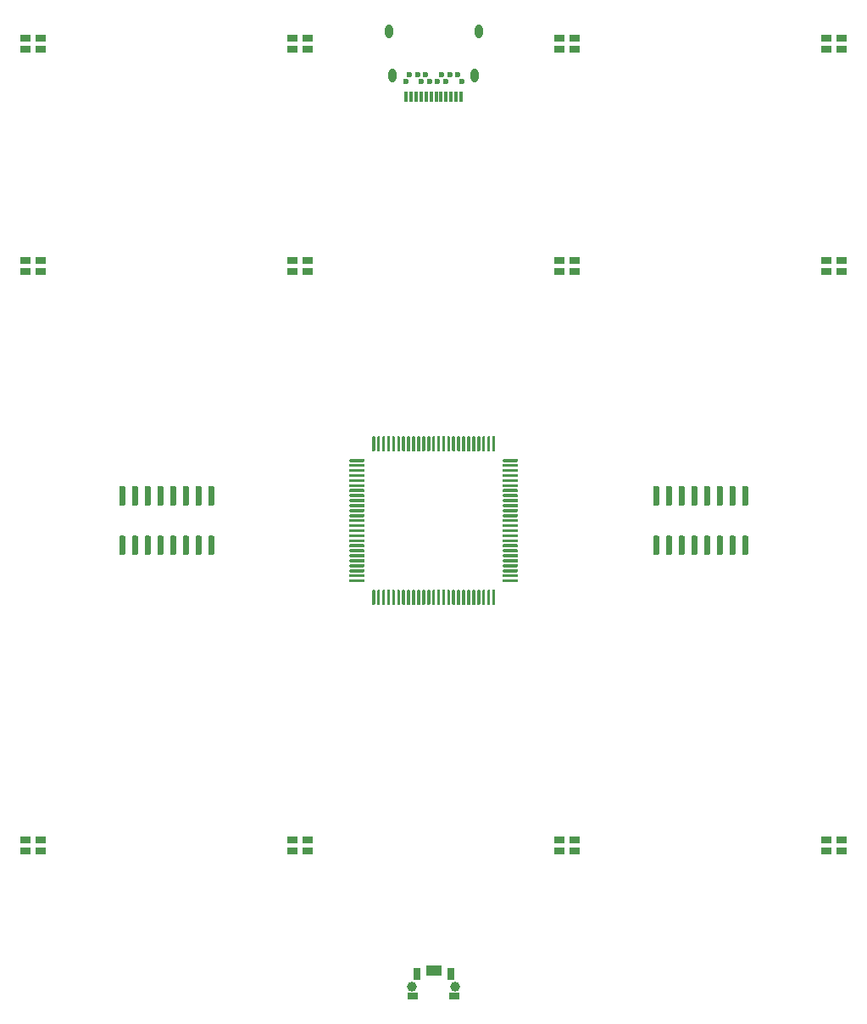
<source format=gbr>
G04 #@! TF.GenerationSoftware,KiCad,Pcbnew,(5.1.2)-2*
G04 #@! TF.CreationDate,2019-09-05T19:51:27+02:00*
G04 #@! TF.ProjectId,PBF4,50424634-2e6b-4696-9361-645f70636258,rev?*
G04 #@! TF.SameCoordinates,Original*
G04 #@! TF.FileFunction,Paste,Top*
G04 #@! TF.FilePolarity,Positive*
%FSLAX46Y46*%
G04 Gerber Fmt 4.6, Leading zero omitted, Abs format (unit mm)*
G04 Created by KiCad (PCBNEW (5.1.2)-2) date 2019-09-05 19:51:27*
%MOMM*%
%LPD*%
G04 APERTURE LIST*
%ADD10R,1.000000X0.800000*%
%ADD11C,0.600000*%
%ADD12O,0.800000X1.400000*%
%ADD13R,0.300000X1.000000*%
%ADD14C,0.100000*%
%ADD15C,1.000000*%
%ADD16R,1.100000X0.700000*%
%ADD17R,1.500000X1.000000*%
%ADD18R,0.700000X1.200000*%
%ADD19C,0.300000*%
G04 APERTURE END LIST*
D10*
X139255000Y-132935000D03*
X140755000Y-132935000D03*
X140755000Y-131835000D03*
X139255000Y-131835000D03*
X139255000Y-75150000D03*
X140755000Y-75150000D03*
X140755000Y-74050000D03*
X139255000Y-74050000D03*
X139255000Y-52925000D03*
X140755000Y-52925000D03*
X140755000Y-51825000D03*
X139255000Y-51825000D03*
X112585000Y-132935000D03*
X114085000Y-132935000D03*
X114085000Y-131835000D03*
X112585000Y-131835000D03*
X112585000Y-75150000D03*
X114085000Y-75150000D03*
X114085000Y-74050000D03*
X112585000Y-74050000D03*
X112585000Y-52925000D03*
X114085000Y-52925000D03*
X114085000Y-51825000D03*
X112585000Y-51825000D03*
X85915000Y-132935000D03*
X87415000Y-132935000D03*
X87415000Y-131835000D03*
X85915000Y-131835000D03*
X85915000Y-75150000D03*
X87415000Y-75150000D03*
X87415000Y-74050000D03*
X85915000Y-74050000D03*
X85915000Y-52925000D03*
X87415000Y-52925000D03*
X87415000Y-51825000D03*
X85915000Y-51825000D03*
X59245000Y-132935000D03*
X60745000Y-132935000D03*
X60745000Y-131835000D03*
X59245000Y-131835000D03*
X59245000Y-75150000D03*
X60745000Y-75150000D03*
X60745000Y-74050000D03*
X59245000Y-74050000D03*
X59245000Y-52925000D03*
X60745000Y-52925000D03*
X60745000Y-51825000D03*
X59245000Y-51825000D03*
D11*
X102400000Y-55510000D03*
X101600000Y-55510000D03*
X100800000Y-55510000D03*
X99200000Y-55510000D03*
X98400000Y-55510000D03*
X97600000Y-55510000D03*
X102800000Y-56210000D03*
X101200000Y-56210000D03*
X100400000Y-56210000D03*
X99600000Y-56210000D03*
X98800000Y-56210000D03*
X97200000Y-56210000D03*
D12*
X104490000Y-51160000D03*
X95510000Y-51160000D03*
X95870000Y-55610000D03*
D13*
X97750000Y-57670000D03*
X99250000Y-57670000D03*
X98750000Y-57670000D03*
X98250000Y-57670000D03*
X97250000Y-57670000D03*
X99750000Y-57670000D03*
X100250000Y-57670000D03*
X100750000Y-57670000D03*
X101250000Y-57670000D03*
X101750000Y-57670000D03*
X102250000Y-57670000D03*
X102750000Y-57670000D03*
D12*
X104130000Y-55610000D03*
D14*
G36*
X122389703Y-101500722D02*
G01*
X122404264Y-101502882D01*
X122418543Y-101506459D01*
X122432403Y-101511418D01*
X122445710Y-101517712D01*
X122458336Y-101525280D01*
X122470159Y-101534048D01*
X122481066Y-101543934D01*
X122490952Y-101554841D01*
X122499720Y-101566664D01*
X122507288Y-101579290D01*
X122513582Y-101592597D01*
X122518541Y-101606457D01*
X122522118Y-101620736D01*
X122524278Y-101635297D01*
X122525000Y-101650000D01*
X122525000Y-103300000D01*
X122524278Y-103314703D01*
X122522118Y-103329264D01*
X122518541Y-103343543D01*
X122513582Y-103357403D01*
X122507288Y-103370710D01*
X122499720Y-103383336D01*
X122490952Y-103395159D01*
X122481066Y-103406066D01*
X122470159Y-103415952D01*
X122458336Y-103424720D01*
X122445710Y-103432288D01*
X122432403Y-103438582D01*
X122418543Y-103443541D01*
X122404264Y-103447118D01*
X122389703Y-103449278D01*
X122375000Y-103450000D01*
X122075000Y-103450000D01*
X122060297Y-103449278D01*
X122045736Y-103447118D01*
X122031457Y-103443541D01*
X122017597Y-103438582D01*
X122004290Y-103432288D01*
X121991664Y-103424720D01*
X121979841Y-103415952D01*
X121968934Y-103406066D01*
X121959048Y-103395159D01*
X121950280Y-103383336D01*
X121942712Y-103370710D01*
X121936418Y-103357403D01*
X121931459Y-103343543D01*
X121927882Y-103329264D01*
X121925722Y-103314703D01*
X121925000Y-103300000D01*
X121925000Y-101650000D01*
X121925722Y-101635297D01*
X121927882Y-101620736D01*
X121931459Y-101606457D01*
X121936418Y-101592597D01*
X121942712Y-101579290D01*
X121950280Y-101566664D01*
X121959048Y-101554841D01*
X121968934Y-101543934D01*
X121979841Y-101534048D01*
X121991664Y-101525280D01*
X122004290Y-101517712D01*
X122017597Y-101511418D01*
X122031457Y-101506459D01*
X122045736Y-101502882D01*
X122060297Y-101500722D01*
X122075000Y-101500000D01*
X122375000Y-101500000D01*
X122389703Y-101500722D01*
X122389703Y-101500722D01*
G37*
D11*
X122225000Y-102475000D03*
D14*
G36*
X123659703Y-101500722D02*
G01*
X123674264Y-101502882D01*
X123688543Y-101506459D01*
X123702403Y-101511418D01*
X123715710Y-101517712D01*
X123728336Y-101525280D01*
X123740159Y-101534048D01*
X123751066Y-101543934D01*
X123760952Y-101554841D01*
X123769720Y-101566664D01*
X123777288Y-101579290D01*
X123783582Y-101592597D01*
X123788541Y-101606457D01*
X123792118Y-101620736D01*
X123794278Y-101635297D01*
X123795000Y-101650000D01*
X123795000Y-103300000D01*
X123794278Y-103314703D01*
X123792118Y-103329264D01*
X123788541Y-103343543D01*
X123783582Y-103357403D01*
X123777288Y-103370710D01*
X123769720Y-103383336D01*
X123760952Y-103395159D01*
X123751066Y-103406066D01*
X123740159Y-103415952D01*
X123728336Y-103424720D01*
X123715710Y-103432288D01*
X123702403Y-103438582D01*
X123688543Y-103443541D01*
X123674264Y-103447118D01*
X123659703Y-103449278D01*
X123645000Y-103450000D01*
X123345000Y-103450000D01*
X123330297Y-103449278D01*
X123315736Y-103447118D01*
X123301457Y-103443541D01*
X123287597Y-103438582D01*
X123274290Y-103432288D01*
X123261664Y-103424720D01*
X123249841Y-103415952D01*
X123238934Y-103406066D01*
X123229048Y-103395159D01*
X123220280Y-103383336D01*
X123212712Y-103370710D01*
X123206418Y-103357403D01*
X123201459Y-103343543D01*
X123197882Y-103329264D01*
X123195722Y-103314703D01*
X123195000Y-103300000D01*
X123195000Y-101650000D01*
X123195722Y-101635297D01*
X123197882Y-101620736D01*
X123201459Y-101606457D01*
X123206418Y-101592597D01*
X123212712Y-101579290D01*
X123220280Y-101566664D01*
X123229048Y-101554841D01*
X123238934Y-101543934D01*
X123249841Y-101534048D01*
X123261664Y-101525280D01*
X123274290Y-101517712D01*
X123287597Y-101511418D01*
X123301457Y-101506459D01*
X123315736Y-101502882D01*
X123330297Y-101500722D01*
X123345000Y-101500000D01*
X123645000Y-101500000D01*
X123659703Y-101500722D01*
X123659703Y-101500722D01*
G37*
D11*
X123495000Y-102475000D03*
D14*
G36*
X124929703Y-101500722D02*
G01*
X124944264Y-101502882D01*
X124958543Y-101506459D01*
X124972403Y-101511418D01*
X124985710Y-101517712D01*
X124998336Y-101525280D01*
X125010159Y-101534048D01*
X125021066Y-101543934D01*
X125030952Y-101554841D01*
X125039720Y-101566664D01*
X125047288Y-101579290D01*
X125053582Y-101592597D01*
X125058541Y-101606457D01*
X125062118Y-101620736D01*
X125064278Y-101635297D01*
X125065000Y-101650000D01*
X125065000Y-103300000D01*
X125064278Y-103314703D01*
X125062118Y-103329264D01*
X125058541Y-103343543D01*
X125053582Y-103357403D01*
X125047288Y-103370710D01*
X125039720Y-103383336D01*
X125030952Y-103395159D01*
X125021066Y-103406066D01*
X125010159Y-103415952D01*
X124998336Y-103424720D01*
X124985710Y-103432288D01*
X124972403Y-103438582D01*
X124958543Y-103443541D01*
X124944264Y-103447118D01*
X124929703Y-103449278D01*
X124915000Y-103450000D01*
X124615000Y-103450000D01*
X124600297Y-103449278D01*
X124585736Y-103447118D01*
X124571457Y-103443541D01*
X124557597Y-103438582D01*
X124544290Y-103432288D01*
X124531664Y-103424720D01*
X124519841Y-103415952D01*
X124508934Y-103406066D01*
X124499048Y-103395159D01*
X124490280Y-103383336D01*
X124482712Y-103370710D01*
X124476418Y-103357403D01*
X124471459Y-103343543D01*
X124467882Y-103329264D01*
X124465722Y-103314703D01*
X124465000Y-103300000D01*
X124465000Y-101650000D01*
X124465722Y-101635297D01*
X124467882Y-101620736D01*
X124471459Y-101606457D01*
X124476418Y-101592597D01*
X124482712Y-101579290D01*
X124490280Y-101566664D01*
X124499048Y-101554841D01*
X124508934Y-101543934D01*
X124519841Y-101534048D01*
X124531664Y-101525280D01*
X124544290Y-101517712D01*
X124557597Y-101511418D01*
X124571457Y-101506459D01*
X124585736Y-101502882D01*
X124600297Y-101500722D01*
X124615000Y-101500000D01*
X124915000Y-101500000D01*
X124929703Y-101500722D01*
X124929703Y-101500722D01*
G37*
D11*
X124765000Y-102475000D03*
D14*
G36*
X126199703Y-101500722D02*
G01*
X126214264Y-101502882D01*
X126228543Y-101506459D01*
X126242403Y-101511418D01*
X126255710Y-101517712D01*
X126268336Y-101525280D01*
X126280159Y-101534048D01*
X126291066Y-101543934D01*
X126300952Y-101554841D01*
X126309720Y-101566664D01*
X126317288Y-101579290D01*
X126323582Y-101592597D01*
X126328541Y-101606457D01*
X126332118Y-101620736D01*
X126334278Y-101635297D01*
X126335000Y-101650000D01*
X126335000Y-103300000D01*
X126334278Y-103314703D01*
X126332118Y-103329264D01*
X126328541Y-103343543D01*
X126323582Y-103357403D01*
X126317288Y-103370710D01*
X126309720Y-103383336D01*
X126300952Y-103395159D01*
X126291066Y-103406066D01*
X126280159Y-103415952D01*
X126268336Y-103424720D01*
X126255710Y-103432288D01*
X126242403Y-103438582D01*
X126228543Y-103443541D01*
X126214264Y-103447118D01*
X126199703Y-103449278D01*
X126185000Y-103450000D01*
X125885000Y-103450000D01*
X125870297Y-103449278D01*
X125855736Y-103447118D01*
X125841457Y-103443541D01*
X125827597Y-103438582D01*
X125814290Y-103432288D01*
X125801664Y-103424720D01*
X125789841Y-103415952D01*
X125778934Y-103406066D01*
X125769048Y-103395159D01*
X125760280Y-103383336D01*
X125752712Y-103370710D01*
X125746418Y-103357403D01*
X125741459Y-103343543D01*
X125737882Y-103329264D01*
X125735722Y-103314703D01*
X125735000Y-103300000D01*
X125735000Y-101650000D01*
X125735722Y-101635297D01*
X125737882Y-101620736D01*
X125741459Y-101606457D01*
X125746418Y-101592597D01*
X125752712Y-101579290D01*
X125760280Y-101566664D01*
X125769048Y-101554841D01*
X125778934Y-101543934D01*
X125789841Y-101534048D01*
X125801664Y-101525280D01*
X125814290Y-101517712D01*
X125827597Y-101511418D01*
X125841457Y-101506459D01*
X125855736Y-101502882D01*
X125870297Y-101500722D01*
X125885000Y-101500000D01*
X126185000Y-101500000D01*
X126199703Y-101500722D01*
X126199703Y-101500722D01*
G37*
D11*
X126035000Y-102475000D03*
D14*
G36*
X127469703Y-101500722D02*
G01*
X127484264Y-101502882D01*
X127498543Y-101506459D01*
X127512403Y-101511418D01*
X127525710Y-101517712D01*
X127538336Y-101525280D01*
X127550159Y-101534048D01*
X127561066Y-101543934D01*
X127570952Y-101554841D01*
X127579720Y-101566664D01*
X127587288Y-101579290D01*
X127593582Y-101592597D01*
X127598541Y-101606457D01*
X127602118Y-101620736D01*
X127604278Y-101635297D01*
X127605000Y-101650000D01*
X127605000Y-103300000D01*
X127604278Y-103314703D01*
X127602118Y-103329264D01*
X127598541Y-103343543D01*
X127593582Y-103357403D01*
X127587288Y-103370710D01*
X127579720Y-103383336D01*
X127570952Y-103395159D01*
X127561066Y-103406066D01*
X127550159Y-103415952D01*
X127538336Y-103424720D01*
X127525710Y-103432288D01*
X127512403Y-103438582D01*
X127498543Y-103443541D01*
X127484264Y-103447118D01*
X127469703Y-103449278D01*
X127455000Y-103450000D01*
X127155000Y-103450000D01*
X127140297Y-103449278D01*
X127125736Y-103447118D01*
X127111457Y-103443541D01*
X127097597Y-103438582D01*
X127084290Y-103432288D01*
X127071664Y-103424720D01*
X127059841Y-103415952D01*
X127048934Y-103406066D01*
X127039048Y-103395159D01*
X127030280Y-103383336D01*
X127022712Y-103370710D01*
X127016418Y-103357403D01*
X127011459Y-103343543D01*
X127007882Y-103329264D01*
X127005722Y-103314703D01*
X127005000Y-103300000D01*
X127005000Y-101650000D01*
X127005722Y-101635297D01*
X127007882Y-101620736D01*
X127011459Y-101606457D01*
X127016418Y-101592597D01*
X127022712Y-101579290D01*
X127030280Y-101566664D01*
X127039048Y-101554841D01*
X127048934Y-101543934D01*
X127059841Y-101534048D01*
X127071664Y-101525280D01*
X127084290Y-101517712D01*
X127097597Y-101511418D01*
X127111457Y-101506459D01*
X127125736Y-101502882D01*
X127140297Y-101500722D01*
X127155000Y-101500000D01*
X127455000Y-101500000D01*
X127469703Y-101500722D01*
X127469703Y-101500722D01*
G37*
D11*
X127305000Y-102475000D03*
D14*
G36*
X128739703Y-101500722D02*
G01*
X128754264Y-101502882D01*
X128768543Y-101506459D01*
X128782403Y-101511418D01*
X128795710Y-101517712D01*
X128808336Y-101525280D01*
X128820159Y-101534048D01*
X128831066Y-101543934D01*
X128840952Y-101554841D01*
X128849720Y-101566664D01*
X128857288Y-101579290D01*
X128863582Y-101592597D01*
X128868541Y-101606457D01*
X128872118Y-101620736D01*
X128874278Y-101635297D01*
X128875000Y-101650000D01*
X128875000Y-103300000D01*
X128874278Y-103314703D01*
X128872118Y-103329264D01*
X128868541Y-103343543D01*
X128863582Y-103357403D01*
X128857288Y-103370710D01*
X128849720Y-103383336D01*
X128840952Y-103395159D01*
X128831066Y-103406066D01*
X128820159Y-103415952D01*
X128808336Y-103424720D01*
X128795710Y-103432288D01*
X128782403Y-103438582D01*
X128768543Y-103443541D01*
X128754264Y-103447118D01*
X128739703Y-103449278D01*
X128725000Y-103450000D01*
X128425000Y-103450000D01*
X128410297Y-103449278D01*
X128395736Y-103447118D01*
X128381457Y-103443541D01*
X128367597Y-103438582D01*
X128354290Y-103432288D01*
X128341664Y-103424720D01*
X128329841Y-103415952D01*
X128318934Y-103406066D01*
X128309048Y-103395159D01*
X128300280Y-103383336D01*
X128292712Y-103370710D01*
X128286418Y-103357403D01*
X128281459Y-103343543D01*
X128277882Y-103329264D01*
X128275722Y-103314703D01*
X128275000Y-103300000D01*
X128275000Y-101650000D01*
X128275722Y-101635297D01*
X128277882Y-101620736D01*
X128281459Y-101606457D01*
X128286418Y-101592597D01*
X128292712Y-101579290D01*
X128300280Y-101566664D01*
X128309048Y-101554841D01*
X128318934Y-101543934D01*
X128329841Y-101534048D01*
X128341664Y-101525280D01*
X128354290Y-101517712D01*
X128367597Y-101511418D01*
X128381457Y-101506459D01*
X128395736Y-101502882D01*
X128410297Y-101500722D01*
X128425000Y-101500000D01*
X128725000Y-101500000D01*
X128739703Y-101500722D01*
X128739703Y-101500722D01*
G37*
D11*
X128575000Y-102475000D03*
D14*
G36*
X130009703Y-101500722D02*
G01*
X130024264Y-101502882D01*
X130038543Y-101506459D01*
X130052403Y-101511418D01*
X130065710Y-101517712D01*
X130078336Y-101525280D01*
X130090159Y-101534048D01*
X130101066Y-101543934D01*
X130110952Y-101554841D01*
X130119720Y-101566664D01*
X130127288Y-101579290D01*
X130133582Y-101592597D01*
X130138541Y-101606457D01*
X130142118Y-101620736D01*
X130144278Y-101635297D01*
X130145000Y-101650000D01*
X130145000Y-103300000D01*
X130144278Y-103314703D01*
X130142118Y-103329264D01*
X130138541Y-103343543D01*
X130133582Y-103357403D01*
X130127288Y-103370710D01*
X130119720Y-103383336D01*
X130110952Y-103395159D01*
X130101066Y-103406066D01*
X130090159Y-103415952D01*
X130078336Y-103424720D01*
X130065710Y-103432288D01*
X130052403Y-103438582D01*
X130038543Y-103443541D01*
X130024264Y-103447118D01*
X130009703Y-103449278D01*
X129995000Y-103450000D01*
X129695000Y-103450000D01*
X129680297Y-103449278D01*
X129665736Y-103447118D01*
X129651457Y-103443541D01*
X129637597Y-103438582D01*
X129624290Y-103432288D01*
X129611664Y-103424720D01*
X129599841Y-103415952D01*
X129588934Y-103406066D01*
X129579048Y-103395159D01*
X129570280Y-103383336D01*
X129562712Y-103370710D01*
X129556418Y-103357403D01*
X129551459Y-103343543D01*
X129547882Y-103329264D01*
X129545722Y-103314703D01*
X129545000Y-103300000D01*
X129545000Y-101650000D01*
X129545722Y-101635297D01*
X129547882Y-101620736D01*
X129551459Y-101606457D01*
X129556418Y-101592597D01*
X129562712Y-101579290D01*
X129570280Y-101566664D01*
X129579048Y-101554841D01*
X129588934Y-101543934D01*
X129599841Y-101534048D01*
X129611664Y-101525280D01*
X129624290Y-101517712D01*
X129637597Y-101511418D01*
X129651457Y-101506459D01*
X129665736Y-101502882D01*
X129680297Y-101500722D01*
X129695000Y-101500000D01*
X129995000Y-101500000D01*
X130009703Y-101500722D01*
X130009703Y-101500722D01*
G37*
D11*
X129845000Y-102475000D03*
D14*
G36*
X131279703Y-101500722D02*
G01*
X131294264Y-101502882D01*
X131308543Y-101506459D01*
X131322403Y-101511418D01*
X131335710Y-101517712D01*
X131348336Y-101525280D01*
X131360159Y-101534048D01*
X131371066Y-101543934D01*
X131380952Y-101554841D01*
X131389720Y-101566664D01*
X131397288Y-101579290D01*
X131403582Y-101592597D01*
X131408541Y-101606457D01*
X131412118Y-101620736D01*
X131414278Y-101635297D01*
X131415000Y-101650000D01*
X131415000Y-103300000D01*
X131414278Y-103314703D01*
X131412118Y-103329264D01*
X131408541Y-103343543D01*
X131403582Y-103357403D01*
X131397288Y-103370710D01*
X131389720Y-103383336D01*
X131380952Y-103395159D01*
X131371066Y-103406066D01*
X131360159Y-103415952D01*
X131348336Y-103424720D01*
X131335710Y-103432288D01*
X131322403Y-103438582D01*
X131308543Y-103443541D01*
X131294264Y-103447118D01*
X131279703Y-103449278D01*
X131265000Y-103450000D01*
X130965000Y-103450000D01*
X130950297Y-103449278D01*
X130935736Y-103447118D01*
X130921457Y-103443541D01*
X130907597Y-103438582D01*
X130894290Y-103432288D01*
X130881664Y-103424720D01*
X130869841Y-103415952D01*
X130858934Y-103406066D01*
X130849048Y-103395159D01*
X130840280Y-103383336D01*
X130832712Y-103370710D01*
X130826418Y-103357403D01*
X130821459Y-103343543D01*
X130817882Y-103329264D01*
X130815722Y-103314703D01*
X130815000Y-103300000D01*
X130815000Y-101650000D01*
X130815722Y-101635297D01*
X130817882Y-101620736D01*
X130821459Y-101606457D01*
X130826418Y-101592597D01*
X130832712Y-101579290D01*
X130840280Y-101566664D01*
X130849048Y-101554841D01*
X130858934Y-101543934D01*
X130869841Y-101534048D01*
X130881664Y-101525280D01*
X130894290Y-101517712D01*
X130907597Y-101511418D01*
X130921457Y-101506459D01*
X130935736Y-101502882D01*
X130950297Y-101500722D01*
X130965000Y-101500000D01*
X131265000Y-101500000D01*
X131279703Y-101500722D01*
X131279703Y-101500722D01*
G37*
D11*
X131115000Y-102475000D03*
D14*
G36*
X131279703Y-96550722D02*
G01*
X131294264Y-96552882D01*
X131308543Y-96556459D01*
X131322403Y-96561418D01*
X131335710Y-96567712D01*
X131348336Y-96575280D01*
X131360159Y-96584048D01*
X131371066Y-96593934D01*
X131380952Y-96604841D01*
X131389720Y-96616664D01*
X131397288Y-96629290D01*
X131403582Y-96642597D01*
X131408541Y-96656457D01*
X131412118Y-96670736D01*
X131414278Y-96685297D01*
X131415000Y-96700000D01*
X131415000Y-98350000D01*
X131414278Y-98364703D01*
X131412118Y-98379264D01*
X131408541Y-98393543D01*
X131403582Y-98407403D01*
X131397288Y-98420710D01*
X131389720Y-98433336D01*
X131380952Y-98445159D01*
X131371066Y-98456066D01*
X131360159Y-98465952D01*
X131348336Y-98474720D01*
X131335710Y-98482288D01*
X131322403Y-98488582D01*
X131308543Y-98493541D01*
X131294264Y-98497118D01*
X131279703Y-98499278D01*
X131265000Y-98500000D01*
X130965000Y-98500000D01*
X130950297Y-98499278D01*
X130935736Y-98497118D01*
X130921457Y-98493541D01*
X130907597Y-98488582D01*
X130894290Y-98482288D01*
X130881664Y-98474720D01*
X130869841Y-98465952D01*
X130858934Y-98456066D01*
X130849048Y-98445159D01*
X130840280Y-98433336D01*
X130832712Y-98420710D01*
X130826418Y-98407403D01*
X130821459Y-98393543D01*
X130817882Y-98379264D01*
X130815722Y-98364703D01*
X130815000Y-98350000D01*
X130815000Y-96700000D01*
X130815722Y-96685297D01*
X130817882Y-96670736D01*
X130821459Y-96656457D01*
X130826418Y-96642597D01*
X130832712Y-96629290D01*
X130840280Y-96616664D01*
X130849048Y-96604841D01*
X130858934Y-96593934D01*
X130869841Y-96584048D01*
X130881664Y-96575280D01*
X130894290Y-96567712D01*
X130907597Y-96561418D01*
X130921457Y-96556459D01*
X130935736Y-96552882D01*
X130950297Y-96550722D01*
X130965000Y-96550000D01*
X131265000Y-96550000D01*
X131279703Y-96550722D01*
X131279703Y-96550722D01*
G37*
D11*
X131115000Y-97525000D03*
D14*
G36*
X130009703Y-96550722D02*
G01*
X130024264Y-96552882D01*
X130038543Y-96556459D01*
X130052403Y-96561418D01*
X130065710Y-96567712D01*
X130078336Y-96575280D01*
X130090159Y-96584048D01*
X130101066Y-96593934D01*
X130110952Y-96604841D01*
X130119720Y-96616664D01*
X130127288Y-96629290D01*
X130133582Y-96642597D01*
X130138541Y-96656457D01*
X130142118Y-96670736D01*
X130144278Y-96685297D01*
X130145000Y-96700000D01*
X130145000Y-98350000D01*
X130144278Y-98364703D01*
X130142118Y-98379264D01*
X130138541Y-98393543D01*
X130133582Y-98407403D01*
X130127288Y-98420710D01*
X130119720Y-98433336D01*
X130110952Y-98445159D01*
X130101066Y-98456066D01*
X130090159Y-98465952D01*
X130078336Y-98474720D01*
X130065710Y-98482288D01*
X130052403Y-98488582D01*
X130038543Y-98493541D01*
X130024264Y-98497118D01*
X130009703Y-98499278D01*
X129995000Y-98500000D01*
X129695000Y-98500000D01*
X129680297Y-98499278D01*
X129665736Y-98497118D01*
X129651457Y-98493541D01*
X129637597Y-98488582D01*
X129624290Y-98482288D01*
X129611664Y-98474720D01*
X129599841Y-98465952D01*
X129588934Y-98456066D01*
X129579048Y-98445159D01*
X129570280Y-98433336D01*
X129562712Y-98420710D01*
X129556418Y-98407403D01*
X129551459Y-98393543D01*
X129547882Y-98379264D01*
X129545722Y-98364703D01*
X129545000Y-98350000D01*
X129545000Y-96700000D01*
X129545722Y-96685297D01*
X129547882Y-96670736D01*
X129551459Y-96656457D01*
X129556418Y-96642597D01*
X129562712Y-96629290D01*
X129570280Y-96616664D01*
X129579048Y-96604841D01*
X129588934Y-96593934D01*
X129599841Y-96584048D01*
X129611664Y-96575280D01*
X129624290Y-96567712D01*
X129637597Y-96561418D01*
X129651457Y-96556459D01*
X129665736Y-96552882D01*
X129680297Y-96550722D01*
X129695000Y-96550000D01*
X129995000Y-96550000D01*
X130009703Y-96550722D01*
X130009703Y-96550722D01*
G37*
D11*
X129845000Y-97525000D03*
D14*
G36*
X128739703Y-96550722D02*
G01*
X128754264Y-96552882D01*
X128768543Y-96556459D01*
X128782403Y-96561418D01*
X128795710Y-96567712D01*
X128808336Y-96575280D01*
X128820159Y-96584048D01*
X128831066Y-96593934D01*
X128840952Y-96604841D01*
X128849720Y-96616664D01*
X128857288Y-96629290D01*
X128863582Y-96642597D01*
X128868541Y-96656457D01*
X128872118Y-96670736D01*
X128874278Y-96685297D01*
X128875000Y-96700000D01*
X128875000Y-98350000D01*
X128874278Y-98364703D01*
X128872118Y-98379264D01*
X128868541Y-98393543D01*
X128863582Y-98407403D01*
X128857288Y-98420710D01*
X128849720Y-98433336D01*
X128840952Y-98445159D01*
X128831066Y-98456066D01*
X128820159Y-98465952D01*
X128808336Y-98474720D01*
X128795710Y-98482288D01*
X128782403Y-98488582D01*
X128768543Y-98493541D01*
X128754264Y-98497118D01*
X128739703Y-98499278D01*
X128725000Y-98500000D01*
X128425000Y-98500000D01*
X128410297Y-98499278D01*
X128395736Y-98497118D01*
X128381457Y-98493541D01*
X128367597Y-98488582D01*
X128354290Y-98482288D01*
X128341664Y-98474720D01*
X128329841Y-98465952D01*
X128318934Y-98456066D01*
X128309048Y-98445159D01*
X128300280Y-98433336D01*
X128292712Y-98420710D01*
X128286418Y-98407403D01*
X128281459Y-98393543D01*
X128277882Y-98379264D01*
X128275722Y-98364703D01*
X128275000Y-98350000D01*
X128275000Y-96700000D01*
X128275722Y-96685297D01*
X128277882Y-96670736D01*
X128281459Y-96656457D01*
X128286418Y-96642597D01*
X128292712Y-96629290D01*
X128300280Y-96616664D01*
X128309048Y-96604841D01*
X128318934Y-96593934D01*
X128329841Y-96584048D01*
X128341664Y-96575280D01*
X128354290Y-96567712D01*
X128367597Y-96561418D01*
X128381457Y-96556459D01*
X128395736Y-96552882D01*
X128410297Y-96550722D01*
X128425000Y-96550000D01*
X128725000Y-96550000D01*
X128739703Y-96550722D01*
X128739703Y-96550722D01*
G37*
D11*
X128575000Y-97525000D03*
D14*
G36*
X127469703Y-96550722D02*
G01*
X127484264Y-96552882D01*
X127498543Y-96556459D01*
X127512403Y-96561418D01*
X127525710Y-96567712D01*
X127538336Y-96575280D01*
X127550159Y-96584048D01*
X127561066Y-96593934D01*
X127570952Y-96604841D01*
X127579720Y-96616664D01*
X127587288Y-96629290D01*
X127593582Y-96642597D01*
X127598541Y-96656457D01*
X127602118Y-96670736D01*
X127604278Y-96685297D01*
X127605000Y-96700000D01*
X127605000Y-98350000D01*
X127604278Y-98364703D01*
X127602118Y-98379264D01*
X127598541Y-98393543D01*
X127593582Y-98407403D01*
X127587288Y-98420710D01*
X127579720Y-98433336D01*
X127570952Y-98445159D01*
X127561066Y-98456066D01*
X127550159Y-98465952D01*
X127538336Y-98474720D01*
X127525710Y-98482288D01*
X127512403Y-98488582D01*
X127498543Y-98493541D01*
X127484264Y-98497118D01*
X127469703Y-98499278D01*
X127455000Y-98500000D01*
X127155000Y-98500000D01*
X127140297Y-98499278D01*
X127125736Y-98497118D01*
X127111457Y-98493541D01*
X127097597Y-98488582D01*
X127084290Y-98482288D01*
X127071664Y-98474720D01*
X127059841Y-98465952D01*
X127048934Y-98456066D01*
X127039048Y-98445159D01*
X127030280Y-98433336D01*
X127022712Y-98420710D01*
X127016418Y-98407403D01*
X127011459Y-98393543D01*
X127007882Y-98379264D01*
X127005722Y-98364703D01*
X127005000Y-98350000D01*
X127005000Y-96700000D01*
X127005722Y-96685297D01*
X127007882Y-96670736D01*
X127011459Y-96656457D01*
X127016418Y-96642597D01*
X127022712Y-96629290D01*
X127030280Y-96616664D01*
X127039048Y-96604841D01*
X127048934Y-96593934D01*
X127059841Y-96584048D01*
X127071664Y-96575280D01*
X127084290Y-96567712D01*
X127097597Y-96561418D01*
X127111457Y-96556459D01*
X127125736Y-96552882D01*
X127140297Y-96550722D01*
X127155000Y-96550000D01*
X127455000Y-96550000D01*
X127469703Y-96550722D01*
X127469703Y-96550722D01*
G37*
D11*
X127305000Y-97525000D03*
D14*
G36*
X126199703Y-96550722D02*
G01*
X126214264Y-96552882D01*
X126228543Y-96556459D01*
X126242403Y-96561418D01*
X126255710Y-96567712D01*
X126268336Y-96575280D01*
X126280159Y-96584048D01*
X126291066Y-96593934D01*
X126300952Y-96604841D01*
X126309720Y-96616664D01*
X126317288Y-96629290D01*
X126323582Y-96642597D01*
X126328541Y-96656457D01*
X126332118Y-96670736D01*
X126334278Y-96685297D01*
X126335000Y-96700000D01*
X126335000Y-98350000D01*
X126334278Y-98364703D01*
X126332118Y-98379264D01*
X126328541Y-98393543D01*
X126323582Y-98407403D01*
X126317288Y-98420710D01*
X126309720Y-98433336D01*
X126300952Y-98445159D01*
X126291066Y-98456066D01*
X126280159Y-98465952D01*
X126268336Y-98474720D01*
X126255710Y-98482288D01*
X126242403Y-98488582D01*
X126228543Y-98493541D01*
X126214264Y-98497118D01*
X126199703Y-98499278D01*
X126185000Y-98500000D01*
X125885000Y-98500000D01*
X125870297Y-98499278D01*
X125855736Y-98497118D01*
X125841457Y-98493541D01*
X125827597Y-98488582D01*
X125814290Y-98482288D01*
X125801664Y-98474720D01*
X125789841Y-98465952D01*
X125778934Y-98456066D01*
X125769048Y-98445159D01*
X125760280Y-98433336D01*
X125752712Y-98420710D01*
X125746418Y-98407403D01*
X125741459Y-98393543D01*
X125737882Y-98379264D01*
X125735722Y-98364703D01*
X125735000Y-98350000D01*
X125735000Y-96700000D01*
X125735722Y-96685297D01*
X125737882Y-96670736D01*
X125741459Y-96656457D01*
X125746418Y-96642597D01*
X125752712Y-96629290D01*
X125760280Y-96616664D01*
X125769048Y-96604841D01*
X125778934Y-96593934D01*
X125789841Y-96584048D01*
X125801664Y-96575280D01*
X125814290Y-96567712D01*
X125827597Y-96561418D01*
X125841457Y-96556459D01*
X125855736Y-96552882D01*
X125870297Y-96550722D01*
X125885000Y-96550000D01*
X126185000Y-96550000D01*
X126199703Y-96550722D01*
X126199703Y-96550722D01*
G37*
D11*
X126035000Y-97525000D03*
D14*
G36*
X124929703Y-96550722D02*
G01*
X124944264Y-96552882D01*
X124958543Y-96556459D01*
X124972403Y-96561418D01*
X124985710Y-96567712D01*
X124998336Y-96575280D01*
X125010159Y-96584048D01*
X125021066Y-96593934D01*
X125030952Y-96604841D01*
X125039720Y-96616664D01*
X125047288Y-96629290D01*
X125053582Y-96642597D01*
X125058541Y-96656457D01*
X125062118Y-96670736D01*
X125064278Y-96685297D01*
X125065000Y-96700000D01*
X125065000Y-98350000D01*
X125064278Y-98364703D01*
X125062118Y-98379264D01*
X125058541Y-98393543D01*
X125053582Y-98407403D01*
X125047288Y-98420710D01*
X125039720Y-98433336D01*
X125030952Y-98445159D01*
X125021066Y-98456066D01*
X125010159Y-98465952D01*
X124998336Y-98474720D01*
X124985710Y-98482288D01*
X124972403Y-98488582D01*
X124958543Y-98493541D01*
X124944264Y-98497118D01*
X124929703Y-98499278D01*
X124915000Y-98500000D01*
X124615000Y-98500000D01*
X124600297Y-98499278D01*
X124585736Y-98497118D01*
X124571457Y-98493541D01*
X124557597Y-98488582D01*
X124544290Y-98482288D01*
X124531664Y-98474720D01*
X124519841Y-98465952D01*
X124508934Y-98456066D01*
X124499048Y-98445159D01*
X124490280Y-98433336D01*
X124482712Y-98420710D01*
X124476418Y-98407403D01*
X124471459Y-98393543D01*
X124467882Y-98379264D01*
X124465722Y-98364703D01*
X124465000Y-98350000D01*
X124465000Y-96700000D01*
X124465722Y-96685297D01*
X124467882Y-96670736D01*
X124471459Y-96656457D01*
X124476418Y-96642597D01*
X124482712Y-96629290D01*
X124490280Y-96616664D01*
X124499048Y-96604841D01*
X124508934Y-96593934D01*
X124519841Y-96584048D01*
X124531664Y-96575280D01*
X124544290Y-96567712D01*
X124557597Y-96561418D01*
X124571457Y-96556459D01*
X124585736Y-96552882D01*
X124600297Y-96550722D01*
X124615000Y-96550000D01*
X124915000Y-96550000D01*
X124929703Y-96550722D01*
X124929703Y-96550722D01*
G37*
D11*
X124765000Y-97525000D03*
D14*
G36*
X123659703Y-96550722D02*
G01*
X123674264Y-96552882D01*
X123688543Y-96556459D01*
X123702403Y-96561418D01*
X123715710Y-96567712D01*
X123728336Y-96575280D01*
X123740159Y-96584048D01*
X123751066Y-96593934D01*
X123760952Y-96604841D01*
X123769720Y-96616664D01*
X123777288Y-96629290D01*
X123783582Y-96642597D01*
X123788541Y-96656457D01*
X123792118Y-96670736D01*
X123794278Y-96685297D01*
X123795000Y-96700000D01*
X123795000Y-98350000D01*
X123794278Y-98364703D01*
X123792118Y-98379264D01*
X123788541Y-98393543D01*
X123783582Y-98407403D01*
X123777288Y-98420710D01*
X123769720Y-98433336D01*
X123760952Y-98445159D01*
X123751066Y-98456066D01*
X123740159Y-98465952D01*
X123728336Y-98474720D01*
X123715710Y-98482288D01*
X123702403Y-98488582D01*
X123688543Y-98493541D01*
X123674264Y-98497118D01*
X123659703Y-98499278D01*
X123645000Y-98500000D01*
X123345000Y-98500000D01*
X123330297Y-98499278D01*
X123315736Y-98497118D01*
X123301457Y-98493541D01*
X123287597Y-98488582D01*
X123274290Y-98482288D01*
X123261664Y-98474720D01*
X123249841Y-98465952D01*
X123238934Y-98456066D01*
X123229048Y-98445159D01*
X123220280Y-98433336D01*
X123212712Y-98420710D01*
X123206418Y-98407403D01*
X123201459Y-98393543D01*
X123197882Y-98379264D01*
X123195722Y-98364703D01*
X123195000Y-98350000D01*
X123195000Y-96700000D01*
X123195722Y-96685297D01*
X123197882Y-96670736D01*
X123201459Y-96656457D01*
X123206418Y-96642597D01*
X123212712Y-96629290D01*
X123220280Y-96616664D01*
X123229048Y-96604841D01*
X123238934Y-96593934D01*
X123249841Y-96584048D01*
X123261664Y-96575280D01*
X123274290Y-96567712D01*
X123287597Y-96561418D01*
X123301457Y-96556459D01*
X123315736Y-96552882D01*
X123330297Y-96550722D01*
X123345000Y-96550000D01*
X123645000Y-96550000D01*
X123659703Y-96550722D01*
X123659703Y-96550722D01*
G37*
D11*
X123495000Y-97525000D03*
D14*
G36*
X122389703Y-96550722D02*
G01*
X122404264Y-96552882D01*
X122418543Y-96556459D01*
X122432403Y-96561418D01*
X122445710Y-96567712D01*
X122458336Y-96575280D01*
X122470159Y-96584048D01*
X122481066Y-96593934D01*
X122490952Y-96604841D01*
X122499720Y-96616664D01*
X122507288Y-96629290D01*
X122513582Y-96642597D01*
X122518541Y-96656457D01*
X122522118Y-96670736D01*
X122524278Y-96685297D01*
X122525000Y-96700000D01*
X122525000Y-98350000D01*
X122524278Y-98364703D01*
X122522118Y-98379264D01*
X122518541Y-98393543D01*
X122513582Y-98407403D01*
X122507288Y-98420710D01*
X122499720Y-98433336D01*
X122490952Y-98445159D01*
X122481066Y-98456066D01*
X122470159Y-98465952D01*
X122458336Y-98474720D01*
X122445710Y-98482288D01*
X122432403Y-98488582D01*
X122418543Y-98493541D01*
X122404264Y-98497118D01*
X122389703Y-98499278D01*
X122375000Y-98500000D01*
X122075000Y-98500000D01*
X122060297Y-98499278D01*
X122045736Y-98497118D01*
X122031457Y-98493541D01*
X122017597Y-98488582D01*
X122004290Y-98482288D01*
X121991664Y-98474720D01*
X121979841Y-98465952D01*
X121968934Y-98456066D01*
X121959048Y-98445159D01*
X121950280Y-98433336D01*
X121942712Y-98420710D01*
X121936418Y-98407403D01*
X121931459Y-98393543D01*
X121927882Y-98379264D01*
X121925722Y-98364703D01*
X121925000Y-98350000D01*
X121925000Y-96700000D01*
X121925722Y-96685297D01*
X121927882Y-96670736D01*
X121931459Y-96656457D01*
X121936418Y-96642597D01*
X121942712Y-96629290D01*
X121950280Y-96616664D01*
X121959048Y-96604841D01*
X121968934Y-96593934D01*
X121979841Y-96584048D01*
X121991664Y-96575280D01*
X122004290Y-96567712D01*
X122017597Y-96561418D01*
X122031457Y-96556459D01*
X122045736Y-96552882D01*
X122060297Y-96550722D01*
X122075000Y-96550000D01*
X122375000Y-96550000D01*
X122389703Y-96550722D01*
X122389703Y-96550722D01*
G37*
D11*
X122225000Y-97525000D03*
D14*
G36*
X69049703Y-101500722D02*
G01*
X69064264Y-101502882D01*
X69078543Y-101506459D01*
X69092403Y-101511418D01*
X69105710Y-101517712D01*
X69118336Y-101525280D01*
X69130159Y-101534048D01*
X69141066Y-101543934D01*
X69150952Y-101554841D01*
X69159720Y-101566664D01*
X69167288Y-101579290D01*
X69173582Y-101592597D01*
X69178541Y-101606457D01*
X69182118Y-101620736D01*
X69184278Y-101635297D01*
X69185000Y-101650000D01*
X69185000Y-103300000D01*
X69184278Y-103314703D01*
X69182118Y-103329264D01*
X69178541Y-103343543D01*
X69173582Y-103357403D01*
X69167288Y-103370710D01*
X69159720Y-103383336D01*
X69150952Y-103395159D01*
X69141066Y-103406066D01*
X69130159Y-103415952D01*
X69118336Y-103424720D01*
X69105710Y-103432288D01*
X69092403Y-103438582D01*
X69078543Y-103443541D01*
X69064264Y-103447118D01*
X69049703Y-103449278D01*
X69035000Y-103450000D01*
X68735000Y-103450000D01*
X68720297Y-103449278D01*
X68705736Y-103447118D01*
X68691457Y-103443541D01*
X68677597Y-103438582D01*
X68664290Y-103432288D01*
X68651664Y-103424720D01*
X68639841Y-103415952D01*
X68628934Y-103406066D01*
X68619048Y-103395159D01*
X68610280Y-103383336D01*
X68602712Y-103370710D01*
X68596418Y-103357403D01*
X68591459Y-103343543D01*
X68587882Y-103329264D01*
X68585722Y-103314703D01*
X68585000Y-103300000D01*
X68585000Y-101650000D01*
X68585722Y-101635297D01*
X68587882Y-101620736D01*
X68591459Y-101606457D01*
X68596418Y-101592597D01*
X68602712Y-101579290D01*
X68610280Y-101566664D01*
X68619048Y-101554841D01*
X68628934Y-101543934D01*
X68639841Y-101534048D01*
X68651664Y-101525280D01*
X68664290Y-101517712D01*
X68677597Y-101511418D01*
X68691457Y-101506459D01*
X68705736Y-101502882D01*
X68720297Y-101500722D01*
X68735000Y-101500000D01*
X69035000Y-101500000D01*
X69049703Y-101500722D01*
X69049703Y-101500722D01*
G37*
D11*
X68885000Y-102475000D03*
D14*
G36*
X70319703Y-101500722D02*
G01*
X70334264Y-101502882D01*
X70348543Y-101506459D01*
X70362403Y-101511418D01*
X70375710Y-101517712D01*
X70388336Y-101525280D01*
X70400159Y-101534048D01*
X70411066Y-101543934D01*
X70420952Y-101554841D01*
X70429720Y-101566664D01*
X70437288Y-101579290D01*
X70443582Y-101592597D01*
X70448541Y-101606457D01*
X70452118Y-101620736D01*
X70454278Y-101635297D01*
X70455000Y-101650000D01*
X70455000Y-103300000D01*
X70454278Y-103314703D01*
X70452118Y-103329264D01*
X70448541Y-103343543D01*
X70443582Y-103357403D01*
X70437288Y-103370710D01*
X70429720Y-103383336D01*
X70420952Y-103395159D01*
X70411066Y-103406066D01*
X70400159Y-103415952D01*
X70388336Y-103424720D01*
X70375710Y-103432288D01*
X70362403Y-103438582D01*
X70348543Y-103443541D01*
X70334264Y-103447118D01*
X70319703Y-103449278D01*
X70305000Y-103450000D01*
X70005000Y-103450000D01*
X69990297Y-103449278D01*
X69975736Y-103447118D01*
X69961457Y-103443541D01*
X69947597Y-103438582D01*
X69934290Y-103432288D01*
X69921664Y-103424720D01*
X69909841Y-103415952D01*
X69898934Y-103406066D01*
X69889048Y-103395159D01*
X69880280Y-103383336D01*
X69872712Y-103370710D01*
X69866418Y-103357403D01*
X69861459Y-103343543D01*
X69857882Y-103329264D01*
X69855722Y-103314703D01*
X69855000Y-103300000D01*
X69855000Y-101650000D01*
X69855722Y-101635297D01*
X69857882Y-101620736D01*
X69861459Y-101606457D01*
X69866418Y-101592597D01*
X69872712Y-101579290D01*
X69880280Y-101566664D01*
X69889048Y-101554841D01*
X69898934Y-101543934D01*
X69909841Y-101534048D01*
X69921664Y-101525280D01*
X69934290Y-101517712D01*
X69947597Y-101511418D01*
X69961457Y-101506459D01*
X69975736Y-101502882D01*
X69990297Y-101500722D01*
X70005000Y-101500000D01*
X70305000Y-101500000D01*
X70319703Y-101500722D01*
X70319703Y-101500722D01*
G37*
D11*
X70155000Y-102475000D03*
D14*
G36*
X71589703Y-101500722D02*
G01*
X71604264Y-101502882D01*
X71618543Y-101506459D01*
X71632403Y-101511418D01*
X71645710Y-101517712D01*
X71658336Y-101525280D01*
X71670159Y-101534048D01*
X71681066Y-101543934D01*
X71690952Y-101554841D01*
X71699720Y-101566664D01*
X71707288Y-101579290D01*
X71713582Y-101592597D01*
X71718541Y-101606457D01*
X71722118Y-101620736D01*
X71724278Y-101635297D01*
X71725000Y-101650000D01*
X71725000Y-103300000D01*
X71724278Y-103314703D01*
X71722118Y-103329264D01*
X71718541Y-103343543D01*
X71713582Y-103357403D01*
X71707288Y-103370710D01*
X71699720Y-103383336D01*
X71690952Y-103395159D01*
X71681066Y-103406066D01*
X71670159Y-103415952D01*
X71658336Y-103424720D01*
X71645710Y-103432288D01*
X71632403Y-103438582D01*
X71618543Y-103443541D01*
X71604264Y-103447118D01*
X71589703Y-103449278D01*
X71575000Y-103450000D01*
X71275000Y-103450000D01*
X71260297Y-103449278D01*
X71245736Y-103447118D01*
X71231457Y-103443541D01*
X71217597Y-103438582D01*
X71204290Y-103432288D01*
X71191664Y-103424720D01*
X71179841Y-103415952D01*
X71168934Y-103406066D01*
X71159048Y-103395159D01*
X71150280Y-103383336D01*
X71142712Y-103370710D01*
X71136418Y-103357403D01*
X71131459Y-103343543D01*
X71127882Y-103329264D01*
X71125722Y-103314703D01*
X71125000Y-103300000D01*
X71125000Y-101650000D01*
X71125722Y-101635297D01*
X71127882Y-101620736D01*
X71131459Y-101606457D01*
X71136418Y-101592597D01*
X71142712Y-101579290D01*
X71150280Y-101566664D01*
X71159048Y-101554841D01*
X71168934Y-101543934D01*
X71179841Y-101534048D01*
X71191664Y-101525280D01*
X71204290Y-101517712D01*
X71217597Y-101511418D01*
X71231457Y-101506459D01*
X71245736Y-101502882D01*
X71260297Y-101500722D01*
X71275000Y-101500000D01*
X71575000Y-101500000D01*
X71589703Y-101500722D01*
X71589703Y-101500722D01*
G37*
D11*
X71425000Y-102475000D03*
D14*
G36*
X72859703Y-101500722D02*
G01*
X72874264Y-101502882D01*
X72888543Y-101506459D01*
X72902403Y-101511418D01*
X72915710Y-101517712D01*
X72928336Y-101525280D01*
X72940159Y-101534048D01*
X72951066Y-101543934D01*
X72960952Y-101554841D01*
X72969720Y-101566664D01*
X72977288Y-101579290D01*
X72983582Y-101592597D01*
X72988541Y-101606457D01*
X72992118Y-101620736D01*
X72994278Y-101635297D01*
X72995000Y-101650000D01*
X72995000Y-103300000D01*
X72994278Y-103314703D01*
X72992118Y-103329264D01*
X72988541Y-103343543D01*
X72983582Y-103357403D01*
X72977288Y-103370710D01*
X72969720Y-103383336D01*
X72960952Y-103395159D01*
X72951066Y-103406066D01*
X72940159Y-103415952D01*
X72928336Y-103424720D01*
X72915710Y-103432288D01*
X72902403Y-103438582D01*
X72888543Y-103443541D01*
X72874264Y-103447118D01*
X72859703Y-103449278D01*
X72845000Y-103450000D01*
X72545000Y-103450000D01*
X72530297Y-103449278D01*
X72515736Y-103447118D01*
X72501457Y-103443541D01*
X72487597Y-103438582D01*
X72474290Y-103432288D01*
X72461664Y-103424720D01*
X72449841Y-103415952D01*
X72438934Y-103406066D01*
X72429048Y-103395159D01*
X72420280Y-103383336D01*
X72412712Y-103370710D01*
X72406418Y-103357403D01*
X72401459Y-103343543D01*
X72397882Y-103329264D01*
X72395722Y-103314703D01*
X72395000Y-103300000D01*
X72395000Y-101650000D01*
X72395722Y-101635297D01*
X72397882Y-101620736D01*
X72401459Y-101606457D01*
X72406418Y-101592597D01*
X72412712Y-101579290D01*
X72420280Y-101566664D01*
X72429048Y-101554841D01*
X72438934Y-101543934D01*
X72449841Y-101534048D01*
X72461664Y-101525280D01*
X72474290Y-101517712D01*
X72487597Y-101511418D01*
X72501457Y-101506459D01*
X72515736Y-101502882D01*
X72530297Y-101500722D01*
X72545000Y-101500000D01*
X72845000Y-101500000D01*
X72859703Y-101500722D01*
X72859703Y-101500722D01*
G37*
D11*
X72695000Y-102475000D03*
D14*
G36*
X74129703Y-101500722D02*
G01*
X74144264Y-101502882D01*
X74158543Y-101506459D01*
X74172403Y-101511418D01*
X74185710Y-101517712D01*
X74198336Y-101525280D01*
X74210159Y-101534048D01*
X74221066Y-101543934D01*
X74230952Y-101554841D01*
X74239720Y-101566664D01*
X74247288Y-101579290D01*
X74253582Y-101592597D01*
X74258541Y-101606457D01*
X74262118Y-101620736D01*
X74264278Y-101635297D01*
X74265000Y-101650000D01*
X74265000Y-103300000D01*
X74264278Y-103314703D01*
X74262118Y-103329264D01*
X74258541Y-103343543D01*
X74253582Y-103357403D01*
X74247288Y-103370710D01*
X74239720Y-103383336D01*
X74230952Y-103395159D01*
X74221066Y-103406066D01*
X74210159Y-103415952D01*
X74198336Y-103424720D01*
X74185710Y-103432288D01*
X74172403Y-103438582D01*
X74158543Y-103443541D01*
X74144264Y-103447118D01*
X74129703Y-103449278D01*
X74115000Y-103450000D01*
X73815000Y-103450000D01*
X73800297Y-103449278D01*
X73785736Y-103447118D01*
X73771457Y-103443541D01*
X73757597Y-103438582D01*
X73744290Y-103432288D01*
X73731664Y-103424720D01*
X73719841Y-103415952D01*
X73708934Y-103406066D01*
X73699048Y-103395159D01*
X73690280Y-103383336D01*
X73682712Y-103370710D01*
X73676418Y-103357403D01*
X73671459Y-103343543D01*
X73667882Y-103329264D01*
X73665722Y-103314703D01*
X73665000Y-103300000D01*
X73665000Y-101650000D01*
X73665722Y-101635297D01*
X73667882Y-101620736D01*
X73671459Y-101606457D01*
X73676418Y-101592597D01*
X73682712Y-101579290D01*
X73690280Y-101566664D01*
X73699048Y-101554841D01*
X73708934Y-101543934D01*
X73719841Y-101534048D01*
X73731664Y-101525280D01*
X73744290Y-101517712D01*
X73757597Y-101511418D01*
X73771457Y-101506459D01*
X73785736Y-101502882D01*
X73800297Y-101500722D01*
X73815000Y-101500000D01*
X74115000Y-101500000D01*
X74129703Y-101500722D01*
X74129703Y-101500722D01*
G37*
D11*
X73965000Y-102475000D03*
D14*
G36*
X75399703Y-101500722D02*
G01*
X75414264Y-101502882D01*
X75428543Y-101506459D01*
X75442403Y-101511418D01*
X75455710Y-101517712D01*
X75468336Y-101525280D01*
X75480159Y-101534048D01*
X75491066Y-101543934D01*
X75500952Y-101554841D01*
X75509720Y-101566664D01*
X75517288Y-101579290D01*
X75523582Y-101592597D01*
X75528541Y-101606457D01*
X75532118Y-101620736D01*
X75534278Y-101635297D01*
X75535000Y-101650000D01*
X75535000Y-103300000D01*
X75534278Y-103314703D01*
X75532118Y-103329264D01*
X75528541Y-103343543D01*
X75523582Y-103357403D01*
X75517288Y-103370710D01*
X75509720Y-103383336D01*
X75500952Y-103395159D01*
X75491066Y-103406066D01*
X75480159Y-103415952D01*
X75468336Y-103424720D01*
X75455710Y-103432288D01*
X75442403Y-103438582D01*
X75428543Y-103443541D01*
X75414264Y-103447118D01*
X75399703Y-103449278D01*
X75385000Y-103450000D01*
X75085000Y-103450000D01*
X75070297Y-103449278D01*
X75055736Y-103447118D01*
X75041457Y-103443541D01*
X75027597Y-103438582D01*
X75014290Y-103432288D01*
X75001664Y-103424720D01*
X74989841Y-103415952D01*
X74978934Y-103406066D01*
X74969048Y-103395159D01*
X74960280Y-103383336D01*
X74952712Y-103370710D01*
X74946418Y-103357403D01*
X74941459Y-103343543D01*
X74937882Y-103329264D01*
X74935722Y-103314703D01*
X74935000Y-103300000D01*
X74935000Y-101650000D01*
X74935722Y-101635297D01*
X74937882Y-101620736D01*
X74941459Y-101606457D01*
X74946418Y-101592597D01*
X74952712Y-101579290D01*
X74960280Y-101566664D01*
X74969048Y-101554841D01*
X74978934Y-101543934D01*
X74989841Y-101534048D01*
X75001664Y-101525280D01*
X75014290Y-101517712D01*
X75027597Y-101511418D01*
X75041457Y-101506459D01*
X75055736Y-101502882D01*
X75070297Y-101500722D01*
X75085000Y-101500000D01*
X75385000Y-101500000D01*
X75399703Y-101500722D01*
X75399703Y-101500722D01*
G37*
D11*
X75235000Y-102475000D03*
D14*
G36*
X76669703Y-101500722D02*
G01*
X76684264Y-101502882D01*
X76698543Y-101506459D01*
X76712403Y-101511418D01*
X76725710Y-101517712D01*
X76738336Y-101525280D01*
X76750159Y-101534048D01*
X76761066Y-101543934D01*
X76770952Y-101554841D01*
X76779720Y-101566664D01*
X76787288Y-101579290D01*
X76793582Y-101592597D01*
X76798541Y-101606457D01*
X76802118Y-101620736D01*
X76804278Y-101635297D01*
X76805000Y-101650000D01*
X76805000Y-103300000D01*
X76804278Y-103314703D01*
X76802118Y-103329264D01*
X76798541Y-103343543D01*
X76793582Y-103357403D01*
X76787288Y-103370710D01*
X76779720Y-103383336D01*
X76770952Y-103395159D01*
X76761066Y-103406066D01*
X76750159Y-103415952D01*
X76738336Y-103424720D01*
X76725710Y-103432288D01*
X76712403Y-103438582D01*
X76698543Y-103443541D01*
X76684264Y-103447118D01*
X76669703Y-103449278D01*
X76655000Y-103450000D01*
X76355000Y-103450000D01*
X76340297Y-103449278D01*
X76325736Y-103447118D01*
X76311457Y-103443541D01*
X76297597Y-103438582D01*
X76284290Y-103432288D01*
X76271664Y-103424720D01*
X76259841Y-103415952D01*
X76248934Y-103406066D01*
X76239048Y-103395159D01*
X76230280Y-103383336D01*
X76222712Y-103370710D01*
X76216418Y-103357403D01*
X76211459Y-103343543D01*
X76207882Y-103329264D01*
X76205722Y-103314703D01*
X76205000Y-103300000D01*
X76205000Y-101650000D01*
X76205722Y-101635297D01*
X76207882Y-101620736D01*
X76211459Y-101606457D01*
X76216418Y-101592597D01*
X76222712Y-101579290D01*
X76230280Y-101566664D01*
X76239048Y-101554841D01*
X76248934Y-101543934D01*
X76259841Y-101534048D01*
X76271664Y-101525280D01*
X76284290Y-101517712D01*
X76297597Y-101511418D01*
X76311457Y-101506459D01*
X76325736Y-101502882D01*
X76340297Y-101500722D01*
X76355000Y-101500000D01*
X76655000Y-101500000D01*
X76669703Y-101500722D01*
X76669703Y-101500722D01*
G37*
D11*
X76505000Y-102475000D03*
D14*
G36*
X77939703Y-101500722D02*
G01*
X77954264Y-101502882D01*
X77968543Y-101506459D01*
X77982403Y-101511418D01*
X77995710Y-101517712D01*
X78008336Y-101525280D01*
X78020159Y-101534048D01*
X78031066Y-101543934D01*
X78040952Y-101554841D01*
X78049720Y-101566664D01*
X78057288Y-101579290D01*
X78063582Y-101592597D01*
X78068541Y-101606457D01*
X78072118Y-101620736D01*
X78074278Y-101635297D01*
X78075000Y-101650000D01*
X78075000Y-103300000D01*
X78074278Y-103314703D01*
X78072118Y-103329264D01*
X78068541Y-103343543D01*
X78063582Y-103357403D01*
X78057288Y-103370710D01*
X78049720Y-103383336D01*
X78040952Y-103395159D01*
X78031066Y-103406066D01*
X78020159Y-103415952D01*
X78008336Y-103424720D01*
X77995710Y-103432288D01*
X77982403Y-103438582D01*
X77968543Y-103443541D01*
X77954264Y-103447118D01*
X77939703Y-103449278D01*
X77925000Y-103450000D01*
X77625000Y-103450000D01*
X77610297Y-103449278D01*
X77595736Y-103447118D01*
X77581457Y-103443541D01*
X77567597Y-103438582D01*
X77554290Y-103432288D01*
X77541664Y-103424720D01*
X77529841Y-103415952D01*
X77518934Y-103406066D01*
X77509048Y-103395159D01*
X77500280Y-103383336D01*
X77492712Y-103370710D01*
X77486418Y-103357403D01*
X77481459Y-103343543D01*
X77477882Y-103329264D01*
X77475722Y-103314703D01*
X77475000Y-103300000D01*
X77475000Y-101650000D01*
X77475722Y-101635297D01*
X77477882Y-101620736D01*
X77481459Y-101606457D01*
X77486418Y-101592597D01*
X77492712Y-101579290D01*
X77500280Y-101566664D01*
X77509048Y-101554841D01*
X77518934Y-101543934D01*
X77529841Y-101534048D01*
X77541664Y-101525280D01*
X77554290Y-101517712D01*
X77567597Y-101511418D01*
X77581457Y-101506459D01*
X77595736Y-101502882D01*
X77610297Y-101500722D01*
X77625000Y-101500000D01*
X77925000Y-101500000D01*
X77939703Y-101500722D01*
X77939703Y-101500722D01*
G37*
D11*
X77775000Y-102475000D03*
D14*
G36*
X77939703Y-96550722D02*
G01*
X77954264Y-96552882D01*
X77968543Y-96556459D01*
X77982403Y-96561418D01*
X77995710Y-96567712D01*
X78008336Y-96575280D01*
X78020159Y-96584048D01*
X78031066Y-96593934D01*
X78040952Y-96604841D01*
X78049720Y-96616664D01*
X78057288Y-96629290D01*
X78063582Y-96642597D01*
X78068541Y-96656457D01*
X78072118Y-96670736D01*
X78074278Y-96685297D01*
X78075000Y-96700000D01*
X78075000Y-98350000D01*
X78074278Y-98364703D01*
X78072118Y-98379264D01*
X78068541Y-98393543D01*
X78063582Y-98407403D01*
X78057288Y-98420710D01*
X78049720Y-98433336D01*
X78040952Y-98445159D01*
X78031066Y-98456066D01*
X78020159Y-98465952D01*
X78008336Y-98474720D01*
X77995710Y-98482288D01*
X77982403Y-98488582D01*
X77968543Y-98493541D01*
X77954264Y-98497118D01*
X77939703Y-98499278D01*
X77925000Y-98500000D01*
X77625000Y-98500000D01*
X77610297Y-98499278D01*
X77595736Y-98497118D01*
X77581457Y-98493541D01*
X77567597Y-98488582D01*
X77554290Y-98482288D01*
X77541664Y-98474720D01*
X77529841Y-98465952D01*
X77518934Y-98456066D01*
X77509048Y-98445159D01*
X77500280Y-98433336D01*
X77492712Y-98420710D01*
X77486418Y-98407403D01*
X77481459Y-98393543D01*
X77477882Y-98379264D01*
X77475722Y-98364703D01*
X77475000Y-98350000D01*
X77475000Y-96700000D01*
X77475722Y-96685297D01*
X77477882Y-96670736D01*
X77481459Y-96656457D01*
X77486418Y-96642597D01*
X77492712Y-96629290D01*
X77500280Y-96616664D01*
X77509048Y-96604841D01*
X77518934Y-96593934D01*
X77529841Y-96584048D01*
X77541664Y-96575280D01*
X77554290Y-96567712D01*
X77567597Y-96561418D01*
X77581457Y-96556459D01*
X77595736Y-96552882D01*
X77610297Y-96550722D01*
X77625000Y-96550000D01*
X77925000Y-96550000D01*
X77939703Y-96550722D01*
X77939703Y-96550722D01*
G37*
D11*
X77775000Y-97525000D03*
D14*
G36*
X76669703Y-96550722D02*
G01*
X76684264Y-96552882D01*
X76698543Y-96556459D01*
X76712403Y-96561418D01*
X76725710Y-96567712D01*
X76738336Y-96575280D01*
X76750159Y-96584048D01*
X76761066Y-96593934D01*
X76770952Y-96604841D01*
X76779720Y-96616664D01*
X76787288Y-96629290D01*
X76793582Y-96642597D01*
X76798541Y-96656457D01*
X76802118Y-96670736D01*
X76804278Y-96685297D01*
X76805000Y-96700000D01*
X76805000Y-98350000D01*
X76804278Y-98364703D01*
X76802118Y-98379264D01*
X76798541Y-98393543D01*
X76793582Y-98407403D01*
X76787288Y-98420710D01*
X76779720Y-98433336D01*
X76770952Y-98445159D01*
X76761066Y-98456066D01*
X76750159Y-98465952D01*
X76738336Y-98474720D01*
X76725710Y-98482288D01*
X76712403Y-98488582D01*
X76698543Y-98493541D01*
X76684264Y-98497118D01*
X76669703Y-98499278D01*
X76655000Y-98500000D01*
X76355000Y-98500000D01*
X76340297Y-98499278D01*
X76325736Y-98497118D01*
X76311457Y-98493541D01*
X76297597Y-98488582D01*
X76284290Y-98482288D01*
X76271664Y-98474720D01*
X76259841Y-98465952D01*
X76248934Y-98456066D01*
X76239048Y-98445159D01*
X76230280Y-98433336D01*
X76222712Y-98420710D01*
X76216418Y-98407403D01*
X76211459Y-98393543D01*
X76207882Y-98379264D01*
X76205722Y-98364703D01*
X76205000Y-98350000D01*
X76205000Y-96700000D01*
X76205722Y-96685297D01*
X76207882Y-96670736D01*
X76211459Y-96656457D01*
X76216418Y-96642597D01*
X76222712Y-96629290D01*
X76230280Y-96616664D01*
X76239048Y-96604841D01*
X76248934Y-96593934D01*
X76259841Y-96584048D01*
X76271664Y-96575280D01*
X76284290Y-96567712D01*
X76297597Y-96561418D01*
X76311457Y-96556459D01*
X76325736Y-96552882D01*
X76340297Y-96550722D01*
X76355000Y-96550000D01*
X76655000Y-96550000D01*
X76669703Y-96550722D01*
X76669703Y-96550722D01*
G37*
D11*
X76505000Y-97525000D03*
D14*
G36*
X75399703Y-96550722D02*
G01*
X75414264Y-96552882D01*
X75428543Y-96556459D01*
X75442403Y-96561418D01*
X75455710Y-96567712D01*
X75468336Y-96575280D01*
X75480159Y-96584048D01*
X75491066Y-96593934D01*
X75500952Y-96604841D01*
X75509720Y-96616664D01*
X75517288Y-96629290D01*
X75523582Y-96642597D01*
X75528541Y-96656457D01*
X75532118Y-96670736D01*
X75534278Y-96685297D01*
X75535000Y-96700000D01*
X75535000Y-98350000D01*
X75534278Y-98364703D01*
X75532118Y-98379264D01*
X75528541Y-98393543D01*
X75523582Y-98407403D01*
X75517288Y-98420710D01*
X75509720Y-98433336D01*
X75500952Y-98445159D01*
X75491066Y-98456066D01*
X75480159Y-98465952D01*
X75468336Y-98474720D01*
X75455710Y-98482288D01*
X75442403Y-98488582D01*
X75428543Y-98493541D01*
X75414264Y-98497118D01*
X75399703Y-98499278D01*
X75385000Y-98500000D01*
X75085000Y-98500000D01*
X75070297Y-98499278D01*
X75055736Y-98497118D01*
X75041457Y-98493541D01*
X75027597Y-98488582D01*
X75014290Y-98482288D01*
X75001664Y-98474720D01*
X74989841Y-98465952D01*
X74978934Y-98456066D01*
X74969048Y-98445159D01*
X74960280Y-98433336D01*
X74952712Y-98420710D01*
X74946418Y-98407403D01*
X74941459Y-98393543D01*
X74937882Y-98379264D01*
X74935722Y-98364703D01*
X74935000Y-98350000D01*
X74935000Y-96700000D01*
X74935722Y-96685297D01*
X74937882Y-96670736D01*
X74941459Y-96656457D01*
X74946418Y-96642597D01*
X74952712Y-96629290D01*
X74960280Y-96616664D01*
X74969048Y-96604841D01*
X74978934Y-96593934D01*
X74989841Y-96584048D01*
X75001664Y-96575280D01*
X75014290Y-96567712D01*
X75027597Y-96561418D01*
X75041457Y-96556459D01*
X75055736Y-96552882D01*
X75070297Y-96550722D01*
X75085000Y-96550000D01*
X75385000Y-96550000D01*
X75399703Y-96550722D01*
X75399703Y-96550722D01*
G37*
D11*
X75235000Y-97525000D03*
D14*
G36*
X74129703Y-96550722D02*
G01*
X74144264Y-96552882D01*
X74158543Y-96556459D01*
X74172403Y-96561418D01*
X74185710Y-96567712D01*
X74198336Y-96575280D01*
X74210159Y-96584048D01*
X74221066Y-96593934D01*
X74230952Y-96604841D01*
X74239720Y-96616664D01*
X74247288Y-96629290D01*
X74253582Y-96642597D01*
X74258541Y-96656457D01*
X74262118Y-96670736D01*
X74264278Y-96685297D01*
X74265000Y-96700000D01*
X74265000Y-98350000D01*
X74264278Y-98364703D01*
X74262118Y-98379264D01*
X74258541Y-98393543D01*
X74253582Y-98407403D01*
X74247288Y-98420710D01*
X74239720Y-98433336D01*
X74230952Y-98445159D01*
X74221066Y-98456066D01*
X74210159Y-98465952D01*
X74198336Y-98474720D01*
X74185710Y-98482288D01*
X74172403Y-98488582D01*
X74158543Y-98493541D01*
X74144264Y-98497118D01*
X74129703Y-98499278D01*
X74115000Y-98500000D01*
X73815000Y-98500000D01*
X73800297Y-98499278D01*
X73785736Y-98497118D01*
X73771457Y-98493541D01*
X73757597Y-98488582D01*
X73744290Y-98482288D01*
X73731664Y-98474720D01*
X73719841Y-98465952D01*
X73708934Y-98456066D01*
X73699048Y-98445159D01*
X73690280Y-98433336D01*
X73682712Y-98420710D01*
X73676418Y-98407403D01*
X73671459Y-98393543D01*
X73667882Y-98379264D01*
X73665722Y-98364703D01*
X73665000Y-98350000D01*
X73665000Y-96700000D01*
X73665722Y-96685297D01*
X73667882Y-96670736D01*
X73671459Y-96656457D01*
X73676418Y-96642597D01*
X73682712Y-96629290D01*
X73690280Y-96616664D01*
X73699048Y-96604841D01*
X73708934Y-96593934D01*
X73719841Y-96584048D01*
X73731664Y-96575280D01*
X73744290Y-96567712D01*
X73757597Y-96561418D01*
X73771457Y-96556459D01*
X73785736Y-96552882D01*
X73800297Y-96550722D01*
X73815000Y-96550000D01*
X74115000Y-96550000D01*
X74129703Y-96550722D01*
X74129703Y-96550722D01*
G37*
D11*
X73965000Y-97525000D03*
D14*
G36*
X72859703Y-96550722D02*
G01*
X72874264Y-96552882D01*
X72888543Y-96556459D01*
X72902403Y-96561418D01*
X72915710Y-96567712D01*
X72928336Y-96575280D01*
X72940159Y-96584048D01*
X72951066Y-96593934D01*
X72960952Y-96604841D01*
X72969720Y-96616664D01*
X72977288Y-96629290D01*
X72983582Y-96642597D01*
X72988541Y-96656457D01*
X72992118Y-96670736D01*
X72994278Y-96685297D01*
X72995000Y-96700000D01*
X72995000Y-98350000D01*
X72994278Y-98364703D01*
X72992118Y-98379264D01*
X72988541Y-98393543D01*
X72983582Y-98407403D01*
X72977288Y-98420710D01*
X72969720Y-98433336D01*
X72960952Y-98445159D01*
X72951066Y-98456066D01*
X72940159Y-98465952D01*
X72928336Y-98474720D01*
X72915710Y-98482288D01*
X72902403Y-98488582D01*
X72888543Y-98493541D01*
X72874264Y-98497118D01*
X72859703Y-98499278D01*
X72845000Y-98500000D01*
X72545000Y-98500000D01*
X72530297Y-98499278D01*
X72515736Y-98497118D01*
X72501457Y-98493541D01*
X72487597Y-98488582D01*
X72474290Y-98482288D01*
X72461664Y-98474720D01*
X72449841Y-98465952D01*
X72438934Y-98456066D01*
X72429048Y-98445159D01*
X72420280Y-98433336D01*
X72412712Y-98420710D01*
X72406418Y-98407403D01*
X72401459Y-98393543D01*
X72397882Y-98379264D01*
X72395722Y-98364703D01*
X72395000Y-98350000D01*
X72395000Y-96700000D01*
X72395722Y-96685297D01*
X72397882Y-96670736D01*
X72401459Y-96656457D01*
X72406418Y-96642597D01*
X72412712Y-96629290D01*
X72420280Y-96616664D01*
X72429048Y-96604841D01*
X72438934Y-96593934D01*
X72449841Y-96584048D01*
X72461664Y-96575280D01*
X72474290Y-96567712D01*
X72487597Y-96561418D01*
X72501457Y-96556459D01*
X72515736Y-96552882D01*
X72530297Y-96550722D01*
X72545000Y-96550000D01*
X72845000Y-96550000D01*
X72859703Y-96550722D01*
X72859703Y-96550722D01*
G37*
D11*
X72695000Y-97525000D03*
D14*
G36*
X71589703Y-96550722D02*
G01*
X71604264Y-96552882D01*
X71618543Y-96556459D01*
X71632403Y-96561418D01*
X71645710Y-96567712D01*
X71658336Y-96575280D01*
X71670159Y-96584048D01*
X71681066Y-96593934D01*
X71690952Y-96604841D01*
X71699720Y-96616664D01*
X71707288Y-96629290D01*
X71713582Y-96642597D01*
X71718541Y-96656457D01*
X71722118Y-96670736D01*
X71724278Y-96685297D01*
X71725000Y-96700000D01*
X71725000Y-98350000D01*
X71724278Y-98364703D01*
X71722118Y-98379264D01*
X71718541Y-98393543D01*
X71713582Y-98407403D01*
X71707288Y-98420710D01*
X71699720Y-98433336D01*
X71690952Y-98445159D01*
X71681066Y-98456066D01*
X71670159Y-98465952D01*
X71658336Y-98474720D01*
X71645710Y-98482288D01*
X71632403Y-98488582D01*
X71618543Y-98493541D01*
X71604264Y-98497118D01*
X71589703Y-98499278D01*
X71575000Y-98500000D01*
X71275000Y-98500000D01*
X71260297Y-98499278D01*
X71245736Y-98497118D01*
X71231457Y-98493541D01*
X71217597Y-98488582D01*
X71204290Y-98482288D01*
X71191664Y-98474720D01*
X71179841Y-98465952D01*
X71168934Y-98456066D01*
X71159048Y-98445159D01*
X71150280Y-98433336D01*
X71142712Y-98420710D01*
X71136418Y-98407403D01*
X71131459Y-98393543D01*
X71127882Y-98379264D01*
X71125722Y-98364703D01*
X71125000Y-98350000D01*
X71125000Y-96700000D01*
X71125722Y-96685297D01*
X71127882Y-96670736D01*
X71131459Y-96656457D01*
X71136418Y-96642597D01*
X71142712Y-96629290D01*
X71150280Y-96616664D01*
X71159048Y-96604841D01*
X71168934Y-96593934D01*
X71179841Y-96584048D01*
X71191664Y-96575280D01*
X71204290Y-96567712D01*
X71217597Y-96561418D01*
X71231457Y-96556459D01*
X71245736Y-96552882D01*
X71260297Y-96550722D01*
X71275000Y-96550000D01*
X71575000Y-96550000D01*
X71589703Y-96550722D01*
X71589703Y-96550722D01*
G37*
D11*
X71425000Y-97525000D03*
D14*
G36*
X70319703Y-96550722D02*
G01*
X70334264Y-96552882D01*
X70348543Y-96556459D01*
X70362403Y-96561418D01*
X70375710Y-96567712D01*
X70388336Y-96575280D01*
X70400159Y-96584048D01*
X70411066Y-96593934D01*
X70420952Y-96604841D01*
X70429720Y-96616664D01*
X70437288Y-96629290D01*
X70443582Y-96642597D01*
X70448541Y-96656457D01*
X70452118Y-96670736D01*
X70454278Y-96685297D01*
X70455000Y-96700000D01*
X70455000Y-98350000D01*
X70454278Y-98364703D01*
X70452118Y-98379264D01*
X70448541Y-98393543D01*
X70443582Y-98407403D01*
X70437288Y-98420710D01*
X70429720Y-98433336D01*
X70420952Y-98445159D01*
X70411066Y-98456066D01*
X70400159Y-98465952D01*
X70388336Y-98474720D01*
X70375710Y-98482288D01*
X70362403Y-98488582D01*
X70348543Y-98493541D01*
X70334264Y-98497118D01*
X70319703Y-98499278D01*
X70305000Y-98500000D01*
X70005000Y-98500000D01*
X69990297Y-98499278D01*
X69975736Y-98497118D01*
X69961457Y-98493541D01*
X69947597Y-98488582D01*
X69934290Y-98482288D01*
X69921664Y-98474720D01*
X69909841Y-98465952D01*
X69898934Y-98456066D01*
X69889048Y-98445159D01*
X69880280Y-98433336D01*
X69872712Y-98420710D01*
X69866418Y-98407403D01*
X69861459Y-98393543D01*
X69857882Y-98379264D01*
X69855722Y-98364703D01*
X69855000Y-98350000D01*
X69855000Y-96700000D01*
X69855722Y-96685297D01*
X69857882Y-96670736D01*
X69861459Y-96656457D01*
X69866418Y-96642597D01*
X69872712Y-96629290D01*
X69880280Y-96616664D01*
X69889048Y-96604841D01*
X69898934Y-96593934D01*
X69909841Y-96584048D01*
X69921664Y-96575280D01*
X69934290Y-96567712D01*
X69947597Y-96561418D01*
X69961457Y-96556459D01*
X69975736Y-96552882D01*
X69990297Y-96550722D01*
X70005000Y-96550000D01*
X70305000Y-96550000D01*
X70319703Y-96550722D01*
X70319703Y-96550722D01*
G37*
D11*
X70155000Y-97525000D03*
D14*
G36*
X69049703Y-96550722D02*
G01*
X69064264Y-96552882D01*
X69078543Y-96556459D01*
X69092403Y-96561418D01*
X69105710Y-96567712D01*
X69118336Y-96575280D01*
X69130159Y-96584048D01*
X69141066Y-96593934D01*
X69150952Y-96604841D01*
X69159720Y-96616664D01*
X69167288Y-96629290D01*
X69173582Y-96642597D01*
X69178541Y-96656457D01*
X69182118Y-96670736D01*
X69184278Y-96685297D01*
X69185000Y-96700000D01*
X69185000Y-98350000D01*
X69184278Y-98364703D01*
X69182118Y-98379264D01*
X69178541Y-98393543D01*
X69173582Y-98407403D01*
X69167288Y-98420710D01*
X69159720Y-98433336D01*
X69150952Y-98445159D01*
X69141066Y-98456066D01*
X69130159Y-98465952D01*
X69118336Y-98474720D01*
X69105710Y-98482288D01*
X69092403Y-98488582D01*
X69078543Y-98493541D01*
X69064264Y-98497118D01*
X69049703Y-98499278D01*
X69035000Y-98500000D01*
X68735000Y-98500000D01*
X68720297Y-98499278D01*
X68705736Y-98497118D01*
X68691457Y-98493541D01*
X68677597Y-98488582D01*
X68664290Y-98482288D01*
X68651664Y-98474720D01*
X68639841Y-98465952D01*
X68628934Y-98456066D01*
X68619048Y-98445159D01*
X68610280Y-98433336D01*
X68602712Y-98420710D01*
X68596418Y-98407403D01*
X68591459Y-98393543D01*
X68587882Y-98379264D01*
X68585722Y-98364703D01*
X68585000Y-98350000D01*
X68585000Y-96700000D01*
X68585722Y-96685297D01*
X68587882Y-96670736D01*
X68591459Y-96656457D01*
X68596418Y-96642597D01*
X68602712Y-96629290D01*
X68610280Y-96616664D01*
X68619048Y-96604841D01*
X68628934Y-96593934D01*
X68639841Y-96584048D01*
X68651664Y-96575280D01*
X68664290Y-96567712D01*
X68677597Y-96561418D01*
X68691457Y-96556459D01*
X68705736Y-96552882D01*
X68720297Y-96550722D01*
X68735000Y-96550000D01*
X69035000Y-96550000D01*
X69049703Y-96550722D01*
X69049703Y-96550722D01*
G37*
D11*
X68885000Y-97525000D03*
D15*
X97850000Y-146500000D03*
X102150000Y-146500000D03*
D16*
X97900000Y-147450000D03*
X102100000Y-147450000D03*
D17*
X100000000Y-144900000D03*
D18*
X98300000Y-145200000D03*
X101700000Y-145200000D03*
D14*
G36*
X94082351Y-91600361D02*
G01*
X94089632Y-91601441D01*
X94096771Y-91603229D01*
X94103701Y-91605709D01*
X94110355Y-91608856D01*
X94116668Y-91612640D01*
X94122579Y-91617024D01*
X94128033Y-91621967D01*
X94132976Y-91627421D01*
X94137360Y-91633332D01*
X94141144Y-91639645D01*
X94144291Y-91646299D01*
X94146771Y-91653229D01*
X94148559Y-91660368D01*
X94149639Y-91667649D01*
X94150000Y-91675000D01*
X94150000Y-93000000D01*
X94149639Y-93007351D01*
X94148559Y-93014632D01*
X94146771Y-93021771D01*
X94144291Y-93028701D01*
X94141144Y-93035355D01*
X94137360Y-93041668D01*
X94132976Y-93047579D01*
X94128033Y-93053033D01*
X94122579Y-93057976D01*
X94116668Y-93062360D01*
X94110355Y-93066144D01*
X94103701Y-93069291D01*
X94096771Y-93071771D01*
X94089632Y-93073559D01*
X94082351Y-93074639D01*
X94075000Y-93075000D01*
X93925000Y-93075000D01*
X93917649Y-93074639D01*
X93910368Y-93073559D01*
X93903229Y-93071771D01*
X93896299Y-93069291D01*
X93889645Y-93066144D01*
X93883332Y-93062360D01*
X93877421Y-93057976D01*
X93871967Y-93053033D01*
X93867024Y-93047579D01*
X93862640Y-93041668D01*
X93858856Y-93035355D01*
X93855709Y-93028701D01*
X93853229Y-93021771D01*
X93851441Y-93014632D01*
X93850361Y-93007351D01*
X93850000Y-93000000D01*
X93850000Y-91675000D01*
X93850361Y-91667649D01*
X93851441Y-91660368D01*
X93853229Y-91653229D01*
X93855709Y-91646299D01*
X93858856Y-91639645D01*
X93862640Y-91633332D01*
X93867024Y-91627421D01*
X93871967Y-91621967D01*
X93877421Y-91617024D01*
X93883332Y-91612640D01*
X93889645Y-91608856D01*
X93896299Y-91605709D01*
X93903229Y-91603229D01*
X93910368Y-91601441D01*
X93917649Y-91600361D01*
X93925000Y-91600000D01*
X94075000Y-91600000D01*
X94082351Y-91600361D01*
X94082351Y-91600361D01*
G37*
D19*
X94000000Y-92337500D03*
D14*
G36*
X94582351Y-91600361D02*
G01*
X94589632Y-91601441D01*
X94596771Y-91603229D01*
X94603701Y-91605709D01*
X94610355Y-91608856D01*
X94616668Y-91612640D01*
X94622579Y-91617024D01*
X94628033Y-91621967D01*
X94632976Y-91627421D01*
X94637360Y-91633332D01*
X94641144Y-91639645D01*
X94644291Y-91646299D01*
X94646771Y-91653229D01*
X94648559Y-91660368D01*
X94649639Y-91667649D01*
X94650000Y-91675000D01*
X94650000Y-93000000D01*
X94649639Y-93007351D01*
X94648559Y-93014632D01*
X94646771Y-93021771D01*
X94644291Y-93028701D01*
X94641144Y-93035355D01*
X94637360Y-93041668D01*
X94632976Y-93047579D01*
X94628033Y-93053033D01*
X94622579Y-93057976D01*
X94616668Y-93062360D01*
X94610355Y-93066144D01*
X94603701Y-93069291D01*
X94596771Y-93071771D01*
X94589632Y-93073559D01*
X94582351Y-93074639D01*
X94575000Y-93075000D01*
X94425000Y-93075000D01*
X94417649Y-93074639D01*
X94410368Y-93073559D01*
X94403229Y-93071771D01*
X94396299Y-93069291D01*
X94389645Y-93066144D01*
X94383332Y-93062360D01*
X94377421Y-93057976D01*
X94371967Y-93053033D01*
X94367024Y-93047579D01*
X94362640Y-93041668D01*
X94358856Y-93035355D01*
X94355709Y-93028701D01*
X94353229Y-93021771D01*
X94351441Y-93014632D01*
X94350361Y-93007351D01*
X94350000Y-93000000D01*
X94350000Y-91675000D01*
X94350361Y-91667649D01*
X94351441Y-91660368D01*
X94353229Y-91653229D01*
X94355709Y-91646299D01*
X94358856Y-91639645D01*
X94362640Y-91633332D01*
X94367024Y-91627421D01*
X94371967Y-91621967D01*
X94377421Y-91617024D01*
X94383332Y-91612640D01*
X94389645Y-91608856D01*
X94396299Y-91605709D01*
X94403229Y-91603229D01*
X94410368Y-91601441D01*
X94417649Y-91600361D01*
X94425000Y-91600000D01*
X94575000Y-91600000D01*
X94582351Y-91600361D01*
X94582351Y-91600361D01*
G37*
D19*
X94500000Y-92337500D03*
D14*
G36*
X95082351Y-91600361D02*
G01*
X95089632Y-91601441D01*
X95096771Y-91603229D01*
X95103701Y-91605709D01*
X95110355Y-91608856D01*
X95116668Y-91612640D01*
X95122579Y-91617024D01*
X95128033Y-91621967D01*
X95132976Y-91627421D01*
X95137360Y-91633332D01*
X95141144Y-91639645D01*
X95144291Y-91646299D01*
X95146771Y-91653229D01*
X95148559Y-91660368D01*
X95149639Y-91667649D01*
X95150000Y-91675000D01*
X95150000Y-93000000D01*
X95149639Y-93007351D01*
X95148559Y-93014632D01*
X95146771Y-93021771D01*
X95144291Y-93028701D01*
X95141144Y-93035355D01*
X95137360Y-93041668D01*
X95132976Y-93047579D01*
X95128033Y-93053033D01*
X95122579Y-93057976D01*
X95116668Y-93062360D01*
X95110355Y-93066144D01*
X95103701Y-93069291D01*
X95096771Y-93071771D01*
X95089632Y-93073559D01*
X95082351Y-93074639D01*
X95075000Y-93075000D01*
X94925000Y-93075000D01*
X94917649Y-93074639D01*
X94910368Y-93073559D01*
X94903229Y-93071771D01*
X94896299Y-93069291D01*
X94889645Y-93066144D01*
X94883332Y-93062360D01*
X94877421Y-93057976D01*
X94871967Y-93053033D01*
X94867024Y-93047579D01*
X94862640Y-93041668D01*
X94858856Y-93035355D01*
X94855709Y-93028701D01*
X94853229Y-93021771D01*
X94851441Y-93014632D01*
X94850361Y-93007351D01*
X94850000Y-93000000D01*
X94850000Y-91675000D01*
X94850361Y-91667649D01*
X94851441Y-91660368D01*
X94853229Y-91653229D01*
X94855709Y-91646299D01*
X94858856Y-91639645D01*
X94862640Y-91633332D01*
X94867024Y-91627421D01*
X94871967Y-91621967D01*
X94877421Y-91617024D01*
X94883332Y-91612640D01*
X94889645Y-91608856D01*
X94896299Y-91605709D01*
X94903229Y-91603229D01*
X94910368Y-91601441D01*
X94917649Y-91600361D01*
X94925000Y-91600000D01*
X95075000Y-91600000D01*
X95082351Y-91600361D01*
X95082351Y-91600361D01*
G37*
D19*
X95000000Y-92337500D03*
D14*
G36*
X95582351Y-91600361D02*
G01*
X95589632Y-91601441D01*
X95596771Y-91603229D01*
X95603701Y-91605709D01*
X95610355Y-91608856D01*
X95616668Y-91612640D01*
X95622579Y-91617024D01*
X95628033Y-91621967D01*
X95632976Y-91627421D01*
X95637360Y-91633332D01*
X95641144Y-91639645D01*
X95644291Y-91646299D01*
X95646771Y-91653229D01*
X95648559Y-91660368D01*
X95649639Y-91667649D01*
X95650000Y-91675000D01*
X95650000Y-93000000D01*
X95649639Y-93007351D01*
X95648559Y-93014632D01*
X95646771Y-93021771D01*
X95644291Y-93028701D01*
X95641144Y-93035355D01*
X95637360Y-93041668D01*
X95632976Y-93047579D01*
X95628033Y-93053033D01*
X95622579Y-93057976D01*
X95616668Y-93062360D01*
X95610355Y-93066144D01*
X95603701Y-93069291D01*
X95596771Y-93071771D01*
X95589632Y-93073559D01*
X95582351Y-93074639D01*
X95575000Y-93075000D01*
X95425000Y-93075000D01*
X95417649Y-93074639D01*
X95410368Y-93073559D01*
X95403229Y-93071771D01*
X95396299Y-93069291D01*
X95389645Y-93066144D01*
X95383332Y-93062360D01*
X95377421Y-93057976D01*
X95371967Y-93053033D01*
X95367024Y-93047579D01*
X95362640Y-93041668D01*
X95358856Y-93035355D01*
X95355709Y-93028701D01*
X95353229Y-93021771D01*
X95351441Y-93014632D01*
X95350361Y-93007351D01*
X95350000Y-93000000D01*
X95350000Y-91675000D01*
X95350361Y-91667649D01*
X95351441Y-91660368D01*
X95353229Y-91653229D01*
X95355709Y-91646299D01*
X95358856Y-91639645D01*
X95362640Y-91633332D01*
X95367024Y-91627421D01*
X95371967Y-91621967D01*
X95377421Y-91617024D01*
X95383332Y-91612640D01*
X95389645Y-91608856D01*
X95396299Y-91605709D01*
X95403229Y-91603229D01*
X95410368Y-91601441D01*
X95417649Y-91600361D01*
X95425000Y-91600000D01*
X95575000Y-91600000D01*
X95582351Y-91600361D01*
X95582351Y-91600361D01*
G37*
D19*
X95500000Y-92337500D03*
D14*
G36*
X96082351Y-91600361D02*
G01*
X96089632Y-91601441D01*
X96096771Y-91603229D01*
X96103701Y-91605709D01*
X96110355Y-91608856D01*
X96116668Y-91612640D01*
X96122579Y-91617024D01*
X96128033Y-91621967D01*
X96132976Y-91627421D01*
X96137360Y-91633332D01*
X96141144Y-91639645D01*
X96144291Y-91646299D01*
X96146771Y-91653229D01*
X96148559Y-91660368D01*
X96149639Y-91667649D01*
X96150000Y-91675000D01*
X96150000Y-93000000D01*
X96149639Y-93007351D01*
X96148559Y-93014632D01*
X96146771Y-93021771D01*
X96144291Y-93028701D01*
X96141144Y-93035355D01*
X96137360Y-93041668D01*
X96132976Y-93047579D01*
X96128033Y-93053033D01*
X96122579Y-93057976D01*
X96116668Y-93062360D01*
X96110355Y-93066144D01*
X96103701Y-93069291D01*
X96096771Y-93071771D01*
X96089632Y-93073559D01*
X96082351Y-93074639D01*
X96075000Y-93075000D01*
X95925000Y-93075000D01*
X95917649Y-93074639D01*
X95910368Y-93073559D01*
X95903229Y-93071771D01*
X95896299Y-93069291D01*
X95889645Y-93066144D01*
X95883332Y-93062360D01*
X95877421Y-93057976D01*
X95871967Y-93053033D01*
X95867024Y-93047579D01*
X95862640Y-93041668D01*
X95858856Y-93035355D01*
X95855709Y-93028701D01*
X95853229Y-93021771D01*
X95851441Y-93014632D01*
X95850361Y-93007351D01*
X95850000Y-93000000D01*
X95850000Y-91675000D01*
X95850361Y-91667649D01*
X95851441Y-91660368D01*
X95853229Y-91653229D01*
X95855709Y-91646299D01*
X95858856Y-91639645D01*
X95862640Y-91633332D01*
X95867024Y-91627421D01*
X95871967Y-91621967D01*
X95877421Y-91617024D01*
X95883332Y-91612640D01*
X95889645Y-91608856D01*
X95896299Y-91605709D01*
X95903229Y-91603229D01*
X95910368Y-91601441D01*
X95917649Y-91600361D01*
X95925000Y-91600000D01*
X96075000Y-91600000D01*
X96082351Y-91600361D01*
X96082351Y-91600361D01*
G37*
D19*
X96000000Y-92337500D03*
D14*
G36*
X96582351Y-91600361D02*
G01*
X96589632Y-91601441D01*
X96596771Y-91603229D01*
X96603701Y-91605709D01*
X96610355Y-91608856D01*
X96616668Y-91612640D01*
X96622579Y-91617024D01*
X96628033Y-91621967D01*
X96632976Y-91627421D01*
X96637360Y-91633332D01*
X96641144Y-91639645D01*
X96644291Y-91646299D01*
X96646771Y-91653229D01*
X96648559Y-91660368D01*
X96649639Y-91667649D01*
X96650000Y-91675000D01*
X96650000Y-93000000D01*
X96649639Y-93007351D01*
X96648559Y-93014632D01*
X96646771Y-93021771D01*
X96644291Y-93028701D01*
X96641144Y-93035355D01*
X96637360Y-93041668D01*
X96632976Y-93047579D01*
X96628033Y-93053033D01*
X96622579Y-93057976D01*
X96616668Y-93062360D01*
X96610355Y-93066144D01*
X96603701Y-93069291D01*
X96596771Y-93071771D01*
X96589632Y-93073559D01*
X96582351Y-93074639D01*
X96575000Y-93075000D01*
X96425000Y-93075000D01*
X96417649Y-93074639D01*
X96410368Y-93073559D01*
X96403229Y-93071771D01*
X96396299Y-93069291D01*
X96389645Y-93066144D01*
X96383332Y-93062360D01*
X96377421Y-93057976D01*
X96371967Y-93053033D01*
X96367024Y-93047579D01*
X96362640Y-93041668D01*
X96358856Y-93035355D01*
X96355709Y-93028701D01*
X96353229Y-93021771D01*
X96351441Y-93014632D01*
X96350361Y-93007351D01*
X96350000Y-93000000D01*
X96350000Y-91675000D01*
X96350361Y-91667649D01*
X96351441Y-91660368D01*
X96353229Y-91653229D01*
X96355709Y-91646299D01*
X96358856Y-91639645D01*
X96362640Y-91633332D01*
X96367024Y-91627421D01*
X96371967Y-91621967D01*
X96377421Y-91617024D01*
X96383332Y-91612640D01*
X96389645Y-91608856D01*
X96396299Y-91605709D01*
X96403229Y-91603229D01*
X96410368Y-91601441D01*
X96417649Y-91600361D01*
X96425000Y-91600000D01*
X96575000Y-91600000D01*
X96582351Y-91600361D01*
X96582351Y-91600361D01*
G37*
D19*
X96500000Y-92337500D03*
D14*
G36*
X97082351Y-91600361D02*
G01*
X97089632Y-91601441D01*
X97096771Y-91603229D01*
X97103701Y-91605709D01*
X97110355Y-91608856D01*
X97116668Y-91612640D01*
X97122579Y-91617024D01*
X97128033Y-91621967D01*
X97132976Y-91627421D01*
X97137360Y-91633332D01*
X97141144Y-91639645D01*
X97144291Y-91646299D01*
X97146771Y-91653229D01*
X97148559Y-91660368D01*
X97149639Y-91667649D01*
X97150000Y-91675000D01*
X97150000Y-93000000D01*
X97149639Y-93007351D01*
X97148559Y-93014632D01*
X97146771Y-93021771D01*
X97144291Y-93028701D01*
X97141144Y-93035355D01*
X97137360Y-93041668D01*
X97132976Y-93047579D01*
X97128033Y-93053033D01*
X97122579Y-93057976D01*
X97116668Y-93062360D01*
X97110355Y-93066144D01*
X97103701Y-93069291D01*
X97096771Y-93071771D01*
X97089632Y-93073559D01*
X97082351Y-93074639D01*
X97075000Y-93075000D01*
X96925000Y-93075000D01*
X96917649Y-93074639D01*
X96910368Y-93073559D01*
X96903229Y-93071771D01*
X96896299Y-93069291D01*
X96889645Y-93066144D01*
X96883332Y-93062360D01*
X96877421Y-93057976D01*
X96871967Y-93053033D01*
X96867024Y-93047579D01*
X96862640Y-93041668D01*
X96858856Y-93035355D01*
X96855709Y-93028701D01*
X96853229Y-93021771D01*
X96851441Y-93014632D01*
X96850361Y-93007351D01*
X96850000Y-93000000D01*
X96850000Y-91675000D01*
X96850361Y-91667649D01*
X96851441Y-91660368D01*
X96853229Y-91653229D01*
X96855709Y-91646299D01*
X96858856Y-91639645D01*
X96862640Y-91633332D01*
X96867024Y-91627421D01*
X96871967Y-91621967D01*
X96877421Y-91617024D01*
X96883332Y-91612640D01*
X96889645Y-91608856D01*
X96896299Y-91605709D01*
X96903229Y-91603229D01*
X96910368Y-91601441D01*
X96917649Y-91600361D01*
X96925000Y-91600000D01*
X97075000Y-91600000D01*
X97082351Y-91600361D01*
X97082351Y-91600361D01*
G37*
D19*
X97000000Y-92337500D03*
D14*
G36*
X97582351Y-91600361D02*
G01*
X97589632Y-91601441D01*
X97596771Y-91603229D01*
X97603701Y-91605709D01*
X97610355Y-91608856D01*
X97616668Y-91612640D01*
X97622579Y-91617024D01*
X97628033Y-91621967D01*
X97632976Y-91627421D01*
X97637360Y-91633332D01*
X97641144Y-91639645D01*
X97644291Y-91646299D01*
X97646771Y-91653229D01*
X97648559Y-91660368D01*
X97649639Y-91667649D01*
X97650000Y-91675000D01*
X97650000Y-93000000D01*
X97649639Y-93007351D01*
X97648559Y-93014632D01*
X97646771Y-93021771D01*
X97644291Y-93028701D01*
X97641144Y-93035355D01*
X97637360Y-93041668D01*
X97632976Y-93047579D01*
X97628033Y-93053033D01*
X97622579Y-93057976D01*
X97616668Y-93062360D01*
X97610355Y-93066144D01*
X97603701Y-93069291D01*
X97596771Y-93071771D01*
X97589632Y-93073559D01*
X97582351Y-93074639D01*
X97575000Y-93075000D01*
X97425000Y-93075000D01*
X97417649Y-93074639D01*
X97410368Y-93073559D01*
X97403229Y-93071771D01*
X97396299Y-93069291D01*
X97389645Y-93066144D01*
X97383332Y-93062360D01*
X97377421Y-93057976D01*
X97371967Y-93053033D01*
X97367024Y-93047579D01*
X97362640Y-93041668D01*
X97358856Y-93035355D01*
X97355709Y-93028701D01*
X97353229Y-93021771D01*
X97351441Y-93014632D01*
X97350361Y-93007351D01*
X97350000Y-93000000D01*
X97350000Y-91675000D01*
X97350361Y-91667649D01*
X97351441Y-91660368D01*
X97353229Y-91653229D01*
X97355709Y-91646299D01*
X97358856Y-91639645D01*
X97362640Y-91633332D01*
X97367024Y-91627421D01*
X97371967Y-91621967D01*
X97377421Y-91617024D01*
X97383332Y-91612640D01*
X97389645Y-91608856D01*
X97396299Y-91605709D01*
X97403229Y-91603229D01*
X97410368Y-91601441D01*
X97417649Y-91600361D01*
X97425000Y-91600000D01*
X97575000Y-91600000D01*
X97582351Y-91600361D01*
X97582351Y-91600361D01*
G37*
D19*
X97500000Y-92337500D03*
D14*
G36*
X98082351Y-91600361D02*
G01*
X98089632Y-91601441D01*
X98096771Y-91603229D01*
X98103701Y-91605709D01*
X98110355Y-91608856D01*
X98116668Y-91612640D01*
X98122579Y-91617024D01*
X98128033Y-91621967D01*
X98132976Y-91627421D01*
X98137360Y-91633332D01*
X98141144Y-91639645D01*
X98144291Y-91646299D01*
X98146771Y-91653229D01*
X98148559Y-91660368D01*
X98149639Y-91667649D01*
X98150000Y-91675000D01*
X98150000Y-93000000D01*
X98149639Y-93007351D01*
X98148559Y-93014632D01*
X98146771Y-93021771D01*
X98144291Y-93028701D01*
X98141144Y-93035355D01*
X98137360Y-93041668D01*
X98132976Y-93047579D01*
X98128033Y-93053033D01*
X98122579Y-93057976D01*
X98116668Y-93062360D01*
X98110355Y-93066144D01*
X98103701Y-93069291D01*
X98096771Y-93071771D01*
X98089632Y-93073559D01*
X98082351Y-93074639D01*
X98075000Y-93075000D01*
X97925000Y-93075000D01*
X97917649Y-93074639D01*
X97910368Y-93073559D01*
X97903229Y-93071771D01*
X97896299Y-93069291D01*
X97889645Y-93066144D01*
X97883332Y-93062360D01*
X97877421Y-93057976D01*
X97871967Y-93053033D01*
X97867024Y-93047579D01*
X97862640Y-93041668D01*
X97858856Y-93035355D01*
X97855709Y-93028701D01*
X97853229Y-93021771D01*
X97851441Y-93014632D01*
X97850361Y-93007351D01*
X97850000Y-93000000D01*
X97850000Y-91675000D01*
X97850361Y-91667649D01*
X97851441Y-91660368D01*
X97853229Y-91653229D01*
X97855709Y-91646299D01*
X97858856Y-91639645D01*
X97862640Y-91633332D01*
X97867024Y-91627421D01*
X97871967Y-91621967D01*
X97877421Y-91617024D01*
X97883332Y-91612640D01*
X97889645Y-91608856D01*
X97896299Y-91605709D01*
X97903229Y-91603229D01*
X97910368Y-91601441D01*
X97917649Y-91600361D01*
X97925000Y-91600000D01*
X98075000Y-91600000D01*
X98082351Y-91600361D01*
X98082351Y-91600361D01*
G37*
D19*
X98000000Y-92337500D03*
D14*
G36*
X98582351Y-91600361D02*
G01*
X98589632Y-91601441D01*
X98596771Y-91603229D01*
X98603701Y-91605709D01*
X98610355Y-91608856D01*
X98616668Y-91612640D01*
X98622579Y-91617024D01*
X98628033Y-91621967D01*
X98632976Y-91627421D01*
X98637360Y-91633332D01*
X98641144Y-91639645D01*
X98644291Y-91646299D01*
X98646771Y-91653229D01*
X98648559Y-91660368D01*
X98649639Y-91667649D01*
X98650000Y-91675000D01*
X98650000Y-93000000D01*
X98649639Y-93007351D01*
X98648559Y-93014632D01*
X98646771Y-93021771D01*
X98644291Y-93028701D01*
X98641144Y-93035355D01*
X98637360Y-93041668D01*
X98632976Y-93047579D01*
X98628033Y-93053033D01*
X98622579Y-93057976D01*
X98616668Y-93062360D01*
X98610355Y-93066144D01*
X98603701Y-93069291D01*
X98596771Y-93071771D01*
X98589632Y-93073559D01*
X98582351Y-93074639D01*
X98575000Y-93075000D01*
X98425000Y-93075000D01*
X98417649Y-93074639D01*
X98410368Y-93073559D01*
X98403229Y-93071771D01*
X98396299Y-93069291D01*
X98389645Y-93066144D01*
X98383332Y-93062360D01*
X98377421Y-93057976D01*
X98371967Y-93053033D01*
X98367024Y-93047579D01*
X98362640Y-93041668D01*
X98358856Y-93035355D01*
X98355709Y-93028701D01*
X98353229Y-93021771D01*
X98351441Y-93014632D01*
X98350361Y-93007351D01*
X98350000Y-93000000D01*
X98350000Y-91675000D01*
X98350361Y-91667649D01*
X98351441Y-91660368D01*
X98353229Y-91653229D01*
X98355709Y-91646299D01*
X98358856Y-91639645D01*
X98362640Y-91633332D01*
X98367024Y-91627421D01*
X98371967Y-91621967D01*
X98377421Y-91617024D01*
X98383332Y-91612640D01*
X98389645Y-91608856D01*
X98396299Y-91605709D01*
X98403229Y-91603229D01*
X98410368Y-91601441D01*
X98417649Y-91600361D01*
X98425000Y-91600000D01*
X98575000Y-91600000D01*
X98582351Y-91600361D01*
X98582351Y-91600361D01*
G37*
D19*
X98500000Y-92337500D03*
D14*
G36*
X99082351Y-91600361D02*
G01*
X99089632Y-91601441D01*
X99096771Y-91603229D01*
X99103701Y-91605709D01*
X99110355Y-91608856D01*
X99116668Y-91612640D01*
X99122579Y-91617024D01*
X99128033Y-91621967D01*
X99132976Y-91627421D01*
X99137360Y-91633332D01*
X99141144Y-91639645D01*
X99144291Y-91646299D01*
X99146771Y-91653229D01*
X99148559Y-91660368D01*
X99149639Y-91667649D01*
X99150000Y-91675000D01*
X99150000Y-93000000D01*
X99149639Y-93007351D01*
X99148559Y-93014632D01*
X99146771Y-93021771D01*
X99144291Y-93028701D01*
X99141144Y-93035355D01*
X99137360Y-93041668D01*
X99132976Y-93047579D01*
X99128033Y-93053033D01*
X99122579Y-93057976D01*
X99116668Y-93062360D01*
X99110355Y-93066144D01*
X99103701Y-93069291D01*
X99096771Y-93071771D01*
X99089632Y-93073559D01*
X99082351Y-93074639D01*
X99075000Y-93075000D01*
X98925000Y-93075000D01*
X98917649Y-93074639D01*
X98910368Y-93073559D01*
X98903229Y-93071771D01*
X98896299Y-93069291D01*
X98889645Y-93066144D01*
X98883332Y-93062360D01*
X98877421Y-93057976D01*
X98871967Y-93053033D01*
X98867024Y-93047579D01*
X98862640Y-93041668D01*
X98858856Y-93035355D01*
X98855709Y-93028701D01*
X98853229Y-93021771D01*
X98851441Y-93014632D01*
X98850361Y-93007351D01*
X98850000Y-93000000D01*
X98850000Y-91675000D01*
X98850361Y-91667649D01*
X98851441Y-91660368D01*
X98853229Y-91653229D01*
X98855709Y-91646299D01*
X98858856Y-91639645D01*
X98862640Y-91633332D01*
X98867024Y-91627421D01*
X98871967Y-91621967D01*
X98877421Y-91617024D01*
X98883332Y-91612640D01*
X98889645Y-91608856D01*
X98896299Y-91605709D01*
X98903229Y-91603229D01*
X98910368Y-91601441D01*
X98917649Y-91600361D01*
X98925000Y-91600000D01*
X99075000Y-91600000D01*
X99082351Y-91600361D01*
X99082351Y-91600361D01*
G37*
D19*
X99000000Y-92337500D03*
D14*
G36*
X99582351Y-91600361D02*
G01*
X99589632Y-91601441D01*
X99596771Y-91603229D01*
X99603701Y-91605709D01*
X99610355Y-91608856D01*
X99616668Y-91612640D01*
X99622579Y-91617024D01*
X99628033Y-91621967D01*
X99632976Y-91627421D01*
X99637360Y-91633332D01*
X99641144Y-91639645D01*
X99644291Y-91646299D01*
X99646771Y-91653229D01*
X99648559Y-91660368D01*
X99649639Y-91667649D01*
X99650000Y-91675000D01*
X99650000Y-93000000D01*
X99649639Y-93007351D01*
X99648559Y-93014632D01*
X99646771Y-93021771D01*
X99644291Y-93028701D01*
X99641144Y-93035355D01*
X99637360Y-93041668D01*
X99632976Y-93047579D01*
X99628033Y-93053033D01*
X99622579Y-93057976D01*
X99616668Y-93062360D01*
X99610355Y-93066144D01*
X99603701Y-93069291D01*
X99596771Y-93071771D01*
X99589632Y-93073559D01*
X99582351Y-93074639D01*
X99575000Y-93075000D01*
X99425000Y-93075000D01*
X99417649Y-93074639D01*
X99410368Y-93073559D01*
X99403229Y-93071771D01*
X99396299Y-93069291D01*
X99389645Y-93066144D01*
X99383332Y-93062360D01*
X99377421Y-93057976D01*
X99371967Y-93053033D01*
X99367024Y-93047579D01*
X99362640Y-93041668D01*
X99358856Y-93035355D01*
X99355709Y-93028701D01*
X99353229Y-93021771D01*
X99351441Y-93014632D01*
X99350361Y-93007351D01*
X99350000Y-93000000D01*
X99350000Y-91675000D01*
X99350361Y-91667649D01*
X99351441Y-91660368D01*
X99353229Y-91653229D01*
X99355709Y-91646299D01*
X99358856Y-91639645D01*
X99362640Y-91633332D01*
X99367024Y-91627421D01*
X99371967Y-91621967D01*
X99377421Y-91617024D01*
X99383332Y-91612640D01*
X99389645Y-91608856D01*
X99396299Y-91605709D01*
X99403229Y-91603229D01*
X99410368Y-91601441D01*
X99417649Y-91600361D01*
X99425000Y-91600000D01*
X99575000Y-91600000D01*
X99582351Y-91600361D01*
X99582351Y-91600361D01*
G37*
D19*
X99500000Y-92337500D03*
D14*
G36*
X100082351Y-91600361D02*
G01*
X100089632Y-91601441D01*
X100096771Y-91603229D01*
X100103701Y-91605709D01*
X100110355Y-91608856D01*
X100116668Y-91612640D01*
X100122579Y-91617024D01*
X100128033Y-91621967D01*
X100132976Y-91627421D01*
X100137360Y-91633332D01*
X100141144Y-91639645D01*
X100144291Y-91646299D01*
X100146771Y-91653229D01*
X100148559Y-91660368D01*
X100149639Y-91667649D01*
X100150000Y-91675000D01*
X100150000Y-93000000D01*
X100149639Y-93007351D01*
X100148559Y-93014632D01*
X100146771Y-93021771D01*
X100144291Y-93028701D01*
X100141144Y-93035355D01*
X100137360Y-93041668D01*
X100132976Y-93047579D01*
X100128033Y-93053033D01*
X100122579Y-93057976D01*
X100116668Y-93062360D01*
X100110355Y-93066144D01*
X100103701Y-93069291D01*
X100096771Y-93071771D01*
X100089632Y-93073559D01*
X100082351Y-93074639D01*
X100075000Y-93075000D01*
X99925000Y-93075000D01*
X99917649Y-93074639D01*
X99910368Y-93073559D01*
X99903229Y-93071771D01*
X99896299Y-93069291D01*
X99889645Y-93066144D01*
X99883332Y-93062360D01*
X99877421Y-93057976D01*
X99871967Y-93053033D01*
X99867024Y-93047579D01*
X99862640Y-93041668D01*
X99858856Y-93035355D01*
X99855709Y-93028701D01*
X99853229Y-93021771D01*
X99851441Y-93014632D01*
X99850361Y-93007351D01*
X99850000Y-93000000D01*
X99850000Y-91675000D01*
X99850361Y-91667649D01*
X99851441Y-91660368D01*
X99853229Y-91653229D01*
X99855709Y-91646299D01*
X99858856Y-91639645D01*
X99862640Y-91633332D01*
X99867024Y-91627421D01*
X99871967Y-91621967D01*
X99877421Y-91617024D01*
X99883332Y-91612640D01*
X99889645Y-91608856D01*
X99896299Y-91605709D01*
X99903229Y-91603229D01*
X99910368Y-91601441D01*
X99917649Y-91600361D01*
X99925000Y-91600000D01*
X100075000Y-91600000D01*
X100082351Y-91600361D01*
X100082351Y-91600361D01*
G37*
D19*
X100000000Y-92337500D03*
D14*
G36*
X100582351Y-91600361D02*
G01*
X100589632Y-91601441D01*
X100596771Y-91603229D01*
X100603701Y-91605709D01*
X100610355Y-91608856D01*
X100616668Y-91612640D01*
X100622579Y-91617024D01*
X100628033Y-91621967D01*
X100632976Y-91627421D01*
X100637360Y-91633332D01*
X100641144Y-91639645D01*
X100644291Y-91646299D01*
X100646771Y-91653229D01*
X100648559Y-91660368D01*
X100649639Y-91667649D01*
X100650000Y-91675000D01*
X100650000Y-93000000D01*
X100649639Y-93007351D01*
X100648559Y-93014632D01*
X100646771Y-93021771D01*
X100644291Y-93028701D01*
X100641144Y-93035355D01*
X100637360Y-93041668D01*
X100632976Y-93047579D01*
X100628033Y-93053033D01*
X100622579Y-93057976D01*
X100616668Y-93062360D01*
X100610355Y-93066144D01*
X100603701Y-93069291D01*
X100596771Y-93071771D01*
X100589632Y-93073559D01*
X100582351Y-93074639D01*
X100575000Y-93075000D01*
X100425000Y-93075000D01*
X100417649Y-93074639D01*
X100410368Y-93073559D01*
X100403229Y-93071771D01*
X100396299Y-93069291D01*
X100389645Y-93066144D01*
X100383332Y-93062360D01*
X100377421Y-93057976D01*
X100371967Y-93053033D01*
X100367024Y-93047579D01*
X100362640Y-93041668D01*
X100358856Y-93035355D01*
X100355709Y-93028701D01*
X100353229Y-93021771D01*
X100351441Y-93014632D01*
X100350361Y-93007351D01*
X100350000Y-93000000D01*
X100350000Y-91675000D01*
X100350361Y-91667649D01*
X100351441Y-91660368D01*
X100353229Y-91653229D01*
X100355709Y-91646299D01*
X100358856Y-91639645D01*
X100362640Y-91633332D01*
X100367024Y-91627421D01*
X100371967Y-91621967D01*
X100377421Y-91617024D01*
X100383332Y-91612640D01*
X100389645Y-91608856D01*
X100396299Y-91605709D01*
X100403229Y-91603229D01*
X100410368Y-91601441D01*
X100417649Y-91600361D01*
X100425000Y-91600000D01*
X100575000Y-91600000D01*
X100582351Y-91600361D01*
X100582351Y-91600361D01*
G37*
D19*
X100500000Y-92337500D03*
D14*
G36*
X101082351Y-91600361D02*
G01*
X101089632Y-91601441D01*
X101096771Y-91603229D01*
X101103701Y-91605709D01*
X101110355Y-91608856D01*
X101116668Y-91612640D01*
X101122579Y-91617024D01*
X101128033Y-91621967D01*
X101132976Y-91627421D01*
X101137360Y-91633332D01*
X101141144Y-91639645D01*
X101144291Y-91646299D01*
X101146771Y-91653229D01*
X101148559Y-91660368D01*
X101149639Y-91667649D01*
X101150000Y-91675000D01*
X101150000Y-93000000D01*
X101149639Y-93007351D01*
X101148559Y-93014632D01*
X101146771Y-93021771D01*
X101144291Y-93028701D01*
X101141144Y-93035355D01*
X101137360Y-93041668D01*
X101132976Y-93047579D01*
X101128033Y-93053033D01*
X101122579Y-93057976D01*
X101116668Y-93062360D01*
X101110355Y-93066144D01*
X101103701Y-93069291D01*
X101096771Y-93071771D01*
X101089632Y-93073559D01*
X101082351Y-93074639D01*
X101075000Y-93075000D01*
X100925000Y-93075000D01*
X100917649Y-93074639D01*
X100910368Y-93073559D01*
X100903229Y-93071771D01*
X100896299Y-93069291D01*
X100889645Y-93066144D01*
X100883332Y-93062360D01*
X100877421Y-93057976D01*
X100871967Y-93053033D01*
X100867024Y-93047579D01*
X100862640Y-93041668D01*
X100858856Y-93035355D01*
X100855709Y-93028701D01*
X100853229Y-93021771D01*
X100851441Y-93014632D01*
X100850361Y-93007351D01*
X100850000Y-93000000D01*
X100850000Y-91675000D01*
X100850361Y-91667649D01*
X100851441Y-91660368D01*
X100853229Y-91653229D01*
X100855709Y-91646299D01*
X100858856Y-91639645D01*
X100862640Y-91633332D01*
X100867024Y-91627421D01*
X100871967Y-91621967D01*
X100877421Y-91617024D01*
X100883332Y-91612640D01*
X100889645Y-91608856D01*
X100896299Y-91605709D01*
X100903229Y-91603229D01*
X100910368Y-91601441D01*
X100917649Y-91600361D01*
X100925000Y-91600000D01*
X101075000Y-91600000D01*
X101082351Y-91600361D01*
X101082351Y-91600361D01*
G37*
D19*
X101000000Y-92337500D03*
D14*
G36*
X101582351Y-91600361D02*
G01*
X101589632Y-91601441D01*
X101596771Y-91603229D01*
X101603701Y-91605709D01*
X101610355Y-91608856D01*
X101616668Y-91612640D01*
X101622579Y-91617024D01*
X101628033Y-91621967D01*
X101632976Y-91627421D01*
X101637360Y-91633332D01*
X101641144Y-91639645D01*
X101644291Y-91646299D01*
X101646771Y-91653229D01*
X101648559Y-91660368D01*
X101649639Y-91667649D01*
X101650000Y-91675000D01*
X101650000Y-93000000D01*
X101649639Y-93007351D01*
X101648559Y-93014632D01*
X101646771Y-93021771D01*
X101644291Y-93028701D01*
X101641144Y-93035355D01*
X101637360Y-93041668D01*
X101632976Y-93047579D01*
X101628033Y-93053033D01*
X101622579Y-93057976D01*
X101616668Y-93062360D01*
X101610355Y-93066144D01*
X101603701Y-93069291D01*
X101596771Y-93071771D01*
X101589632Y-93073559D01*
X101582351Y-93074639D01*
X101575000Y-93075000D01*
X101425000Y-93075000D01*
X101417649Y-93074639D01*
X101410368Y-93073559D01*
X101403229Y-93071771D01*
X101396299Y-93069291D01*
X101389645Y-93066144D01*
X101383332Y-93062360D01*
X101377421Y-93057976D01*
X101371967Y-93053033D01*
X101367024Y-93047579D01*
X101362640Y-93041668D01*
X101358856Y-93035355D01*
X101355709Y-93028701D01*
X101353229Y-93021771D01*
X101351441Y-93014632D01*
X101350361Y-93007351D01*
X101350000Y-93000000D01*
X101350000Y-91675000D01*
X101350361Y-91667649D01*
X101351441Y-91660368D01*
X101353229Y-91653229D01*
X101355709Y-91646299D01*
X101358856Y-91639645D01*
X101362640Y-91633332D01*
X101367024Y-91627421D01*
X101371967Y-91621967D01*
X101377421Y-91617024D01*
X101383332Y-91612640D01*
X101389645Y-91608856D01*
X101396299Y-91605709D01*
X101403229Y-91603229D01*
X101410368Y-91601441D01*
X101417649Y-91600361D01*
X101425000Y-91600000D01*
X101575000Y-91600000D01*
X101582351Y-91600361D01*
X101582351Y-91600361D01*
G37*
D19*
X101500000Y-92337500D03*
D14*
G36*
X102082351Y-91600361D02*
G01*
X102089632Y-91601441D01*
X102096771Y-91603229D01*
X102103701Y-91605709D01*
X102110355Y-91608856D01*
X102116668Y-91612640D01*
X102122579Y-91617024D01*
X102128033Y-91621967D01*
X102132976Y-91627421D01*
X102137360Y-91633332D01*
X102141144Y-91639645D01*
X102144291Y-91646299D01*
X102146771Y-91653229D01*
X102148559Y-91660368D01*
X102149639Y-91667649D01*
X102150000Y-91675000D01*
X102150000Y-93000000D01*
X102149639Y-93007351D01*
X102148559Y-93014632D01*
X102146771Y-93021771D01*
X102144291Y-93028701D01*
X102141144Y-93035355D01*
X102137360Y-93041668D01*
X102132976Y-93047579D01*
X102128033Y-93053033D01*
X102122579Y-93057976D01*
X102116668Y-93062360D01*
X102110355Y-93066144D01*
X102103701Y-93069291D01*
X102096771Y-93071771D01*
X102089632Y-93073559D01*
X102082351Y-93074639D01*
X102075000Y-93075000D01*
X101925000Y-93075000D01*
X101917649Y-93074639D01*
X101910368Y-93073559D01*
X101903229Y-93071771D01*
X101896299Y-93069291D01*
X101889645Y-93066144D01*
X101883332Y-93062360D01*
X101877421Y-93057976D01*
X101871967Y-93053033D01*
X101867024Y-93047579D01*
X101862640Y-93041668D01*
X101858856Y-93035355D01*
X101855709Y-93028701D01*
X101853229Y-93021771D01*
X101851441Y-93014632D01*
X101850361Y-93007351D01*
X101850000Y-93000000D01*
X101850000Y-91675000D01*
X101850361Y-91667649D01*
X101851441Y-91660368D01*
X101853229Y-91653229D01*
X101855709Y-91646299D01*
X101858856Y-91639645D01*
X101862640Y-91633332D01*
X101867024Y-91627421D01*
X101871967Y-91621967D01*
X101877421Y-91617024D01*
X101883332Y-91612640D01*
X101889645Y-91608856D01*
X101896299Y-91605709D01*
X101903229Y-91603229D01*
X101910368Y-91601441D01*
X101917649Y-91600361D01*
X101925000Y-91600000D01*
X102075000Y-91600000D01*
X102082351Y-91600361D01*
X102082351Y-91600361D01*
G37*
D19*
X102000000Y-92337500D03*
D14*
G36*
X102582351Y-91600361D02*
G01*
X102589632Y-91601441D01*
X102596771Y-91603229D01*
X102603701Y-91605709D01*
X102610355Y-91608856D01*
X102616668Y-91612640D01*
X102622579Y-91617024D01*
X102628033Y-91621967D01*
X102632976Y-91627421D01*
X102637360Y-91633332D01*
X102641144Y-91639645D01*
X102644291Y-91646299D01*
X102646771Y-91653229D01*
X102648559Y-91660368D01*
X102649639Y-91667649D01*
X102650000Y-91675000D01*
X102650000Y-93000000D01*
X102649639Y-93007351D01*
X102648559Y-93014632D01*
X102646771Y-93021771D01*
X102644291Y-93028701D01*
X102641144Y-93035355D01*
X102637360Y-93041668D01*
X102632976Y-93047579D01*
X102628033Y-93053033D01*
X102622579Y-93057976D01*
X102616668Y-93062360D01*
X102610355Y-93066144D01*
X102603701Y-93069291D01*
X102596771Y-93071771D01*
X102589632Y-93073559D01*
X102582351Y-93074639D01*
X102575000Y-93075000D01*
X102425000Y-93075000D01*
X102417649Y-93074639D01*
X102410368Y-93073559D01*
X102403229Y-93071771D01*
X102396299Y-93069291D01*
X102389645Y-93066144D01*
X102383332Y-93062360D01*
X102377421Y-93057976D01*
X102371967Y-93053033D01*
X102367024Y-93047579D01*
X102362640Y-93041668D01*
X102358856Y-93035355D01*
X102355709Y-93028701D01*
X102353229Y-93021771D01*
X102351441Y-93014632D01*
X102350361Y-93007351D01*
X102350000Y-93000000D01*
X102350000Y-91675000D01*
X102350361Y-91667649D01*
X102351441Y-91660368D01*
X102353229Y-91653229D01*
X102355709Y-91646299D01*
X102358856Y-91639645D01*
X102362640Y-91633332D01*
X102367024Y-91627421D01*
X102371967Y-91621967D01*
X102377421Y-91617024D01*
X102383332Y-91612640D01*
X102389645Y-91608856D01*
X102396299Y-91605709D01*
X102403229Y-91603229D01*
X102410368Y-91601441D01*
X102417649Y-91600361D01*
X102425000Y-91600000D01*
X102575000Y-91600000D01*
X102582351Y-91600361D01*
X102582351Y-91600361D01*
G37*
D19*
X102500000Y-92337500D03*
D14*
G36*
X103082351Y-91600361D02*
G01*
X103089632Y-91601441D01*
X103096771Y-91603229D01*
X103103701Y-91605709D01*
X103110355Y-91608856D01*
X103116668Y-91612640D01*
X103122579Y-91617024D01*
X103128033Y-91621967D01*
X103132976Y-91627421D01*
X103137360Y-91633332D01*
X103141144Y-91639645D01*
X103144291Y-91646299D01*
X103146771Y-91653229D01*
X103148559Y-91660368D01*
X103149639Y-91667649D01*
X103150000Y-91675000D01*
X103150000Y-93000000D01*
X103149639Y-93007351D01*
X103148559Y-93014632D01*
X103146771Y-93021771D01*
X103144291Y-93028701D01*
X103141144Y-93035355D01*
X103137360Y-93041668D01*
X103132976Y-93047579D01*
X103128033Y-93053033D01*
X103122579Y-93057976D01*
X103116668Y-93062360D01*
X103110355Y-93066144D01*
X103103701Y-93069291D01*
X103096771Y-93071771D01*
X103089632Y-93073559D01*
X103082351Y-93074639D01*
X103075000Y-93075000D01*
X102925000Y-93075000D01*
X102917649Y-93074639D01*
X102910368Y-93073559D01*
X102903229Y-93071771D01*
X102896299Y-93069291D01*
X102889645Y-93066144D01*
X102883332Y-93062360D01*
X102877421Y-93057976D01*
X102871967Y-93053033D01*
X102867024Y-93047579D01*
X102862640Y-93041668D01*
X102858856Y-93035355D01*
X102855709Y-93028701D01*
X102853229Y-93021771D01*
X102851441Y-93014632D01*
X102850361Y-93007351D01*
X102850000Y-93000000D01*
X102850000Y-91675000D01*
X102850361Y-91667649D01*
X102851441Y-91660368D01*
X102853229Y-91653229D01*
X102855709Y-91646299D01*
X102858856Y-91639645D01*
X102862640Y-91633332D01*
X102867024Y-91627421D01*
X102871967Y-91621967D01*
X102877421Y-91617024D01*
X102883332Y-91612640D01*
X102889645Y-91608856D01*
X102896299Y-91605709D01*
X102903229Y-91603229D01*
X102910368Y-91601441D01*
X102917649Y-91600361D01*
X102925000Y-91600000D01*
X103075000Y-91600000D01*
X103082351Y-91600361D01*
X103082351Y-91600361D01*
G37*
D19*
X103000000Y-92337500D03*
D14*
G36*
X103582351Y-91600361D02*
G01*
X103589632Y-91601441D01*
X103596771Y-91603229D01*
X103603701Y-91605709D01*
X103610355Y-91608856D01*
X103616668Y-91612640D01*
X103622579Y-91617024D01*
X103628033Y-91621967D01*
X103632976Y-91627421D01*
X103637360Y-91633332D01*
X103641144Y-91639645D01*
X103644291Y-91646299D01*
X103646771Y-91653229D01*
X103648559Y-91660368D01*
X103649639Y-91667649D01*
X103650000Y-91675000D01*
X103650000Y-93000000D01*
X103649639Y-93007351D01*
X103648559Y-93014632D01*
X103646771Y-93021771D01*
X103644291Y-93028701D01*
X103641144Y-93035355D01*
X103637360Y-93041668D01*
X103632976Y-93047579D01*
X103628033Y-93053033D01*
X103622579Y-93057976D01*
X103616668Y-93062360D01*
X103610355Y-93066144D01*
X103603701Y-93069291D01*
X103596771Y-93071771D01*
X103589632Y-93073559D01*
X103582351Y-93074639D01*
X103575000Y-93075000D01*
X103425000Y-93075000D01*
X103417649Y-93074639D01*
X103410368Y-93073559D01*
X103403229Y-93071771D01*
X103396299Y-93069291D01*
X103389645Y-93066144D01*
X103383332Y-93062360D01*
X103377421Y-93057976D01*
X103371967Y-93053033D01*
X103367024Y-93047579D01*
X103362640Y-93041668D01*
X103358856Y-93035355D01*
X103355709Y-93028701D01*
X103353229Y-93021771D01*
X103351441Y-93014632D01*
X103350361Y-93007351D01*
X103350000Y-93000000D01*
X103350000Y-91675000D01*
X103350361Y-91667649D01*
X103351441Y-91660368D01*
X103353229Y-91653229D01*
X103355709Y-91646299D01*
X103358856Y-91639645D01*
X103362640Y-91633332D01*
X103367024Y-91627421D01*
X103371967Y-91621967D01*
X103377421Y-91617024D01*
X103383332Y-91612640D01*
X103389645Y-91608856D01*
X103396299Y-91605709D01*
X103403229Y-91603229D01*
X103410368Y-91601441D01*
X103417649Y-91600361D01*
X103425000Y-91600000D01*
X103575000Y-91600000D01*
X103582351Y-91600361D01*
X103582351Y-91600361D01*
G37*
D19*
X103500000Y-92337500D03*
D14*
G36*
X104082351Y-91600361D02*
G01*
X104089632Y-91601441D01*
X104096771Y-91603229D01*
X104103701Y-91605709D01*
X104110355Y-91608856D01*
X104116668Y-91612640D01*
X104122579Y-91617024D01*
X104128033Y-91621967D01*
X104132976Y-91627421D01*
X104137360Y-91633332D01*
X104141144Y-91639645D01*
X104144291Y-91646299D01*
X104146771Y-91653229D01*
X104148559Y-91660368D01*
X104149639Y-91667649D01*
X104150000Y-91675000D01*
X104150000Y-93000000D01*
X104149639Y-93007351D01*
X104148559Y-93014632D01*
X104146771Y-93021771D01*
X104144291Y-93028701D01*
X104141144Y-93035355D01*
X104137360Y-93041668D01*
X104132976Y-93047579D01*
X104128033Y-93053033D01*
X104122579Y-93057976D01*
X104116668Y-93062360D01*
X104110355Y-93066144D01*
X104103701Y-93069291D01*
X104096771Y-93071771D01*
X104089632Y-93073559D01*
X104082351Y-93074639D01*
X104075000Y-93075000D01*
X103925000Y-93075000D01*
X103917649Y-93074639D01*
X103910368Y-93073559D01*
X103903229Y-93071771D01*
X103896299Y-93069291D01*
X103889645Y-93066144D01*
X103883332Y-93062360D01*
X103877421Y-93057976D01*
X103871967Y-93053033D01*
X103867024Y-93047579D01*
X103862640Y-93041668D01*
X103858856Y-93035355D01*
X103855709Y-93028701D01*
X103853229Y-93021771D01*
X103851441Y-93014632D01*
X103850361Y-93007351D01*
X103850000Y-93000000D01*
X103850000Y-91675000D01*
X103850361Y-91667649D01*
X103851441Y-91660368D01*
X103853229Y-91653229D01*
X103855709Y-91646299D01*
X103858856Y-91639645D01*
X103862640Y-91633332D01*
X103867024Y-91627421D01*
X103871967Y-91621967D01*
X103877421Y-91617024D01*
X103883332Y-91612640D01*
X103889645Y-91608856D01*
X103896299Y-91605709D01*
X103903229Y-91603229D01*
X103910368Y-91601441D01*
X103917649Y-91600361D01*
X103925000Y-91600000D01*
X104075000Y-91600000D01*
X104082351Y-91600361D01*
X104082351Y-91600361D01*
G37*
D19*
X104000000Y-92337500D03*
D14*
G36*
X104582351Y-91600361D02*
G01*
X104589632Y-91601441D01*
X104596771Y-91603229D01*
X104603701Y-91605709D01*
X104610355Y-91608856D01*
X104616668Y-91612640D01*
X104622579Y-91617024D01*
X104628033Y-91621967D01*
X104632976Y-91627421D01*
X104637360Y-91633332D01*
X104641144Y-91639645D01*
X104644291Y-91646299D01*
X104646771Y-91653229D01*
X104648559Y-91660368D01*
X104649639Y-91667649D01*
X104650000Y-91675000D01*
X104650000Y-93000000D01*
X104649639Y-93007351D01*
X104648559Y-93014632D01*
X104646771Y-93021771D01*
X104644291Y-93028701D01*
X104641144Y-93035355D01*
X104637360Y-93041668D01*
X104632976Y-93047579D01*
X104628033Y-93053033D01*
X104622579Y-93057976D01*
X104616668Y-93062360D01*
X104610355Y-93066144D01*
X104603701Y-93069291D01*
X104596771Y-93071771D01*
X104589632Y-93073559D01*
X104582351Y-93074639D01*
X104575000Y-93075000D01*
X104425000Y-93075000D01*
X104417649Y-93074639D01*
X104410368Y-93073559D01*
X104403229Y-93071771D01*
X104396299Y-93069291D01*
X104389645Y-93066144D01*
X104383332Y-93062360D01*
X104377421Y-93057976D01*
X104371967Y-93053033D01*
X104367024Y-93047579D01*
X104362640Y-93041668D01*
X104358856Y-93035355D01*
X104355709Y-93028701D01*
X104353229Y-93021771D01*
X104351441Y-93014632D01*
X104350361Y-93007351D01*
X104350000Y-93000000D01*
X104350000Y-91675000D01*
X104350361Y-91667649D01*
X104351441Y-91660368D01*
X104353229Y-91653229D01*
X104355709Y-91646299D01*
X104358856Y-91639645D01*
X104362640Y-91633332D01*
X104367024Y-91627421D01*
X104371967Y-91621967D01*
X104377421Y-91617024D01*
X104383332Y-91612640D01*
X104389645Y-91608856D01*
X104396299Y-91605709D01*
X104403229Y-91603229D01*
X104410368Y-91601441D01*
X104417649Y-91600361D01*
X104425000Y-91600000D01*
X104575000Y-91600000D01*
X104582351Y-91600361D01*
X104582351Y-91600361D01*
G37*
D19*
X104500000Y-92337500D03*
D14*
G36*
X105082351Y-91600361D02*
G01*
X105089632Y-91601441D01*
X105096771Y-91603229D01*
X105103701Y-91605709D01*
X105110355Y-91608856D01*
X105116668Y-91612640D01*
X105122579Y-91617024D01*
X105128033Y-91621967D01*
X105132976Y-91627421D01*
X105137360Y-91633332D01*
X105141144Y-91639645D01*
X105144291Y-91646299D01*
X105146771Y-91653229D01*
X105148559Y-91660368D01*
X105149639Y-91667649D01*
X105150000Y-91675000D01*
X105150000Y-93000000D01*
X105149639Y-93007351D01*
X105148559Y-93014632D01*
X105146771Y-93021771D01*
X105144291Y-93028701D01*
X105141144Y-93035355D01*
X105137360Y-93041668D01*
X105132976Y-93047579D01*
X105128033Y-93053033D01*
X105122579Y-93057976D01*
X105116668Y-93062360D01*
X105110355Y-93066144D01*
X105103701Y-93069291D01*
X105096771Y-93071771D01*
X105089632Y-93073559D01*
X105082351Y-93074639D01*
X105075000Y-93075000D01*
X104925000Y-93075000D01*
X104917649Y-93074639D01*
X104910368Y-93073559D01*
X104903229Y-93071771D01*
X104896299Y-93069291D01*
X104889645Y-93066144D01*
X104883332Y-93062360D01*
X104877421Y-93057976D01*
X104871967Y-93053033D01*
X104867024Y-93047579D01*
X104862640Y-93041668D01*
X104858856Y-93035355D01*
X104855709Y-93028701D01*
X104853229Y-93021771D01*
X104851441Y-93014632D01*
X104850361Y-93007351D01*
X104850000Y-93000000D01*
X104850000Y-91675000D01*
X104850361Y-91667649D01*
X104851441Y-91660368D01*
X104853229Y-91653229D01*
X104855709Y-91646299D01*
X104858856Y-91639645D01*
X104862640Y-91633332D01*
X104867024Y-91627421D01*
X104871967Y-91621967D01*
X104877421Y-91617024D01*
X104883332Y-91612640D01*
X104889645Y-91608856D01*
X104896299Y-91605709D01*
X104903229Y-91603229D01*
X104910368Y-91601441D01*
X104917649Y-91600361D01*
X104925000Y-91600000D01*
X105075000Y-91600000D01*
X105082351Y-91600361D01*
X105082351Y-91600361D01*
G37*
D19*
X105000000Y-92337500D03*
D14*
G36*
X105582351Y-91600361D02*
G01*
X105589632Y-91601441D01*
X105596771Y-91603229D01*
X105603701Y-91605709D01*
X105610355Y-91608856D01*
X105616668Y-91612640D01*
X105622579Y-91617024D01*
X105628033Y-91621967D01*
X105632976Y-91627421D01*
X105637360Y-91633332D01*
X105641144Y-91639645D01*
X105644291Y-91646299D01*
X105646771Y-91653229D01*
X105648559Y-91660368D01*
X105649639Y-91667649D01*
X105650000Y-91675000D01*
X105650000Y-93000000D01*
X105649639Y-93007351D01*
X105648559Y-93014632D01*
X105646771Y-93021771D01*
X105644291Y-93028701D01*
X105641144Y-93035355D01*
X105637360Y-93041668D01*
X105632976Y-93047579D01*
X105628033Y-93053033D01*
X105622579Y-93057976D01*
X105616668Y-93062360D01*
X105610355Y-93066144D01*
X105603701Y-93069291D01*
X105596771Y-93071771D01*
X105589632Y-93073559D01*
X105582351Y-93074639D01*
X105575000Y-93075000D01*
X105425000Y-93075000D01*
X105417649Y-93074639D01*
X105410368Y-93073559D01*
X105403229Y-93071771D01*
X105396299Y-93069291D01*
X105389645Y-93066144D01*
X105383332Y-93062360D01*
X105377421Y-93057976D01*
X105371967Y-93053033D01*
X105367024Y-93047579D01*
X105362640Y-93041668D01*
X105358856Y-93035355D01*
X105355709Y-93028701D01*
X105353229Y-93021771D01*
X105351441Y-93014632D01*
X105350361Y-93007351D01*
X105350000Y-93000000D01*
X105350000Y-91675000D01*
X105350361Y-91667649D01*
X105351441Y-91660368D01*
X105353229Y-91653229D01*
X105355709Y-91646299D01*
X105358856Y-91639645D01*
X105362640Y-91633332D01*
X105367024Y-91627421D01*
X105371967Y-91621967D01*
X105377421Y-91617024D01*
X105383332Y-91612640D01*
X105389645Y-91608856D01*
X105396299Y-91605709D01*
X105403229Y-91603229D01*
X105410368Y-91601441D01*
X105417649Y-91600361D01*
X105425000Y-91600000D01*
X105575000Y-91600000D01*
X105582351Y-91600361D01*
X105582351Y-91600361D01*
G37*
D19*
X105500000Y-92337500D03*
D14*
G36*
X106082351Y-91600361D02*
G01*
X106089632Y-91601441D01*
X106096771Y-91603229D01*
X106103701Y-91605709D01*
X106110355Y-91608856D01*
X106116668Y-91612640D01*
X106122579Y-91617024D01*
X106128033Y-91621967D01*
X106132976Y-91627421D01*
X106137360Y-91633332D01*
X106141144Y-91639645D01*
X106144291Y-91646299D01*
X106146771Y-91653229D01*
X106148559Y-91660368D01*
X106149639Y-91667649D01*
X106150000Y-91675000D01*
X106150000Y-93000000D01*
X106149639Y-93007351D01*
X106148559Y-93014632D01*
X106146771Y-93021771D01*
X106144291Y-93028701D01*
X106141144Y-93035355D01*
X106137360Y-93041668D01*
X106132976Y-93047579D01*
X106128033Y-93053033D01*
X106122579Y-93057976D01*
X106116668Y-93062360D01*
X106110355Y-93066144D01*
X106103701Y-93069291D01*
X106096771Y-93071771D01*
X106089632Y-93073559D01*
X106082351Y-93074639D01*
X106075000Y-93075000D01*
X105925000Y-93075000D01*
X105917649Y-93074639D01*
X105910368Y-93073559D01*
X105903229Y-93071771D01*
X105896299Y-93069291D01*
X105889645Y-93066144D01*
X105883332Y-93062360D01*
X105877421Y-93057976D01*
X105871967Y-93053033D01*
X105867024Y-93047579D01*
X105862640Y-93041668D01*
X105858856Y-93035355D01*
X105855709Y-93028701D01*
X105853229Y-93021771D01*
X105851441Y-93014632D01*
X105850361Y-93007351D01*
X105850000Y-93000000D01*
X105850000Y-91675000D01*
X105850361Y-91667649D01*
X105851441Y-91660368D01*
X105853229Y-91653229D01*
X105855709Y-91646299D01*
X105858856Y-91639645D01*
X105862640Y-91633332D01*
X105867024Y-91627421D01*
X105871967Y-91621967D01*
X105877421Y-91617024D01*
X105883332Y-91612640D01*
X105889645Y-91608856D01*
X105896299Y-91605709D01*
X105903229Y-91603229D01*
X105910368Y-91601441D01*
X105917649Y-91600361D01*
X105925000Y-91600000D01*
X106075000Y-91600000D01*
X106082351Y-91600361D01*
X106082351Y-91600361D01*
G37*
D19*
X106000000Y-92337500D03*
D14*
G36*
X108332351Y-93850361D02*
G01*
X108339632Y-93851441D01*
X108346771Y-93853229D01*
X108353701Y-93855709D01*
X108360355Y-93858856D01*
X108366668Y-93862640D01*
X108372579Y-93867024D01*
X108378033Y-93871967D01*
X108382976Y-93877421D01*
X108387360Y-93883332D01*
X108391144Y-93889645D01*
X108394291Y-93896299D01*
X108396771Y-93903229D01*
X108398559Y-93910368D01*
X108399639Y-93917649D01*
X108400000Y-93925000D01*
X108400000Y-94075000D01*
X108399639Y-94082351D01*
X108398559Y-94089632D01*
X108396771Y-94096771D01*
X108394291Y-94103701D01*
X108391144Y-94110355D01*
X108387360Y-94116668D01*
X108382976Y-94122579D01*
X108378033Y-94128033D01*
X108372579Y-94132976D01*
X108366668Y-94137360D01*
X108360355Y-94141144D01*
X108353701Y-94144291D01*
X108346771Y-94146771D01*
X108339632Y-94148559D01*
X108332351Y-94149639D01*
X108325000Y-94150000D01*
X107000000Y-94150000D01*
X106992649Y-94149639D01*
X106985368Y-94148559D01*
X106978229Y-94146771D01*
X106971299Y-94144291D01*
X106964645Y-94141144D01*
X106958332Y-94137360D01*
X106952421Y-94132976D01*
X106946967Y-94128033D01*
X106942024Y-94122579D01*
X106937640Y-94116668D01*
X106933856Y-94110355D01*
X106930709Y-94103701D01*
X106928229Y-94096771D01*
X106926441Y-94089632D01*
X106925361Y-94082351D01*
X106925000Y-94075000D01*
X106925000Y-93925000D01*
X106925361Y-93917649D01*
X106926441Y-93910368D01*
X106928229Y-93903229D01*
X106930709Y-93896299D01*
X106933856Y-93889645D01*
X106937640Y-93883332D01*
X106942024Y-93877421D01*
X106946967Y-93871967D01*
X106952421Y-93867024D01*
X106958332Y-93862640D01*
X106964645Y-93858856D01*
X106971299Y-93855709D01*
X106978229Y-93853229D01*
X106985368Y-93851441D01*
X106992649Y-93850361D01*
X107000000Y-93850000D01*
X108325000Y-93850000D01*
X108332351Y-93850361D01*
X108332351Y-93850361D01*
G37*
D19*
X107662500Y-94000000D03*
D14*
G36*
X108332351Y-94350361D02*
G01*
X108339632Y-94351441D01*
X108346771Y-94353229D01*
X108353701Y-94355709D01*
X108360355Y-94358856D01*
X108366668Y-94362640D01*
X108372579Y-94367024D01*
X108378033Y-94371967D01*
X108382976Y-94377421D01*
X108387360Y-94383332D01*
X108391144Y-94389645D01*
X108394291Y-94396299D01*
X108396771Y-94403229D01*
X108398559Y-94410368D01*
X108399639Y-94417649D01*
X108400000Y-94425000D01*
X108400000Y-94575000D01*
X108399639Y-94582351D01*
X108398559Y-94589632D01*
X108396771Y-94596771D01*
X108394291Y-94603701D01*
X108391144Y-94610355D01*
X108387360Y-94616668D01*
X108382976Y-94622579D01*
X108378033Y-94628033D01*
X108372579Y-94632976D01*
X108366668Y-94637360D01*
X108360355Y-94641144D01*
X108353701Y-94644291D01*
X108346771Y-94646771D01*
X108339632Y-94648559D01*
X108332351Y-94649639D01*
X108325000Y-94650000D01*
X107000000Y-94650000D01*
X106992649Y-94649639D01*
X106985368Y-94648559D01*
X106978229Y-94646771D01*
X106971299Y-94644291D01*
X106964645Y-94641144D01*
X106958332Y-94637360D01*
X106952421Y-94632976D01*
X106946967Y-94628033D01*
X106942024Y-94622579D01*
X106937640Y-94616668D01*
X106933856Y-94610355D01*
X106930709Y-94603701D01*
X106928229Y-94596771D01*
X106926441Y-94589632D01*
X106925361Y-94582351D01*
X106925000Y-94575000D01*
X106925000Y-94425000D01*
X106925361Y-94417649D01*
X106926441Y-94410368D01*
X106928229Y-94403229D01*
X106930709Y-94396299D01*
X106933856Y-94389645D01*
X106937640Y-94383332D01*
X106942024Y-94377421D01*
X106946967Y-94371967D01*
X106952421Y-94367024D01*
X106958332Y-94362640D01*
X106964645Y-94358856D01*
X106971299Y-94355709D01*
X106978229Y-94353229D01*
X106985368Y-94351441D01*
X106992649Y-94350361D01*
X107000000Y-94350000D01*
X108325000Y-94350000D01*
X108332351Y-94350361D01*
X108332351Y-94350361D01*
G37*
D19*
X107662500Y-94500000D03*
D14*
G36*
X108332351Y-94850361D02*
G01*
X108339632Y-94851441D01*
X108346771Y-94853229D01*
X108353701Y-94855709D01*
X108360355Y-94858856D01*
X108366668Y-94862640D01*
X108372579Y-94867024D01*
X108378033Y-94871967D01*
X108382976Y-94877421D01*
X108387360Y-94883332D01*
X108391144Y-94889645D01*
X108394291Y-94896299D01*
X108396771Y-94903229D01*
X108398559Y-94910368D01*
X108399639Y-94917649D01*
X108400000Y-94925000D01*
X108400000Y-95075000D01*
X108399639Y-95082351D01*
X108398559Y-95089632D01*
X108396771Y-95096771D01*
X108394291Y-95103701D01*
X108391144Y-95110355D01*
X108387360Y-95116668D01*
X108382976Y-95122579D01*
X108378033Y-95128033D01*
X108372579Y-95132976D01*
X108366668Y-95137360D01*
X108360355Y-95141144D01*
X108353701Y-95144291D01*
X108346771Y-95146771D01*
X108339632Y-95148559D01*
X108332351Y-95149639D01*
X108325000Y-95150000D01*
X107000000Y-95150000D01*
X106992649Y-95149639D01*
X106985368Y-95148559D01*
X106978229Y-95146771D01*
X106971299Y-95144291D01*
X106964645Y-95141144D01*
X106958332Y-95137360D01*
X106952421Y-95132976D01*
X106946967Y-95128033D01*
X106942024Y-95122579D01*
X106937640Y-95116668D01*
X106933856Y-95110355D01*
X106930709Y-95103701D01*
X106928229Y-95096771D01*
X106926441Y-95089632D01*
X106925361Y-95082351D01*
X106925000Y-95075000D01*
X106925000Y-94925000D01*
X106925361Y-94917649D01*
X106926441Y-94910368D01*
X106928229Y-94903229D01*
X106930709Y-94896299D01*
X106933856Y-94889645D01*
X106937640Y-94883332D01*
X106942024Y-94877421D01*
X106946967Y-94871967D01*
X106952421Y-94867024D01*
X106958332Y-94862640D01*
X106964645Y-94858856D01*
X106971299Y-94855709D01*
X106978229Y-94853229D01*
X106985368Y-94851441D01*
X106992649Y-94850361D01*
X107000000Y-94850000D01*
X108325000Y-94850000D01*
X108332351Y-94850361D01*
X108332351Y-94850361D01*
G37*
D19*
X107662500Y-95000000D03*
D14*
G36*
X108332351Y-95350361D02*
G01*
X108339632Y-95351441D01*
X108346771Y-95353229D01*
X108353701Y-95355709D01*
X108360355Y-95358856D01*
X108366668Y-95362640D01*
X108372579Y-95367024D01*
X108378033Y-95371967D01*
X108382976Y-95377421D01*
X108387360Y-95383332D01*
X108391144Y-95389645D01*
X108394291Y-95396299D01*
X108396771Y-95403229D01*
X108398559Y-95410368D01*
X108399639Y-95417649D01*
X108400000Y-95425000D01*
X108400000Y-95575000D01*
X108399639Y-95582351D01*
X108398559Y-95589632D01*
X108396771Y-95596771D01*
X108394291Y-95603701D01*
X108391144Y-95610355D01*
X108387360Y-95616668D01*
X108382976Y-95622579D01*
X108378033Y-95628033D01*
X108372579Y-95632976D01*
X108366668Y-95637360D01*
X108360355Y-95641144D01*
X108353701Y-95644291D01*
X108346771Y-95646771D01*
X108339632Y-95648559D01*
X108332351Y-95649639D01*
X108325000Y-95650000D01*
X107000000Y-95650000D01*
X106992649Y-95649639D01*
X106985368Y-95648559D01*
X106978229Y-95646771D01*
X106971299Y-95644291D01*
X106964645Y-95641144D01*
X106958332Y-95637360D01*
X106952421Y-95632976D01*
X106946967Y-95628033D01*
X106942024Y-95622579D01*
X106937640Y-95616668D01*
X106933856Y-95610355D01*
X106930709Y-95603701D01*
X106928229Y-95596771D01*
X106926441Y-95589632D01*
X106925361Y-95582351D01*
X106925000Y-95575000D01*
X106925000Y-95425000D01*
X106925361Y-95417649D01*
X106926441Y-95410368D01*
X106928229Y-95403229D01*
X106930709Y-95396299D01*
X106933856Y-95389645D01*
X106937640Y-95383332D01*
X106942024Y-95377421D01*
X106946967Y-95371967D01*
X106952421Y-95367024D01*
X106958332Y-95362640D01*
X106964645Y-95358856D01*
X106971299Y-95355709D01*
X106978229Y-95353229D01*
X106985368Y-95351441D01*
X106992649Y-95350361D01*
X107000000Y-95350000D01*
X108325000Y-95350000D01*
X108332351Y-95350361D01*
X108332351Y-95350361D01*
G37*
D19*
X107662500Y-95500000D03*
D14*
G36*
X108332351Y-95850361D02*
G01*
X108339632Y-95851441D01*
X108346771Y-95853229D01*
X108353701Y-95855709D01*
X108360355Y-95858856D01*
X108366668Y-95862640D01*
X108372579Y-95867024D01*
X108378033Y-95871967D01*
X108382976Y-95877421D01*
X108387360Y-95883332D01*
X108391144Y-95889645D01*
X108394291Y-95896299D01*
X108396771Y-95903229D01*
X108398559Y-95910368D01*
X108399639Y-95917649D01*
X108400000Y-95925000D01*
X108400000Y-96075000D01*
X108399639Y-96082351D01*
X108398559Y-96089632D01*
X108396771Y-96096771D01*
X108394291Y-96103701D01*
X108391144Y-96110355D01*
X108387360Y-96116668D01*
X108382976Y-96122579D01*
X108378033Y-96128033D01*
X108372579Y-96132976D01*
X108366668Y-96137360D01*
X108360355Y-96141144D01*
X108353701Y-96144291D01*
X108346771Y-96146771D01*
X108339632Y-96148559D01*
X108332351Y-96149639D01*
X108325000Y-96150000D01*
X107000000Y-96150000D01*
X106992649Y-96149639D01*
X106985368Y-96148559D01*
X106978229Y-96146771D01*
X106971299Y-96144291D01*
X106964645Y-96141144D01*
X106958332Y-96137360D01*
X106952421Y-96132976D01*
X106946967Y-96128033D01*
X106942024Y-96122579D01*
X106937640Y-96116668D01*
X106933856Y-96110355D01*
X106930709Y-96103701D01*
X106928229Y-96096771D01*
X106926441Y-96089632D01*
X106925361Y-96082351D01*
X106925000Y-96075000D01*
X106925000Y-95925000D01*
X106925361Y-95917649D01*
X106926441Y-95910368D01*
X106928229Y-95903229D01*
X106930709Y-95896299D01*
X106933856Y-95889645D01*
X106937640Y-95883332D01*
X106942024Y-95877421D01*
X106946967Y-95871967D01*
X106952421Y-95867024D01*
X106958332Y-95862640D01*
X106964645Y-95858856D01*
X106971299Y-95855709D01*
X106978229Y-95853229D01*
X106985368Y-95851441D01*
X106992649Y-95850361D01*
X107000000Y-95850000D01*
X108325000Y-95850000D01*
X108332351Y-95850361D01*
X108332351Y-95850361D01*
G37*
D19*
X107662500Y-96000000D03*
D14*
G36*
X108332351Y-96350361D02*
G01*
X108339632Y-96351441D01*
X108346771Y-96353229D01*
X108353701Y-96355709D01*
X108360355Y-96358856D01*
X108366668Y-96362640D01*
X108372579Y-96367024D01*
X108378033Y-96371967D01*
X108382976Y-96377421D01*
X108387360Y-96383332D01*
X108391144Y-96389645D01*
X108394291Y-96396299D01*
X108396771Y-96403229D01*
X108398559Y-96410368D01*
X108399639Y-96417649D01*
X108400000Y-96425000D01*
X108400000Y-96575000D01*
X108399639Y-96582351D01*
X108398559Y-96589632D01*
X108396771Y-96596771D01*
X108394291Y-96603701D01*
X108391144Y-96610355D01*
X108387360Y-96616668D01*
X108382976Y-96622579D01*
X108378033Y-96628033D01*
X108372579Y-96632976D01*
X108366668Y-96637360D01*
X108360355Y-96641144D01*
X108353701Y-96644291D01*
X108346771Y-96646771D01*
X108339632Y-96648559D01*
X108332351Y-96649639D01*
X108325000Y-96650000D01*
X107000000Y-96650000D01*
X106992649Y-96649639D01*
X106985368Y-96648559D01*
X106978229Y-96646771D01*
X106971299Y-96644291D01*
X106964645Y-96641144D01*
X106958332Y-96637360D01*
X106952421Y-96632976D01*
X106946967Y-96628033D01*
X106942024Y-96622579D01*
X106937640Y-96616668D01*
X106933856Y-96610355D01*
X106930709Y-96603701D01*
X106928229Y-96596771D01*
X106926441Y-96589632D01*
X106925361Y-96582351D01*
X106925000Y-96575000D01*
X106925000Y-96425000D01*
X106925361Y-96417649D01*
X106926441Y-96410368D01*
X106928229Y-96403229D01*
X106930709Y-96396299D01*
X106933856Y-96389645D01*
X106937640Y-96383332D01*
X106942024Y-96377421D01*
X106946967Y-96371967D01*
X106952421Y-96367024D01*
X106958332Y-96362640D01*
X106964645Y-96358856D01*
X106971299Y-96355709D01*
X106978229Y-96353229D01*
X106985368Y-96351441D01*
X106992649Y-96350361D01*
X107000000Y-96350000D01*
X108325000Y-96350000D01*
X108332351Y-96350361D01*
X108332351Y-96350361D01*
G37*
D19*
X107662500Y-96500000D03*
D14*
G36*
X108332351Y-96850361D02*
G01*
X108339632Y-96851441D01*
X108346771Y-96853229D01*
X108353701Y-96855709D01*
X108360355Y-96858856D01*
X108366668Y-96862640D01*
X108372579Y-96867024D01*
X108378033Y-96871967D01*
X108382976Y-96877421D01*
X108387360Y-96883332D01*
X108391144Y-96889645D01*
X108394291Y-96896299D01*
X108396771Y-96903229D01*
X108398559Y-96910368D01*
X108399639Y-96917649D01*
X108400000Y-96925000D01*
X108400000Y-97075000D01*
X108399639Y-97082351D01*
X108398559Y-97089632D01*
X108396771Y-97096771D01*
X108394291Y-97103701D01*
X108391144Y-97110355D01*
X108387360Y-97116668D01*
X108382976Y-97122579D01*
X108378033Y-97128033D01*
X108372579Y-97132976D01*
X108366668Y-97137360D01*
X108360355Y-97141144D01*
X108353701Y-97144291D01*
X108346771Y-97146771D01*
X108339632Y-97148559D01*
X108332351Y-97149639D01*
X108325000Y-97150000D01*
X107000000Y-97150000D01*
X106992649Y-97149639D01*
X106985368Y-97148559D01*
X106978229Y-97146771D01*
X106971299Y-97144291D01*
X106964645Y-97141144D01*
X106958332Y-97137360D01*
X106952421Y-97132976D01*
X106946967Y-97128033D01*
X106942024Y-97122579D01*
X106937640Y-97116668D01*
X106933856Y-97110355D01*
X106930709Y-97103701D01*
X106928229Y-97096771D01*
X106926441Y-97089632D01*
X106925361Y-97082351D01*
X106925000Y-97075000D01*
X106925000Y-96925000D01*
X106925361Y-96917649D01*
X106926441Y-96910368D01*
X106928229Y-96903229D01*
X106930709Y-96896299D01*
X106933856Y-96889645D01*
X106937640Y-96883332D01*
X106942024Y-96877421D01*
X106946967Y-96871967D01*
X106952421Y-96867024D01*
X106958332Y-96862640D01*
X106964645Y-96858856D01*
X106971299Y-96855709D01*
X106978229Y-96853229D01*
X106985368Y-96851441D01*
X106992649Y-96850361D01*
X107000000Y-96850000D01*
X108325000Y-96850000D01*
X108332351Y-96850361D01*
X108332351Y-96850361D01*
G37*
D19*
X107662500Y-97000000D03*
D14*
G36*
X108332351Y-97350361D02*
G01*
X108339632Y-97351441D01*
X108346771Y-97353229D01*
X108353701Y-97355709D01*
X108360355Y-97358856D01*
X108366668Y-97362640D01*
X108372579Y-97367024D01*
X108378033Y-97371967D01*
X108382976Y-97377421D01*
X108387360Y-97383332D01*
X108391144Y-97389645D01*
X108394291Y-97396299D01*
X108396771Y-97403229D01*
X108398559Y-97410368D01*
X108399639Y-97417649D01*
X108400000Y-97425000D01*
X108400000Y-97575000D01*
X108399639Y-97582351D01*
X108398559Y-97589632D01*
X108396771Y-97596771D01*
X108394291Y-97603701D01*
X108391144Y-97610355D01*
X108387360Y-97616668D01*
X108382976Y-97622579D01*
X108378033Y-97628033D01*
X108372579Y-97632976D01*
X108366668Y-97637360D01*
X108360355Y-97641144D01*
X108353701Y-97644291D01*
X108346771Y-97646771D01*
X108339632Y-97648559D01*
X108332351Y-97649639D01*
X108325000Y-97650000D01*
X107000000Y-97650000D01*
X106992649Y-97649639D01*
X106985368Y-97648559D01*
X106978229Y-97646771D01*
X106971299Y-97644291D01*
X106964645Y-97641144D01*
X106958332Y-97637360D01*
X106952421Y-97632976D01*
X106946967Y-97628033D01*
X106942024Y-97622579D01*
X106937640Y-97616668D01*
X106933856Y-97610355D01*
X106930709Y-97603701D01*
X106928229Y-97596771D01*
X106926441Y-97589632D01*
X106925361Y-97582351D01*
X106925000Y-97575000D01*
X106925000Y-97425000D01*
X106925361Y-97417649D01*
X106926441Y-97410368D01*
X106928229Y-97403229D01*
X106930709Y-97396299D01*
X106933856Y-97389645D01*
X106937640Y-97383332D01*
X106942024Y-97377421D01*
X106946967Y-97371967D01*
X106952421Y-97367024D01*
X106958332Y-97362640D01*
X106964645Y-97358856D01*
X106971299Y-97355709D01*
X106978229Y-97353229D01*
X106985368Y-97351441D01*
X106992649Y-97350361D01*
X107000000Y-97350000D01*
X108325000Y-97350000D01*
X108332351Y-97350361D01*
X108332351Y-97350361D01*
G37*
D19*
X107662500Y-97500000D03*
D14*
G36*
X108332351Y-97850361D02*
G01*
X108339632Y-97851441D01*
X108346771Y-97853229D01*
X108353701Y-97855709D01*
X108360355Y-97858856D01*
X108366668Y-97862640D01*
X108372579Y-97867024D01*
X108378033Y-97871967D01*
X108382976Y-97877421D01*
X108387360Y-97883332D01*
X108391144Y-97889645D01*
X108394291Y-97896299D01*
X108396771Y-97903229D01*
X108398559Y-97910368D01*
X108399639Y-97917649D01*
X108400000Y-97925000D01*
X108400000Y-98075000D01*
X108399639Y-98082351D01*
X108398559Y-98089632D01*
X108396771Y-98096771D01*
X108394291Y-98103701D01*
X108391144Y-98110355D01*
X108387360Y-98116668D01*
X108382976Y-98122579D01*
X108378033Y-98128033D01*
X108372579Y-98132976D01*
X108366668Y-98137360D01*
X108360355Y-98141144D01*
X108353701Y-98144291D01*
X108346771Y-98146771D01*
X108339632Y-98148559D01*
X108332351Y-98149639D01*
X108325000Y-98150000D01*
X107000000Y-98150000D01*
X106992649Y-98149639D01*
X106985368Y-98148559D01*
X106978229Y-98146771D01*
X106971299Y-98144291D01*
X106964645Y-98141144D01*
X106958332Y-98137360D01*
X106952421Y-98132976D01*
X106946967Y-98128033D01*
X106942024Y-98122579D01*
X106937640Y-98116668D01*
X106933856Y-98110355D01*
X106930709Y-98103701D01*
X106928229Y-98096771D01*
X106926441Y-98089632D01*
X106925361Y-98082351D01*
X106925000Y-98075000D01*
X106925000Y-97925000D01*
X106925361Y-97917649D01*
X106926441Y-97910368D01*
X106928229Y-97903229D01*
X106930709Y-97896299D01*
X106933856Y-97889645D01*
X106937640Y-97883332D01*
X106942024Y-97877421D01*
X106946967Y-97871967D01*
X106952421Y-97867024D01*
X106958332Y-97862640D01*
X106964645Y-97858856D01*
X106971299Y-97855709D01*
X106978229Y-97853229D01*
X106985368Y-97851441D01*
X106992649Y-97850361D01*
X107000000Y-97850000D01*
X108325000Y-97850000D01*
X108332351Y-97850361D01*
X108332351Y-97850361D01*
G37*
D19*
X107662500Y-98000000D03*
D14*
G36*
X108332351Y-98350361D02*
G01*
X108339632Y-98351441D01*
X108346771Y-98353229D01*
X108353701Y-98355709D01*
X108360355Y-98358856D01*
X108366668Y-98362640D01*
X108372579Y-98367024D01*
X108378033Y-98371967D01*
X108382976Y-98377421D01*
X108387360Y-98383332D01*
X108391144Y-98389645D01*
X108394291Y-98396299D01*
X108396771Y-98403229D01*
X108398559Y-98410368D01*
X108399639Y-98417649D01*
X108400000Y-98425000D01*
X108400000Y-98575000D01*
X108399639Y-98582351D01*
X108398559Y-98589632D01*
X108396771Y-98596771D01*
X108394291Y-98603701D01*
X108391144Y-98610355D01*
X108387360Y-98616668D01*
X108382976Y-98622579D01*
X108378033Y-98628033D01*
X108372579Y-98632976D01*
X108366668Y-98637360D01*
X108360355Y-98641144D01*
X108353701Y-98644291D01*
X108346771Y-98646771D01*
X108339632Y-98648559D01*
X108332351Y-98649639D01*
X108325000Y-98650000D01*
X107000000Y-98650000D01*
X106992649Y-98649639D01*
X106985368Y-98648559D01*
X106978229Y-98646771D01*
X106971299Y-98644291D01*
X106964645Y-98641144D01*
X106958332Y-98637360D01*
X106952421Y-98632976D01*
X106946967Y-98628033D01*
X106942024Y-98622579D01*
X106937640Y-98616668D01*
X106933856Y-98610355D01*
X106930709Y-98603701D01*
X106928229Y-98596771D01*
X106926441Y-98589632D01*
X106925361Y-98582351D01*
X106925000Y-98575000D01*
X106925000Y-98425000D01*
X106925361Y-98417649D01*
X106926441Y-98410368D01*
X106928229Y-98403229D01*
X106930709Y-98396299D01*
X106933856Y-98389645D01*
X106937640Y-98383332D01*
X106942024Y-98377421D01*
X106946967Y-98371967D01*
X106952421Y-98367024D01*
X106958332Y-98362640D01*
X106964645Y-98358856D01*
X106971299Y-98355709D01*
X106978229Y-98353229D01*
X106985368Y-98351441D01*
X106992649Y-98350361D01*
X107000000Y-98350000D01*
X108325000Y-98350000D01*
X108332351Y-98350361D01*
X108332351Y-98350361D01*
G37*
D19*
X107662500Y-98500000D03*
D14*
G36*
X108332351Y-98850361D02*
G01*
X108339632Y-98851441D01*
X108346771Y-98853229D01*
X108353701Y-98855709D01*
X108360355Y-98858856D01*
X108366668Y-98862640D01*
X108372579Y-98867024D01*
X108378033Y-98871967D01*
X108382976Y-98877421D01*
X108387360Y-98883332D01*
X108391144Y-98889645D01*
X108394291Y-98896299D01*
X108396771Y-98903229D01*
X108398559Y-98910368D01*
X108399639Y-98917649D01*
X108400000Y-98925000D01*
X108400000Y-99075000D01*
X108399639Y-99082351D01*
X108398559Y-99089632D01*
X108396771Y-99096771D01*
X108394291Y-99103701D01*
X108391144Y-99110355D01*
X108387360Y-99116668D01*
X108382976Y-99122579D01*
X108378033Y-99128033D01*
X108372579Y-99132976D01*
X108366668Y-99137360D01*
X108360355Y-99141144D01*
X108353701Y-99144291D01*
X108346771Y-99146771D01*
X108339632Y-99148559D01*
X108332351Y-99149639D01*
X108325000Y-99150000D01*
X107000000Y-99150000D01*
X106992649Y-99149639D01*
X106985368Y-99148559D01*
X106978229Y-99146771D01*
X106971299Y-99144291D01*
X106964645Y-99141144D01*
X106958332Y-99137360D01*
X106952421Y-99132976D01*
X106946967Y-99128033D01*
X106942024Y-99122579D01*
X106937640Y-99116668D01*
X106933856Y-99110355D01*
X106930709Y-99103701D01*
X106928229Y-99096771D01*
X106926441Y-99089632D01*
X106925361Y-99082351D01*
X106925000Y-99075000D01*
X106925000Y-98925000D01*
X106925361Y-98917649D01*
X106926441Y-98910368D01*
X106928229Y-98903229D01*
X106930709Y-98896299D01*
X106933856Y-98889645D01*
X106937640Y-98883332D01*
X106942024Y-98877421D01*
X106946967Y-98871967D01*
X106952421Y-98867024D01*
X106958332Y-98862640D01*
X106964645Y-98858856D01*
X106971299Y-98855709D01*
X106978229Y-98853229D01*
X106985368Y-98851441D01*
X106992649Y-98850361D01*
X107000000Y-98850000D01*
X108325000Y-98850000D01*
X108332351Y-98850361D01*
X108332351Y-98850361D01*
G37*
D19*
X107662500Y-99000000D03*
D14*
G36*
X108332351Y-99350361D02*
G01*
X108339632Y-99351441D01*
X108346771Y-99353229D01*
X108353701Y-99355709D01*
X108360355Y-99358856D01*
X108366668Y-99362640D01*
X108372579Y-99367024D01*
X108378033Y-99371967D01*
X108382976Y-99377421D01*
X108387360Y-99383332D01*
X108391144Y-99389645D01*
X108394291Y-99396299D01*
X108396771Y-99403229D01*
X108398559Y-99410368D01*
X108399639Y-99417649D01*
X108400000Y-99425000D01*
X108400000Y-99575000D01*
X108399639Y-99582351D01*
X108398559Y-99589632D01*
X108396771Y-99596771D01*
X108394291Y-99603701D01*
X108391144Y-99610355D01*
X108387360Y-99616668D01*
X108382976Y-99622579D01*
X108378033Y-99628033D01*
X108372579Y-99632976D01*
X108366668Y-99637360D01*
X108360355Y-99641144D01*
X108353701Y-99644291D01*
X108346771Y-99646771D01*
X108339632Y-99648559D01*
X108332351Y-99649639D01*
X108325000Y-99650000D01*
X107000000Y-99650000D01*
X106992649Y-99649639D01*
X106985368Y-99648559D01*
X106978229Y-99646771D01*
X106971299Y-99644291D01*
X106964645Y-99641144D01*
X106958332Y-99637360D01*
X106952421Y-99632976D01*
X106946967Y-99628033D01*
X106942024Y-99622579D01*
X106937640Y-99616668D01*
X106933856Y-99610355D01*
X106930709Y-99603701D01*
X106928229Y-99596771D01*
X106926441Y-99589632D01*
X106925361Y-99582351D01*
X106925000Y-99575000D01*
X106925000Y-99425000D01*
X106925361Y-99417649D01*
X106926441Y-99410368D01*
X106928229Y-99403229D01*
X106930709Y-99396299D01*
X106933856Y-99389645D01*
X106937640Y-99383332D01*
X106942024Y-99377421D01*
X106946967Y-99371967D01*
X106952421Y-99367024D01*
X106958332Y-99362640D01*
X106964645Y-99358856D01*
X106971299Y-99355709D01*
X106978229Y-99353229D01*
X106985368Y-99351441D01*
X106992649Y-99350361D01*
X107000000Y-99350000D01*
X108325000Y-99350000D01*
X108332351Y-99350361D01*
X108332351Y-99350361D01*
G37*
D19*
X107662500Y-99500000D03*
D14*
G36*
X108332351Y-99850361D02*
G01*
X108339632Y-99851441D01*
X108346771Y-99853229D01*
X108353701Y-99855709D01*
X108360355Y-99858856D01*
X108366668Y-99862640D01*
X108372579Y-99867024D01*
X108378033Y-99871967D01*
X108382976Y-99877421D01*
X108387360Y-99883332D01*
X108391144Y-99889645D01*
X108394291Y-99896299D01*
X108396771Y-99903229D01*
X108398559Y-99910368D01*
X108399639Y-99917649D01*
X108400000Y-99925000D01*
X108400000Y-100075000D01*
X108399639Y-100082351D01*
X108398559Y-100089632D01*
X108396771Y-100096771D01*
X108394291Y-100103701D01*
X108391144Y-100110355D01*
X108387360Y-100116668D01*
X108382976Y-100122579D01*
X108378033Y-100128033D01*
X108372579Y-100132976D01*
X108366668Y-100137360D01*
X108360355Y-100141144D01*
X108353701Y-100144291D01*
X108346771Y-100146771D01*
X108339632Y-100148559D01*
X108332351Y-100149639D01*
X108325000Y-100150000D01*
X107000000Y-100150000D01*
X106992649Y-100149639D01*
X106985368Y-100148559D01*
X106978229Y-100146771D01*
X106971299Y-100144291D01*
X106964645Y-100141144D01*
X106958332Y-100137360D01*
X106952421Y-100132976D01*
X106946967Y-100128033D01*
X106942024Y-100122579D01*
X106937640Y-100116668D01*
X106933856Y-100110355D01*
X106930709Y-100103701D01*
X106928229Y-100096771D01*
X106926441Y-100089632D01*
X106925361Y-100082351D01*
X106925000Y-100075000D01*
X106925000Y-99925000D01*
X106925361Y-99917649D01*
X106926441Y-99910368D01*
X106928229Y-99903229D01*
X106930709Y-99896299D01*
X106933856Y-99889645D01*
X106937640Y-99883332D01*
X106942024Y-99877421D01*
X106946967Y-99871967D01*
X106952421Y-99867024D01*
X106958332Y-99862640D01*
X106964645Y-99858856D01*
X106971299Y-99855709D01*
X106978229Y-99853229D01*
X106985368Y-99851441D01*
X106992649Y-99850361D01*
X107000000Y-99850000D01*
X108325000Y-99850000D01*
X108332351Y-99850361D01*
X108332351Y-99850361D01*
G37*
D19*
X107662500Y-100000000D03*
D14*
G36*
X108332351Y-100350361D02*
G01*
X108339632Y-100351441D01*
X108346771Y-100353229D01*
X108353701Y-100355709D01*
X108360355Y-100358856D01*
X108366668Y-100362640D01*
X108372579Y-100367024D01*
X108378033Y-100371967D01*
X108382976Y-100377421D01*
X108387360Y-100383332D01*
X108391144Y-100389645D01*
X108394291Y-100396299D01*
X108396771Y-100403229D01*
X108398559Y-100410368D01*
X108399639Y-100417649D01*
X108400000Y-100425000D01*
X108400000Y-100575000D01*
X108399639Y-100582351D01*
X108398559Y-100589632D01*
X108396771Y-100596771D01*
X108394291Y-100603701D01*
X108391144Y-100610355D01*
X108387360Y-100616668D01*
X108382976Y-100622579D01*
X108378033Y-100628033D01*
X108372579Y-100632976D01*
X108366668Y-100637360D01*
X108360355Y-100641144D01*
X108353701Y-100644291D01*
X108346771Y-100646771D01*
X108339632Y-100648559D01*
X108332351Y-100649639D01*
X108325000Y-100650000D01*
X107000000Y-100650000D01*
X106992649Y-100649639D01*
X106985368Y-100648559D01*
X106978229Y-100646771D01*
X106971299Y-100644291D01*
X106964645Y-100641144D01*
X106958332Y-100637360D01*
X106952421Y-100632976D01*
X106946967Y-100628033D01*
X106942024Y-100622579D01*
X106937640Y-100616668D01*
X106933856Y-100610355D01*
X106930709Y-100603701D01*
X106928229Y-100596771D01*
X106926441Y-100589632D01*
X106925361Y-100582351D01*
X106925000Y-100575000D01*
X106925000Y-100425000D01*
X106925361Y-100417649D01*
X106926441Y-100410368D01*
X106928229Y-100403229D01*
X106930709Y-100396299D01*
X106933856Y-100389645D01*
X106937640Y-100383332D01*
X106942024Y-100377421D01*
X106946967Y-100371967D01*
X106952421Y-100367024D01*
X106958332Y-100362640D01*
X106964645Y-100358856D01*
X106971299Y-100355709D01*
X106978229Y-100353229D01*
X106985368Y-100351441D01*
X106992649Y-100350361D01*
X107000000Y-100350000D01*
X108325000Y-100350000D01*
X108332351Y-100350361D01*
X108332351Y-100350361D01*
G37*
D19*
X107662500Y-100500000D03*
D14*
G36*
X108332351Y-100850361D02*
G01*
X108339632Y-100851441D01*
X108346771Y-100853229D01*
X108353701Y-100855709D01*
X108360355Y-100858856D01*
X108366668Y-100862640D01*
X108372579Y-100867024D01*
X108378033Y-100871967D01*
X108382976Y-100877421D01*
X108387360Y-100883332D01*
X108391144Y-100889645D01*
X108394291Y-100896299D01*
X108396771Y-100903229D01*
X108398559Y-100910368D01*
X108399639Y-100917649D01*
X108400000Y-100925000D01*
X108400000Y-101075000D01*
X108399639Y-101082351D01*
X108398559Y-101089632D01*
X108396771Y-101096771D01*
X108394291Y-101103701D01*
X108391144Y-101110355D01*
X108387360Y-101116668D01*
X108382976Y-101122579D01*
X108378033Y-101128033D01*
X108372579Y-101132976D01*
X108366668Y-101137360D01*
X108360355Y-101141144D01*
X108353701Y-101144291D01*
X108346771Y-101146771D01*
X108339632Y-101148559D01*
X108332351Y-101149639D01*
X108325000Y-101150000D01*
X107000000Y-101150000D01*
X106992649Y-101149639D01*
X106985368Y-101148559D01*
X106978229Y-101146771D01*
X106971299Y-101144291D01*
X106964645Y-101141144D01*
X106958332Y-101137360D01*
X106952421Y-101132976D01*
X106946967Y-101128033D01*
X106942024Y-101122579D01*
X106937640Y-101116668D01*
X106933856Y-101110355D01*
X106930709Y-101103701D01*
X106928229Y-101096771D01*
X106926441Y-101089632D01*
X106925361Y-101082351D01*
X106925000Y-101075000D01*
X106925000Y-100925000D01*
X106925361Y-100917649D01*
X106926441Y-100910368D01*
X106928229Y-100903229D01*
X106930709Y-100896299D01*
X106933856Y-100889645D01*
X106937640Y-100883332D01*
X106942024Y-100877421D01*
X106946967Y-100871967D01*
X106952421Y-100867024D01*
X106958332Y-100862640D01*
X106964645Y-100858856D01*
X106971299Y-100855709D01*
X106978229Y-100853229D01*
X106985368Y-100851441D01*
X106992649Y-100850361D01*
X107000000Y-100850000D01*
X108325000Y-100850000D01*
X108332351Y-100850361D01*
X108332351Y-100850361D01*
G37*
D19*
X107662500Y-101000000D03*
D14*
G36*
X108332351Y-101350361D02*
G01*
X108339632Y-101351441D01*
X108346771Y-101353229D01*
X108353701Y-101355709D01*
X108360355Y-101358856D01*
X108366668Y-101362640D01*
X108372579Y-101367024D01*
X108378033Y-101371967D01*
X108382976Y-101377421D01*
X108387360Y-101383332D01*
X108391144Y-101389645D01*
X108394291Y-101396299D01*
X108396771Y-101403229D01*
X108398559Y-101410368D01*
X108399639Y-101417649D01*
X108400000Y-101425000D01*
X108400000Y-101575000D01*
X108399639Y-101582351D01*
X108398559Y-101589632D01*
X108396771Y-101596771D01*
X108394291Y-101603701D01*
X108391144Y-101610355D01*
X108387360Y-101616668D01*
X108382976Y-101622579D01*
X108378033Y-101628033D01*
X108372579Y-101632976D01*
X108366668Y-101637360D01*
X108360355Y-101641144D01*
X108353701Y-101644291D01*
X108346771Y-101646771D01*
X108339632Y-101648559D01*
X108332351Y-101649639D01*
X108325000Y-101650000D01*
X107000000Y-101650000D01*
X106992649Y-101649639D01*
X106985368Y-101648559D01*
X106978229Y-101646771D01*
X106971299Y-101644291D01*
X106964645Y-101641144D01*
X106958332Y-101637360D01*
X106952421Y-101632976D01*
X106946967Y-101628033D01*
X106942024Y-101622579D01*
X106937640Y-101616668D01*
X106933856Y-101610355D01*
X106930709Y-101603701D01*
X106928229Y-101596771D01*
X106926441Y-101589632D01*
X106925361Y-101582351D01*
X106925000Y-101575000D01*
X106925000Y-101425000D01*
X106925361Y-101417649D01*
X106926441Y-101410368D01*
X106928229Y-101403229D01*
X106930709Y-101396299D01*
X106933856Y-101389645D01*
X106937640Y-101383332D01*
X106942024Y-101377421D01*
X106946967Y-101371967D01*
X106952421Y-101367024D01*
X106958332Y-101362640D01*
X106964645Y-101358856D01*
X106971299Y-101355709D01*
X106978229Y-101353229D01*
X106985368Y-101351441D01*
X106992649Y-101350361D01*
X107000000Y-101350000D01*
X108325000Y-101350000D01*
X108332351Y-101350361D01*
X108332351Y-101350361D01*
G37*
D19*
X107662500Y-101500000D03*
D14*
G36*
X108332351Y-101850361D02*
G01*
X108339632Y-101851441D01*
X108346771Y-101853229D01*
X108353701Y-101855709D01*
X108360355Y-101858856D01*
X108366668Y-101862640D01*
X108372579Y-101867024D01*
X108378033Y-101871967D01*
X108382976Y-101877421D01*
X108387360Y-101883332D01*
X108391144Y-101889645D01*
X108394291Y-101896299D01*
X108396771Y-101903229D01*
X108398559Y-101910368D01*
X108399639Y-101917649D01*
X108400000Y-101925000D01*
X108400000Y-102075000D01*
X108399639Y-102082351D01*
X108398559Y-102089632D01*
X108396771Y-102096771D01*
X108394291Y-102103701D01*
X108391144Y-102110355D01*
X108387360Y-102116668D01*
X108382976Y-102122579D01*
X108378033Y-102128033D01*
X108372579Y-102132976D01*
X108366668Y-102137360D01*
X108360355Y-102141144D01*
X108353701Y-102144291D01*
X108346771Y-102146771D01*
X108339632Y-102148559D01*
X108332351Y-102149639D01*
X108325000Y-102150000D01*
X107000000Y-102150000D01*
X106992649Y-102149639D01*
X106985368Y-102148559D01*
X106978229Y-102146771D01*
X106971299Y-102144291D01*
X106964645Y-102141144D01*
X106958332Y-102137360D01*
X106952421Y-102132976D01*
X106946967Y-102128033D01*
X106942024Y-102122579D01*
X106937640Y-102116668D01*
X106933856Y-102110355D01*
X106930709Y-102103701D01*
X106928229Y-102096771D01*
X106926441Y-102089632D01*
X106925361Y-102082351D01*
X106925000Y-102075000D01*
X106925000Y-101925000D01*
X106925361Y-101917649D01*
X106926441Y-101910368D01*
X106928229Y-101903229D01*
X106930709Y-101896299D01*
X106933856Y-101889645D01*
X106937640Y-101883332D01*
X106942024Y-101877421D01*
X106946967Y-101871967D01*
X106952421Y-101867024D01*
X106958332Y-101862640D01*
X106964645Y-101858856D01*
X106971299Y-101855709D01*
X106978229Y-101853229D01*
X106985368Y-101851441D01*
X106992649Y-101850361D01*
X107000000Y-101850000D01*
X108325000Y-101850000D01*
X108332351Y-101850361D01*
X108332351Y-101850361D01*
G37*
D19*
X107662500Y-102000000D03*
D14*
G36*
X108332351Y-102350361D02*
G01*
X108339632Y-102351441D01*
X108346771Y-102353229D01*
X108353701Y-102355709D01*
X108360355Y-102358856D01*
X108366668Y-102362640D01*
X108372579Y-102367024D01*
X108378033Y-102371967D01*
X108382976Y-102377421D01*
X108387360Y-102383332D01*
X108391144Y-102389645D01*
X108394291Y-102396299D01*
X108396771Y-102403229D01*
X108398559Y-102410368D01*
X108399639Y-102417649D01*
X108400000Y-102425000D01*
X108400000Y-102575000D01*
X108399639Y-102582351D01*
X108398559Y-102589632D01*
X108396771Y-102596771D01*
X108394291Y-102603701D01*
X108391144Y-102610355D01*
X108387360Y-102616668D01*
X108382976Y-102622579D01*
X108378033Y-102628033D01*
X108372579Y-102632976D01*
X108366668Y-102637360D01*
X108360355Y-102641144D01*
X108353701Y-102644291D01*
X108346771Y-102646771D01*
X108339632Y-102648559D01*
X108332351Y-102649639D01*
X108325000Y-102650000D01*
X107000000Y-102650000D01*
X106992649Y-102649639D01*
X106985368Y-102648559D01*
X106978229Y-102646771D01*
X106971299Y-102644291D01*
X106964645Y-102641144D01*
X106958332Y-102637360D01*
X106952421Y-102632976D01*
X106946967Y-102628033D01*
X106942024Y-102622579D01*
X106937640Y-102616668D01*
X106933856Y-102610355D01*
X106930709Y-102603701D01*
X106928229Y-102596771D01*
X106926441Y-102589632D01*
X106925361Y-102582351D01*
X106925000Y-102575000D01*
X106925000Y-102425000D01*
X106925361Y-102417649D01*
X106926441Y-102410368D01*
X106928229Y-102403229D01*
X106930709Y-102396299D01*
X106933856Y-102389645D01*
X106937640Y-102383332D01*
X106942024Y-102377421D01*
X106946967Y-102371967D01*
X106952421Y-102367024D01*
X106958332Y-102362640D01*
X106964645Y-102358856D01*
X106971299Y-102355709D01*
X106978229Y-102353229D01*
X106985368Y-102351441D01*
X106992649Y-102350361D01*
X107000000Y-102350000D01*
X108325000Y-102350000D01*
X108332351Y-102350361D01*
X108332351Y-102350361D01*
G37*
D19*
X107662500Y-102500000D03*
D14*
G36*
X108332351Y-102850361D02*
G01*
X108339632Y-102851441D01*
X108346771Y-102853229D01*
X108353701Y-102855709D01*
X108360355Y-102858856D01*
X108366668Y-102862640D01*
X108372579Y-102867024D01*
X108378033Y-102871967D01*
X108382976Y-102877421D01*
X108387360Y-102883332D01*
X108391144Y-102889645D01*
X108394291Y-102896299D01*
X108396771Y-102903229D01*
X108398559Y-102910368D01*
X108399639Y-102917649D01*
X108400000Y-102925000D01*
X108400000Y-103075000D01*
X108399639Y-103082351D01*
X108398559Y-103089632D01*
X108396771Y-103096771D01*
X108394291Y-103103701D01*
X108391144Y-103110355D01*
X108387360Y-103116668D01*
X108382976Y-103122579D01*
X108378033Y-103128033D01*
X108372579Y-103132976D01*
X108366668Y-103137360D01*
X108360355Y-103141144D01*
X108353701Y-103144291D01*
X108346771Y-103146771D01*
X108339632Y-103148559D01*
X108332351Y-103149639D01*
X108325000Y-103150000D01*
X107000000Y-103150000D01*
X106992649Y-103149639D01*
X106985368Y-103148559D01*
X106978229Y-103146771D01*
X106971299Y-103144291D01*
X106964645Y-103141144D01*
X106958332Y-103137360D01*
X106952421Y-103132976D01*
X106946967Y-103128033D01*
X106942024Y-103122579D01*
X106937640Y-103116668D01*
X106933856Y-103110355D01*
X106930709Y-103103701D01*
X106928229Y-103096771D01*
X106926441Y-103089632D01*
X106925361Y-103082351D01*
X106925000Y-103075000D01*
X106925000Y-102925000D01*
X106925361Y-102917649D01*
X106926441Y-102910368D01*
X106928229Y-102903229D01*
X106930709Y-102896299D01*
X106933856Y-102889645D01*
X106937640Y-102883332D01*
X106942024Y-102877421D01*
X106946967Y-102871967D01*
X106952421Y-102867024D01*
X106958332Y-102862640D01*
X106964645Y-102858856D01*
X106971299Y-102855709D01*
X106978229Y-102853229D01*
X106985368Y-102851441D01*
X106992649Y-102850361D01*
X107000000Y-102850000D01*
X108325000Y-102850000D01*
X108332351Y-102850361D01*
X108332351Y-102850361D01*
G37*
D19*
X107662500Y-103000000D03*
D14*
G36*
X108332351Y-103350361D02*
G01*
X108339632Y-103351441D01*
X108346771Y-103353229D01*
X108353701Y-103355709D01*
X108360355Y-103358856D01*
X108366668Y-103362640D01*
X108372579Y-103367024D01*
X108378033Y-103371967D01*
X108382976Y-103377421D01*
X108387360Y-103383332D01*
X108391144Y-103389645D01*
X108394291Y-103396299D01*
X108396771Y-103403229D01*
X108398559Y-103410368D01*
X108399639Y-103417649D01*
X108400000Y-103425000D01*
X108400000Y-103575000D01*
X108399639Y-103582351D01*
X108398559Y-103589632D01*
X108396771Y-103596771D01*
X108394291Y-103603701D01*
X108391144Y-103610355D01*
X108387360Y-103616668D01*
X108382976Y-103622579D01*
X108378033Y-103628033D01*
X108372579Y-103632976D01*
X108366668Y-103637360D01*
X108360355Y-103641144D01*
X108353701Y-103644291D01*
X108346771Y-103646771D01*
X108339632Y-103648559D01*
X108332351Y-103649639D01*
X108325000Y-103650000D01*
X107000000Y-103650000D01*
X106992649Y-103649639D01*
X106985368Y-103648559D01*
X106978229Y-103646771D01*
X106971299Y-103644291D01*
X106964645Y-103641144D01*
X106958332Y-103637360D01*
X106952421Y-103632976D01*
X106946967Y-103628033D01*
X106942024Y-103622579D01*
X106937640Y-103616668D01*
X106933856Y-103610355D01*
X106930709Y-103603701D01*
X106928229Y-103596771D01*
X106926441Y-103589632D01*
X106925361Y-103582351D01*
X106925000Y-103575000D01*
X106925000Y-103425000D01*
X106925361Y-103417649D01*
X106926441Y-103410368D01*
X106928229Y-103403229D01*
X106930709Y-103396299D01*
X106933856Y-103389645D01*
X106937640Y-103383332D01*
X106942024Y-103377421D01*
X106946967Y-103371967D01*
X106952421Y-103367024D01*
X106958332Y-103362640D01*
X106964645Y-103358856D01*
X106971299Y-103355709D01*
X106978229Y-103353229D01*
X106985368Y-103351441D01*
X106992649Y-103350361D01*
X107000000Y-103350000D01*
X108325000Y-103350000D01*
X108332351Y-103350361D01*
X108332351Y-103350361D01*
G37*
D19*
X107662500Y-103500000D03*
D14*
G36*
X108332351Y-103850361D02*
G01*
X108339632Y-103851441D01*
X108346771Y-103853229D01*
X108353701Y-103855709D01*
X108360355Y-103858856D01*
X108366668Y-103862640D01*
X108372579Y-103867024D01*
X108378033Y-103871967D01*
X108382976Y-103877421D01*
X108387360Y-103883332D01*
X108391144Y-103889645D01*
X108394291Y-103896299D01*
X108396771Y-103903229D01*
X108398559Y-103910368D01*
X108399639Y-103917649D01*
X108400000Y-103925000D01*
X108400000Y-104075000D01*
X108399639Y-104082351D01*
X108398559Y-104089632D01*
X108396771Y-104096771D01*
X108394291Y-104103701D01*
X108391144Y-104110355D01*
X108387360Y-104116668D01*
X108382976Y-104122579D01*
X108378033Y-104128033D01*
X108372579Y-104132976D01*
X108366668Y-104137360D01*
X108360355Y-104141144D01*
X108353701Y-104144291D01*
X108346771Y-104146771D01*
X108339632Y-104148559D01*
X108332351Y-104149639D01*
X108325000Y-104150000D01*
X107000000Y-104150000D01*
X106992649Y-104149639D01*
X106985368Y-104148559D01*
X106978229Y-104146771D01*
X106971299Y-104144291D01*
X106964645Y-104141144D01*
X106958332Y-104137360D01*
X106952421Y-104132976D01*
X106946967Y-104128033D01*
X106942024Y-104122579D01*
X106937640Y-104116668D01*
X106933856Y-104110355D01*
X106930709Y-104103701D01*
X106928229Y-104096771D01*
X106926441Y-104089632D01*
X106925361Y-104082351D01*
X106925000Y-104075000D01*
X106925000Y-103925000D01*
X106925361Y-103917649D01*
X106926441Y-103910368D01*
X106928229Y-103903229D01*
X106930709Y-103896299D01*
X106933856Y-103889645D01*
X106937640Y-103883332D01*
X106942024Y-103877421D01*
X106946967Y-103871967D01*
X106952421Y-103867024D01*
X106958332Y-103862640D01*
X106964645Y-103858856D01*
X106971299Y-103855709D01*
X106978229Y-103853229D01*
X106985368Y-103851441D01*
X106992649Y-103850361D01*
X107000000Y-103850000D01*
X108325000Y-103850000D01*
X108332351Y-103850361D01*
X108332351Y-103850361D01*
G37*
D19*
X107662500Y-104000000D03*
D14*
G36*
X108332351Y-104350361D02*
G01*
X108339632Y-104351441D01*
X108346771Y-104353229D01*
X108353701Y-104355709D01*
X108360355Y-104358856D01*
X108366668Y-104362640D01*
X108372579Y-104367024D01*
X108378033Y-104371967D01*
X108382976Y-104377421D01*
X108387360Y-104383332D01*
X108391144Y-104389645D01*
X108394291Y-104396299D01*
X108396771Y-104403229D01*
X108398559Y-104410368D01*
X108399639Y-104417649D01*
X108400000Y-104425000D01*
X108400000Y-104575000D01*
X108399639Y-104582351D01*
X108398559Y-104589632D01*
X108396771Y-104596771D01*
X108394291Y-104603701D01*
X108391144Y-104610355D01*
X108387360Y-104616668D01*
X108382976Y-104622579D01*
X108378033Y-104628033D01*
X108372579Y-104632976D01*
X108366668Y-104637360D01*
X108360355Y-104641144D01*
X108353701Y-104644291D01*
X108346771Y-104646771D01*
X108339632Y-104648559D01*
X108332351Y-104649639D01*
X108325000Y-104650000D01*
X107000000Y-104650000D01*
X106992649Y-104649639D01*
X106985368Y-104648559D01*
X106978229Y-104646771D01*
X106971299Y-104644291D01*
X106964645Y-104641144D01*
X106958332Y-104637360D01*
X106952421Y-104632976D01*
X106946967Y-104628033D01*
X106942024Y-104622579D01*
X106937640Y-104616668D01*
X106933856Y-104610355D01*
X106930709Y-104603701D01*
X106928229Y-104596771D01*
X106926441Y-104589632D01*
X106925361Y-104582351D01*
X106925000Y-104575000D01*
X106925000Y-104425000D01*
X106925361Y-104417649D01*
X106926441Y-104410368D01*
X106928229Y-104403229D01*
X106930709Y-104396299D01*
X106933856Y-104389645D01*
X106937640Y-104383332D01*
X106942024Y-104377421D01*
X106946967Y-104371967D01*
X106952421Y-104367024D01*
X106958332Y-104362640D01*
X106964645Y-104358856D01*
X106971299Y-104355709D01*
X106978229Y-104353229D01*
X106985368Y-104351441D01*
X106992649Y-104350361D01*
X107000000Y-104350000D01*
X108325000Y-104350000D01*
X108332351Y-104350361D01*
X108332351Y-104350361D01*
G37*
D19*
X107662500Y-104500000D03*
D14*
G36*
X108332351Y-104850361D02*
G01*
X108339632Y-104851441D01*
X108346771Y-104853229D01*
X108353701Y-104855709D01*
X108360355Y-104858856D01*
X108366668Y-104862640D01*
X108372579Y-104867024D01*
X108378033Y-104871967D01*
X108382976Y-104877421D01*
X108387360Y-104883332D01*
X108391144Y-104889645D01*
X108394291Y-104896299D01*
X108396771Y-104903229D01*
X108398559Y-104910368D01*
X108399639Y-104917649D01*
X108400000Y-104925000D01*
X108400000Y-105075000D01*
X108399639Y-105082351D01*
X108398559Y-105089632D01*
X108396771Y-105096771D01*
X108394291Y-105103701D01*
X108391144Y-105110355D01*
X108387360Y-105116668D01*
X108382976Y-105122579D01*
X108378033Y-105128033D01*
X108372579Y-105132976D01*
X108366668Y-105137360D01*
X108360355Y-105141144D01*
X108353701Y-105144291D01*
X108346771Y-105146771D01*
X108339632Y-105148559D01*
X108332351Y-105149639D01*
X108325000Y-105150000D01*
X107000000Y-105150000D01*
X106992649Y-105149639D01*
X106985368Y-105148559D01*
X106978229Y-105146771D01*
X106971299Y-105144291D01*
X106964645Y-105141144D01*
X106958332Y-105137360D01*
X106952421Y-105132976D01*
X106946967Y-105128033D01*
X106942024Y-105122579D01*
X106937640Y-105116668D01*
X106933856Y-105110355D01*
X106930709Y-105103701D01*
X106928229Y-105096771D01*
X106926441Y-105089632D01*
X106925361Y-105082351D01*
X106925000Y-105075000D01*
X106925000Y-104925000D01*
X106925361Y-104917649D01*
X106926441Y-104910368D01*
X106928229Y-104903229D01*
X106930709Y-104896299D01*
X106933856Y-104889645D01*
X106937640Y-104883332D01*
X106942024Y-104877421D01*
X106946967Y-104871967D01*
X106952421Y-104867024D01*
X106958332Y-104862640D01*
X106964645Y-104858856D01*
X106971299Y-104855709D01*
X106978229Y-104853229D01*
X106985368Y-104851441D01*
X106992649Y-104850361D01*
X107000000Y-104850000D01*
X108325000Y-104850000D01*
X108332351Y-104850361D01*
X108332351Y-104850361D01*
G37*
D19*
X107662500Y-105000000D03*
D14*
G36*
X108332351Y-105350361D02*
G01*
X108339632Y-105351441D01*
X108346771Y-105353229D01*
X108353701Y-105355709D01*
X108360355Y-105358856D01*
X108366668Y-105362640D01*
X108372579Y-105367024D01*
X108378033Y-105371967D01*
X108382976Y-105377421D01*
X108387360Y-105383332D01*
X108391144Y-105389645D01*
X108394291Y-105396299D01*
X108396771Y-105403229D01*
X108398559Y-105410368D01*
X108399639Y-105417649D01*
X108400000Y-105425000D01*
X108400000Y-105575000D01*
X108399639Y-105582351D01*
X108398559Y-105589632D01*
X108396771Y-105596771D01*
X108394291Y-105603701D01*
X108391144Y-105610355D01*
X108387360Y-105616668D01*
X108382976Y-105622579D01*
X108378033Y-105628033D01*
X108372579Y-105632976D01*
X108366668Y-105637360D01*
X108360355Y-105641144D01*
X108353701Y-105644291D01*
X108346771Y-105646771D01*
X108339632Y-105648559D01*
X108332351Y-105649639D01*
X108325000Y-105650000D01*
X107000000Y-105650000D01*
X106992649Y-105649639D01*
X106985368Y-105648559D01*
X106978229Y-105646771D01*
X106971299Y-105644291D01*
X106964645Y-105641144D01*
X106958332Y-105637360D01*
X106952421Y-105632976D01*
X106946967Y-105628033D01*
X106942024Y-105622579D01*
X106937640Y-105616668D01*
X106933856Y-105610355D01*
X106930709Y-105603701D01*
X106928229Y-105596771D01*
X106926441Y-105589632D01*
X106925361Y-105582351D01*
X106925000Y-105575000D01*
X106925000Y-105425000D01*
X106925361Y-105417649D01*
X106926441Y-105410368D01*
X106928229Y-105403229D01*
X106930709Y-105396299D01*
X106933856Y-105389645D01*
X106937640Y-105383332D01*
X106942024Y-105377421D01*
X106946967Y-105371967D01*
X106952421Y-105367024D01*
X106958332Y-105362640D01*
X106964645Y-105358856D01*
X106971299Y-105355709D01*
X106978229Y-105353229D01*
X106985368Y-105351441D01*
X106992649Y-105350361D01*
X107000000Y-105350000D01*
X108325000Y-105350000D01*
X108332351Y-105350361D01*
X108332351Y-105350361D01*
G37*
D19*
X107662500Y-105500000D03*
D14*
G36*
X108332351Y-105850361D02*
G01*
X108339632Y-105851441D01*
X108346771Y-105853229D01*
X108353701Y-105855709D01*
X108360355Y-105858856D01*
X108366668Y-105862640D01*
X108372579Y-105867024D01*
X108378033Y-105871967D01*
X108382976Y-105877421D01*
X108387360Y-105883332D01*
X108391144Y-105889645D01*
X108394291Y-105896299D01*
X108396771Y-105903229D01*
X108398559Y-105910368D01*
X108399639Y-105917649D01*
X108400000Y-105925000D01*
X108400000Y-106075000D01*
X108399639Y-106082351D01*
X108398559Y-106089632D01*
X108396771Y-106096771D01*
X108394291Y-106103701D01*
X108391144Y-106110355D01*
X108387360Y-106116668D01*
X108382976Y-106122579D01*
X108378033Y-106128033D01*
X108372579Y-106132976D01*
X108366668Y-106137360D01*
X108360355Y-106141144D01*
X108353701Y-106144291D01*
X108346771Y-106146771D01*
X108339632Y-106148559D01*
X108332351Y-106149639D01*
X108325000Y-106150000D01*
X107000000Y-106150000D01*
X106992649Y-106149639D01*
X106985368Y-106148559D01*
X106978229Y-106146771D01*
X106971299Y-106144291D01*
X106964645Y-106141144D01*
X106958332Y-106137360D01*
X106952421Y-106132976D01*
X106946967Y-106128033D01*
X106942024Y-106122579D01*
X106937640Y-106116668D01*
X106933856Y-106110355D01*
X106930709Y-106103701D01*
X106928229Y-106096771D01*
X106926441Y-106089632D01*
X106925361Y-106082351D01*
X106925000Y-106075000D01*
X106925000Y-105925000D01*
X106925361Y-105917649D01*
X106926441Y-105910368D01*
X106928229Y-105903229D01*
X106930709Y-105896299D01*
X106933856Y-105889645D01*
X106937640Y-105883332D01*
X106942024Y-105877421D01*
X106946967Y-105871967D01*
X106952421Y-105867024D01*
X106958332Y-105862640D01*
X106964645Y-105858856D01*
X106971299Y-105855709D01*
X106978229Y-105853229D01*
X106985368Y-105851441D01*
X106992649Y-105850361D01*
X107000000Y-105850000D01*
X108325000Y-105850000D01*
X108332351Y-105850361D01*
X108332351Y-105850361D01*
G37*
D19*
X107662500Y-106000000D03*
D14*
G36*
X106082351Y-106925361D02*
G01*
X106089632Y-106926441D01*
X106096771Y-106928229D01*
X106103701Y-106930709D01*
X106110355Y-106933856D01*
X106116668Y-106937640D01*
X106122579Y-106942024D01*
X106128033Y-106946967D01*
X106132976Y-106952421D01*
X106137360Y-106958332D01*
X106141144Y-106964645D01*
X106144291Y-106971299D01*
X106146771Y-106978229D01*
X106148559Y-106985368D01*
X106149639Y-106992649D01*
X106150000Y-107000000D01*
X106150000Y-108325000D01*
X106149639Y-108332351D01*
X106148559Y-108339632D01*
X106146771Y-108346771D01*
X106144291Y-108353701D01*
X106141144Y-108360355D01*
X106137360Y-108366668D01*
X106132976Y-108372579D01*
X106128033Y-108378033D01*
X106122579Y-108382976D01*
X106116668Y-108387360D01*
X106110355Y-108391144D01*
X106103701Y-108394291D01*
X106096771Y-108396771D01*
X106089632Y-108398559D01*
X106082351Y-108399639D01*
X106075000Y-108400000D01*
X105925000Y-108400000D01*
X105917649Y-108399639D01*
X105910368Y-108398559D01*
X105903229Y-108396771D01*
X105896299Y-108394291D01*
X105889645Y-108391144D01*
X105883332Y-108387360D01*
X105877421Y-108382976D01*
X105871967Y-108378033D01*
X105867024Y-108372579D01*
X105862640Y-108366668D01*
X105858856Y-108360355D01*
X105855709Y-108353701D01*
X105853229Y-108346771D01*
X105851441Y-108339632D01*
X105850361Y-108332351D01*
X105850000Y-108325000D01*
X105850000Y-107000000D01*
X105850361Y-106992649D01*
X105851441Y-106985368D01*
X105853229Y-106978229D01*
X105855709Y-106971299D01*
X105858856Y-106964645D01*
X105862640Y-106958332D01*
X105867024Y-106952421D01*
X105871967Y-106946967D01*
X105877421Y-106942024D01*
X105883332Y-106937640D01*
X105889645Y-106933856D01*
X105896299Y-106930709D01*
X105903229Y-106928229D01*
X105910368Y-106926441D01*
X105917649Y-106925361D01*
X105925000Y-106925000D01*
X106075000Y-106925000D01*
X106082351Y-106925361D01*
X106082351Y-106925361D01*
G37*
D19*
X106000000Y-107662500D03*
D14*
G36*
X105582351Y-106925361D02*
G01*
X105589632Y-106926441D01*
X105596771Y-106928229D01*
X105603701Y-106930709D01*
X105610355Y-106933856D01*
X105616668Y-106937640D01*
X105622579Y-106942024D01*
X105628033Y-106946967D01*
X105632976Y-106952421D01*
X105637360Y-106958332D01*
X105641144Y-106964645D01*
X105644291Y-106971299D01*
X105646771Y-106978229D01*
X105648559Y-106985368D01*
X105649639Y-106992649D01*
X105650000Y-107000000D01*
X105650000Y-108325000D01*
X105649639Y-108332351D01*
X105648559Y-108339632D01*
X105646771Y-108346771D01*
X105644291Y-108353701D01*
X105641144Y-108360355D01*
X105637360Y-108366668D01*
X105632976Y-108372579D01*
X105628033Y-108378033D01*
X105622579Y-108382976D01*
X105616668Y-108387360D01*
X105610355Y-108391144D01*
X105603701Y-108394291D01*
X105596771Y-108396771D01*
X105589632Y-108398559D01*
X105582351Y-108399639D01*
X105575000Y-108400000D01*
X105425000Y-108400000D01*
X105417649Y-108399639D01*
X105410368Y-108398559D01*
X105403229Y-108396771D01*
X105396299Y-108394291D01*
X105389645Y-108391144D01*
X105383332Y-108387360D01*
X105377421Y-108382976D01*
X105371967Y-108378033D01*
X105367024Y-108372579D01*
X105362640Y-108366668D01*
X105358856Y-108360355D01*
X105355709Y-108353701D01*
X105353229Y-108346771D01*
X105351441Y-108339632D01*
X105350361Y-108332351D01*
X105350000Y-108325000D01*
X105350000Y-107000000D01*
X105350361Y-106992649D01*
X105351441Y-106985368D01*
X105353229Y-106978229D01*
X105355709Y-106971299D01*
X105358856Y-106964645D01*
X105362640Y-106958332D01*
X105367024Y-106952421D01*
X105371967Y-106946967D01*
X105377421Y-106942024D01*
X105383332Y-106937640D01*
X105389645Y-106933856D01*
X105396299Y-106930709D01*
X105403229Y-106928229D01*
X105410368Y-106926441D01*
X105417649Y-106925361D01*
X105425000Y-106925000D01*
X105575000Y-106925000D01*
X105582351Y-106925361D01*
X105582351Y-106925361D01*
G37*
D19*
X105500000Y-107662500D03*
D14*
G36*
X105082351Y-106925361D02*
G01*
X105089632Y-106926441D01*
X105096771Y-106928229D01*
X105103701Y-106930709D01*
X105110355Y-106933856D01*
X105116668Y-106937640D01*
X105122579Y-106942024D01*
X105128033Y-106946967D01*
X105132976Y-106952421D01*
X105137360Y-106958332D01*
X105141144Y-106964645D01*
X105144291Y-106971299D01*
X105146771Y-106978229D01*
X105148559Y-106985368D01*
X105149639Y-106992649D01*
X105150000Y-107000000D01*
X105150000Y-108325000D01*
X105149639Y-108332351D01*
X105148559Y-108339632D01*
X105146771Y-108346771D01*
X105144291Y-108353701D01*
X105141144Y-108360355D01*
X105137360Y-108366668D01*
X105132976Y-108372579D01*
X105128033Y-108378033D01*
X105122579Y-108382976D01*
X105116668Y-108387360D01*
X105110355Y-108391144D01*
X105103701Y-108394291D01*
X105096771Y-108396771D01*
X105089632Y-108398559D01*
X105082351Y-108399639D01*
X105075000Y-108400000D01*
X104925000Y-108400000D01*
X104917649Y-108399639D01*
X104910368Y-108398559D01*
X104903229Y-108396771D01*
X104896299Y-108394291D01*
X104889645Y-108391144D01*
X104883332Y-108387360D01*
X104877421Y-108382976D01*
X104871967Y-108378033D01*
X104867024Y-108372579D01*
X104862640Y-108366668D01*
X104858856Y-108360355D01*
X104855709Y-108353701D01*
X104853229Y-108346771D01*
X104851441Y-108339632D01*
X104850361Y-108332351D01*
X104850000Y-108325000D01*
X104850000Y-107000000D01*
X104850361Y-106992649D01*
X104851441Y-106985368D01*
X104853229Y-106978229D01*
X104855709Y-106971299D01*
X104858856Y-106964645D01*
X104862640Y-106958332D01*
X104867024Y-106952421D01*
X104871967Y-106946967D01*
X104877421Y-106942024D01*
X104883332Y-106937640D01*
X104889645Y-106933856D01*
X104896299Y-106930709D01*
X104903229Y-106928229D01*
X104910368Y-106926441D01*
X104917649Y-106925361D01*
X104925000Y-106925000D01*
X105075000Y-106925000D01*
X105082351Y-106925361D01*
X105082351Y-106925361D01*
G37*
D19*
X105000000Y-107662500D03*
D14*
G36*
X104582351Y-106925361D02*
G01*
X104589632Y-106926441D01*
X104596771Y-106928229D01*
X104603701Y-106930709D01*
X104610355Y-106933856D01*
X104616668Y-106937640D01*
X104622579Y-106942024D01*
X104628033Y-106946967D01*
X104632976Y-106952421D01*
X104637360Y-106958332D01*
X104641144Y-106964645D01*
X104644291Y-106971299D01*
X104646771Y-106978229D01*
X104648559Y-106985368D01*
X104649639Y-106992649D01*
X104650000Y-107000000D01*
X104650000Y-108325000D01*
X104649639Y-108332351D01*
X104648559Y-108339632D01*
X104646771Y-108346771D01*
X104644291Y-108353701D01*
X104641144Y-108360355D01*
X104637360Y-108366668D01*
X104632976Y-108372579D01*
X104628033Y-108378033D01*
X104622579Y-108382976D01*
X104616668Y-108387360D01*
X104610355Y-108391144D01*
X104603701Y-108394291D01*
X104596771Y-108396771D01*
X104589632Y-108398559D01*
X104582351Y-108399639D01*
X104575000Y-108400000D01*
X104425000Y-108400000D01*
X104417649Y-108399639D01*
X104410368Y-108398559D01*
X104403229Y-108396771D01*
X104396299Y-108394291D01*
X104389645Y-108391144D01*
X104383332Y-108387360D01*
X104377421Y-108382976D01*
X104371967Y-108378033D01*
X104367024Y-108372579D01*
X104362640Y-108366668D01*
X104358856Y-108360355D01*
X104355709Y-108353701D01*
X104353229Y-108346771D01*
X104351441Y-108339632D01*
X104350361Y-108332351D01*
X104350000Y-108325000D01*
X104350000Y-107000000D01*
X104350361Y-106992649D01*
X104351441Y-106985368D01*
X104353229Y-106978229D01*
X104355709Y-106971299D01*
X104358856Y-106964645D01*
X104362640Y-106958332D01*
X104367024Y-106952421D01*
X104371967Y-106946967D01*
X104377421Y-106942024D01*
X104383332Y-106937640D01*
X104389645Y-106933856D01*
X104396299Y-106930709D01*
X104403229Y-106928229D01*
X104410368Y-106926441D01*
X104417649Y-106925361D01*
X104425000Y-106925000D01*
X104575000Y-106925000D01*
X104582351Y-106925361D01*
X104582351Y-106925361D01*
G37*
D19*
X104500000Y-107662500D03*
D14*
G36*
X104082351Y-106925361D02*
G01*
X104089632Y-106926441D01*
X104096771Y-106928229D01*
X104103701Y-106930709D01*
X104110355Y-106933856D01*
X104116668Y-106937640D01*
X104122579Y-106942024D01*
X104128033Y-106946967D01*
X104132976Y-106952421D01*
X104137360Y-106958332D01*
X104141144Y-106964645D01*
X104144291Y-106971299D01*
X104146771Y-106978229D01*
X104148559Y-106985368D01*
X104149639Y-106992649D01*
X104150000Y-107000000D01*
X104150000Y-108325000D01*
X104149639Y-108332351D01*
X104148559Y-108339632D01*
X104146771Y-108346771D01*
X104144291Y-108353701D01*
X104141144Y-108360355D01*
X104137360Y-108366668D01*
X104132976Y-108372579D01*
X104128033Y-108378033D01*
X104122579Y-108382976D01*
X104116668Y-108387360D01*
X104110355Y-108391144D01*
X104103701Y-108394291D01*
X104096771Y-108396771D01*
X104089632Y-108398559D01*
X104082351Y-108399639D01*
X104075000Y-108400000D01*
X103925000Y-108400000D01*
X103917649Y-108399639D01*
X103910368Y-108398559D01*
X103903229Y-108396771D01*
X103896299Y-108394291D01*
X103889645Y-108391144D01*
X103883332Y-108387360D01*
X103877421Y-108382976D01*
X103871967Y-108378033D01*
X103867024Y-108372579D01*
X103862640Y-108366668D01*
X103858856Y-108360355D01*
X103855709Y-108353701D01*
X103853229Y-108346771D01*
X103851441Y-108339632D01*
X103850361Y-108332351D01*
X103850000Y-108325000D01*
X103850000Y-107000000D01*
X103850361Y-106992649D01*
X103851441Y-106985368D01*
X103853229Y-106978229D01*
X103855709Y-106971299D01*
X103858856Y-106964645D01*
X103862640Y-106958332D01*
X103867024Y-106952421D01*
X103871967Y-106946967D01*
X103877421Y-106942024D01*
X103883332Y-106937640D01*
X103889645Y-106933856D01*
X103896299Y-106930709D01*
X103903229Y-106928229D01*
X103910368Y-106926441D01*
X103917649Y-106925361D01*
X103925000Y-106925000D01*
X104075000Y-106925000D01*
X104082351Y-106925361D01*
X104082351Y-106925361D01*
G37*
D19*
X104000000Y-107662500D03*
D14*
G36*
X103582351Y-106925361D02*
G01*
X103589632Y-106926441D01*
X103596771Y-106928229D01*
X103603701Y-106930709D01*
X103610355Y-106933856D01*
X103616668Y-106937640D01*
X103622579Y-106942024D01*
X103628033Y-106946967D01*
X103632976Y-106952421D01*
X103637360Y-106958332D01*
X103641144Y-106964645D01*
X103644291Y-106971299D01*
X103646771Y-106978229D01*
X103648559Y-106985368D01*
X103649639Y-106992649D01*
X103650000Y-107000000D01*
X103650000Y-108325000D01*
X103649639Y-108332351D01*
X103648559Y-108339632D01*
X103646771Y-108346771D01*
X103644291Y-108353701D01*
X103641144Y-108360355D01*
X103637360Y-108366668D01*
X103632976Y-108372579D01*
X103628033Y-108378033D01*
X103622579Y-108382976D01*
X103616668Y-108387360D01*
X103610355Y-108391144D01*
X103603701Y-108394291D01*
X103596771Y-108396771D01*
X103589632Y-108398559D01*
X103582351Y-108399639D01*
X103575000Y-108400000D01*
X103425000Y-108400000D01*
X103417649Y-108399639D01*
X103410368Y-108398559D01*
X103403229Y-108396771D01*
X103396299Y-108394291D01*
X103389645Y-108391144D01*
X103383332Y-108387360D01*
X103377421Y-108382976D01*
X103371967Y-108378033D01*
X103367024Y-108372579D01*
X103362640Y-108366668D01*
X103358856Y-108360355D01*
X103355709Y-108353701D01*
X103353229Y-108346771D01*
X103351441Y-108339632D01*
X103350361Y-108332351D01*
X103350000Y-108325000D01*
X103350000Y-107000000D01*
X103350361Y-106992649D01*
X103351441Y-106985368D01*
X103353229Y-106978229D01*
X103355709Y-106971299D01*
X103358856Y-106964645D01*
X103362640Y-106958332D01*
X103367024Y-106952421D01*
X103371967Y-106946967D01*
X103377421Y-106942024D01*
X103383332Y-106937640D01*
X103389645Y-106933856D01*
X103396299Y-106930709D01*
X103403229Y-106928229D01*
X103410368Y-106926441D01*
X103417649Y-106925361D01*
X103425000Y-106925000D01*
X103575000Y-106925000D01*
X103582351Y-106925361D01*
X103582351Y-106925361D01*
G37*
D19*
X103500000Y-107662500D03*
D14*
G36*
X103082351Y-106925361D02*
G01*
X103089632Y-106926441D01*
X103096771Y-106928229D01*
X103103701Y-106930709D01*
X103110355Y-106933856D01*
X103116668Y-106937640D01*
X103122579Y-106942024D01*
X103128033Y-106946967D01*
X103132976Y-106952421D01*
X103137360Y-106958332D01*
X103141144Y-106964645D01*
X103144291Y-106971299D01*
X103146771Y-106978229D01*
X103148559Y-106985368D01*
X103149639Y-106992649D01*
X103150000Y-107000000D01*
X103150000Y-108325000D01*
X103149639Y-108332351D01*
X103148559Y-108339632D01*
X103146771Y-108346771D01*
X103144291Y-108353701D01*
X103141144Y-108360355D01*
X103137360Y-108366668D01*
X103132976Y-108372579D01*
X103128033Y-108378033D01*
X103122579Y-108382976D01*
X103116668Y-108387360D01*
X103110355Y-108391144D01*
X103103701Y-108394291D01*
X103096771Y-108396771D01*
X103089632Y-108398559D01*
X103082351Y-108399639D01*
X103075000Y-108400000D01*
X102925000Y-108400000D01*
X102917649Y-108399639D01*
X102910368Y-108398559D01*
X102903229Y-108396771D01*
X102896299Y-108394291D01*
X102889645Y-108391144D01*
X102883332Y-108387360D01*
X102877421Y-108382976D01*
X102871967Y-108378033D01*
X102867024Y-108372579D01*
X102862640Y-108366668D01*
X102858856Y-108360355D01*
X102855709Y-108353701D01*
X102853229Y-108346771D01*
X102851441Y-108339632D01*
X102850361Y-108332351D01*
X102850000Y-108325000D01*
X102850000Y-107000000D01*
X102850361Y-106992649D01*
X102851441Y-106985368D01*
X102853229Y-106978229D01*
X102855709Y-106971299D01*
X102858856Y-106964645D01*
X102862640Y-106958332D01*
X102867024Y-106952421D01*
X102871967Y-106946967D01*
X102877421Y-106942024D01*
X102883332Y-106937640D01*
X102889645Y-106933856D01*
X102896299Y-106930709D01*
X102903229Y-106928229D01*
X102910368Y-106926441D01*
X102917649Y-106925361D01*
X102925000Y-106925000D01*
X103075000Y-106925000D01*
X103082351Y-106925361D01*
X103082351Y-106925361D01*
G37*
D19*
X103000000Y-107662500D03*
D14*
G36*
X102582351Y-106925361D02*
G01*
X102589632Y-106926441D01*
X102596771Y-106928229D01*
X102603701Y-106930709D01*
X102610355Y-106933856D01*
X102616668Y-106937640D01*
X102622579Y-106942024D01*
X102628033Y-106946967D01*
X102632976Y-106952421D01*
X102637360Y-106958332D01*
X102641144Y-106964645D01*
X102644291Y-106971299D01*
X102646771Y-106978229D01*
X102648559Y-106985368D01*
X102649639Y-106992649D01*
X102650000Y-107000000D01*
X102650000Y-108325000D01*
X102649639Y-108332351D01*
X102648559Y-108339632D01*
X102646771Y-108346771D01*
X102644291Y-108353701D01*
X102641144Y-108360355D01*
X102637360Y-108366668D01*
X102632976Y-108372579D01*
X102628033Y-108378033D01*
X102622579Y-108382976D01*
X102616668Y-108387360D01*
X102610355Y-108391144D01*
X102603701Y-108394291D01*
X102596771Y-108396771D01*
X102589632Y-108398559D01*
X102582351Y-108399639D01*
X102575000Y-108400000D01*
X102425000Y-108400000D01*
X102417649Y-108399639D01*
X102410368Y-108398559D01*
X102403229Y-108396771D01*
X102396299Y-108394291D01*
X102389645Y-108391144D01*
X102383332Y-108387360D01*
X102377421Y-108382976D01*
X102371967Y-108378033D01*
X102367024Y-108372579D01*
X102362640Y-108366668D01*
X102358856Y-108360355D01*
X102355709Y-108353701D01*
X102353229Y-108346771D01*
X102351441Y-108339632D01*
X102350361Y-108332351D01*
X102350000Y-108325000D01*
X102350000Y-107000000D01*
X102350361Y-106992649D01*
X102351441Y-106985368D01*
X102353229Y-106978229D01*
X102355709Y-106971299D01*
X102358856Y-106964645D01*
X102362640Y-106958332D01*
X102367024Y-106952421D01*
X102371967Y-106946967D01*
X102377421Y-106942024D01*
X102383332Y-106937640D01*
X102389645Y-106933856D01*
X102396299Y-106930709D01*
X102403229Y-106928229D01*
X102410368Y-106926441D01*
X102417649Y-106925361D01*
X102425000Y-106925000D01*
X102575000Y-106925000D01*
X102582351Y-106925361D01*
X102582351Y-106925361D01*
G37*
D19*
X102500000Y-107662500D03*
D14*
G36*
X102082351Y-106925361D02*
G01*
X102089632Y-106926441D01*
X102096771Y-106928229D01*
X102103701Y-106930709D01*
X102110355Y-106933856D01*
X102116668Y-106937640D01*
X102122579Y-106942024D01*
X102128033Y-106946967D01*
X102132976Y-106952421D01*
X102137360Y-106958332D01*
X102141144Y-106964645D01*
X102144291Y-106971299D01*
X102146771Y-106978229D01*
X102148559Y-106985368D01*
X102149639Y-106992649D01*
X102150000Y-107000000D01*
X102150000Y-108325000D01*
X102149639Y-108332351D01*
X102148559Y-108339632D01*
X102146771Y-108346771D01*
X102144291Y-108353701D01*
X102141144Y-108360355D01*
X102137360Y-108366668D01*
X102132976Y-108372579D01*
X102128033Y-108378033D01*
X102122579Y-108382976D01*
X102116668Y-108387360D01*
X102110355Y-108391144D01*
X102103701Y-108394291D01*
X102096771Y-108396771D01*
X102089632Y-108398559D01*
X102082351Y-108399639D01*
X102075000Y-108400000D01*
X101925000Y-108400000D01*
X101917649Y-108399639D01*
X101910368Y-108398559D01*
X101903229Y-108396771D01*
X101896299Y-108394291D01*
X101889645Y-108391144D01*
X101883332Y-108387360D01*
X101877421Y-108382976D01*
X101871967Y-108378033D01*
X101867024Y-108372579D01*
X101862640Y-108366668D01*
X101858856Y-108360355D01*
X101855709Y-108353701D01*
X101853229Y-108346771D01*
X101851441Y-108339632D01*
X101850361Y-108332351D01*
X101850000Y-108325000D01*
X101850000Y-107000000D01*
X101850361Y-106992649D01*
X101851441Y-106985368D01*
X101853229Y-106978229D01*
X101855709Y-106971299D01*
X101858856Y-106964645D01*
X101862640Y-106958332D01*
X101867024Y-106952421D01*
X101871967Y-106946967D01*
X101877421Y-106942024D01*
X101883332Y-106937640D01*
X101889645Y-106933856D01*
X101896299Y-106930709D01*
X101903229Y-106928229D01*
X101910368Y-106926441D01*
X101917649Y-106925361D01*
X101925000Y-106925000D01*
X102075000Y-106925000D01*
X102082351Y-106925361D01*
X102082351Y-106925361D01*
G37*
D19*
X102000000Y-107662500D03*
D14*
G36*
X101582351Y-106925361D02*
G01*
X101589632Y-106926441D01*
X101596771Y-106928229D01*
X101603701Y-106930709D01*
X101610355Y-106933856D01*
X101616668Y-106937640D01*
X101622579Y-106942024D01*
X101628033Y-106946967D01*
X101632976Y-106952421D01*
X101637360Y-106958332D01*
X101641144Y-106964645D01*
X101644291Y-106971299D01*
X101646771Y-106978229D01*
X101648559Y-106985368D01*
X101649639Y-106992649D01*
X101650000Y-107000000D01*
X101650000Y-108325000D01*
X101649639Y-108332351D01*
X101648559Y-108339632D01*
X101646771Y-108346771D01*
X101644291Y-108353701D01*
X101641144Y-108360355D01*
X101637360Y-108366668D01*
X101632976Y-108372579D01*
X101628033Y-108378033D01*
X101622579Y-108382976D01*
X101616668Y-108387360D01*
X101610355Y-108391144D01*
X101603701Y-108394291D01*
X101596771Y-108396771D01*
X101589632Y-108398559D01*
X101582351Y-108399639D01*
X101575000Y-108400000D01*
X101425000Y-108400000D01*
X101417649Y-108399639D01*
X101410368Y-108398559D01*
X101403229Y-108396771D01*
X101396299Y-108394291D01*
X101389645Y-108391144D01*
X101383332Y-108387360D01*
X101377421Y-108382976D01*
X101371967Y-108378033D01*
X101367024Y-108372579D01*
X101362640Y-108366668D01*
X101358856Y-108360355D01*
X101355709Y-108353701D01*
X101353229Y-108346771D01*
X101351441Y-108339632D01*
X101350361Y-108332351D01*
X101350000Y-108325000D01*
X101350000Y-107000000D01*
X101350361Y-106992649D01*
X101351441Y-106985368D01*
X101353229Y-106978229D01*
X101355709Y-106971299D01*
X101358856Y-106964645D01*
X101362640Y-106958332D01*
X101367024Y-106952421D01*
X101371967Y-106946967D01*
X101377421Y-106942024D01*
X101383332Y-106937640D01*
X101389645Y-106933856D01*
X101396299Y-106930709D01*
X101403229Y-106928229D01*
X101410368Y-106926441D01*
X101417649Y-106925361D01*
X101425000Y-106925000D01*
X101575000Y-106925000D01*
X101582351Y-106925361D01*
X101582351Y-106925361D01*
G37*
D19*
X101500000Y-107662500D03*
D14*
G36*
X101082351Y-106925361D02*
G01*
X101089632Y-106926441D01*
X101096771Y-106928229D01*
X101103701Y-106930709D01*
X101110355Y-106933856D01*
X101116668Y-106937640D01*
X101122579Y-106942024D01*
X101128033Y-106946967D01*
X101132976Y-106952421D01*
X101137360Y-106958332D01*
X101141144Y-106964645D01*
X101144291Y-106971299D01*
X101146771Y-106978229D01*
X101148559Y-106985368D01*
X101149639Y-106992649D01*
X101150000Y-107000000D01*
X101150000Y-108325000D01*
X101149639Y-108332351D01*
X101148559Y-108339632D01*
X101146771Y-108346771D01*
X101144291Y-108353701D01*
X101141144Y-108360355D01*
X101137360Y-108366668D01*
X101132976Y-108372579D01*
X101128033Y-108378033D01*
X101122579Y-108382976D01*
X101116668Y-108387360D01*
X101110355Y-108391144D01*
X101103701Y-108394291D01*
X101096771Y-108396771D01*
X101089632Y-108398559D01*
X101082351Y-108399639D01*
X101075000Y-108400000D01*
X100925000Y-108400000D01*
X100917649Y-108399639D01*
X100910368Y-108398559D01*
X100903229Y-108396771D01*
X100896299Y-108394291D01*
X100889645Y-108391144D01*
X100883332Y-108387360D01*
X100877421Y-108382976D01*
X100871967Y-108378033D01*
X100867024Y-108372579D01*
X100862640Y-108366668D01*
X100858856Y-108360355D01*
X100855709Y-108353701D01*
X100853229Y-108346771D01*
X100851441Y-108339632D01*
X100850361Y-108332351D01*
X100850000Y-108325000D01*
X100850000Y-107000000D01*
X100850361Y-106992649D01*
X100851441Y-106985368D01*
X100853229Y-106978229D01*
X100855709Y-106971299D01*
X100858856Y-106964645D01*
X100862640Y-106958332D01*
X100867024Y-106952421D01*
X100871967Y-106946967D01*
X100877421Y-106942024D01*
X100883332Y-106937640D01*
X100889645Y-106933856D01*
X100896299Y-106930709D01*
X100903229Y-106928229D01*
X100910368Y-106926441D01*
X100917649Y-106925361D01*
X100925000Y-106925000D01*
X101075000Y-106925000D01*
X101082351Y-106925361D01*
X101082351Y-106925361D01*
G37*
D19*
X101000000Y-107662500D03*
D14*
G36*
X100582351Y-106925361D02*
G01*
X100589632Y-106926441D01*
X100596771Y-106928229D01*
X100603701Y-106930709D01*
X100610355Y-106933856D01*
X100616668Y-106937640D01*
X100622579Y-106942024D01*
X100628033Y-106946967D01*
X100632976Y-106952421D01*
X100637360Y-106958332D01*
X100641144Y-106964645D01*
X100644291Y-106971299D01*
X100646771Y-106978229D01*
X100648559Y-106985368D01*
X100649639Y-106992649D01*
X100650000Y-107000000D01*
X100650000Y-108325000D01*
X100649639Y-108332351D01*
X100648559Y-108339632D01*
X100646771Y-108346771D01*
X100644291Y-108353701D01*
X100641144Y-108360355D01*
X100637360Y-108366668D01*
X100632976Y-108372579D01*
X100628033Y-108378033D01*
X100622579Y-108382976D01*
X100616668Y-108387360D01*
X100610355Y-108391144D01*
X100603701Y-108394291D01*
X100596771Y-108396771D01*
X100589632Y-108398559D01*
X100582351Y-108399639D01*
X100575000Y-108400000D01*
X100425000Y-108400000D01*
X100417649Y-108399639D01*
X100410368Y-108398559D01*
X100403229Y-108396771D01*
X100396299Y-108394291D01*
X100389645Y-108391144D01*
X100383332Y-108387360D01*
X100377421Y-108382976D01*
X100371967Y-108378033D01*
X100367024Y-108372579D01*
X100362640Y-108366668D01*
X100358856Y-108360355D01*
X100355709Y-108353701D01*
X100353229Y-108346771D01*
X100351441Y-108339632D01*
X100350361Y-108332351D01*
X100350000Y-108325000D01*
X100350000Y-107000000D01*
X100350361Y-106992649D01*
X100351441Y-106985368D01*
X100353229Y-106978229D01*
X100355709Y-106971299D01*
X100358856Y-106964645D01*
X100362640Y-106958332D01*
X100367024Y-106952421D01*
X100371967Y-106946967D01*
X100377421Y-106942024D01*
X100383332Y-106937640D01*
X100389645Y-106933856D01*
X100396299Y-106930709D01*
X100403229Y-106928229D01*
X100410368Y-106926441D01*
X100417649Y-106925361D01*
X100425000Y-106925000D01*
X100575000Y-106925000D01*
X100582351Y-106925361D01*
X100582351Y-106925361D01*
G37*
D19*
X100500000Y-107662500D03*
D14*
G36*
X100082351Y-106925361D02*
G01*
X100089632Y-106926441D01*
X100096771Y-106928229D01*
X100103701Y-106930709D01*
X100110355Y-106933856D01*
X100116668Y-106937640D01*
X100122579Y-106942024D01*
X100128033Y-106946967D01*
X100132976Y-106952421D01*
X100137360Y-106958332D01*
X100141144Y-106964645D01*
X100144291Y-106971299D01*
X100146771Y-106978229D01*
X100148559Y-106985368D01*
X100149639Y-106992649D01*
X100150000Y-107000000D01*
X100150000Y-108325000D01*
X100149639Y-108332351D01*
X100148559Y-108339632D01*
X100146771Y-108346771D01*
X100144291Y-108353701D01*
X100141144Y-108360355D01*
X100137360Y-108366668D01*
X100132976Y-108372579D01*
X100128033Y-108378033D01*
X100122579Y-108382976D01*
X100116668Y-108387360D01*
X100110355Y-108391144D01*
X100103701Y-108394291D01*
X100096771Y-108396771D01*
X100089632Y-108398559D01*
X100082351Y-108399639D01*
X100075000Y-108400000D01*
X99925000Y-108400000D01*
X99917649Y-108399639D01*
X99910368Y-108398559D01*
X99903229Y-108396771D01*
X99896299Y-108394291D01*
X99889645Y-108391144D01*
X99883332Y-108387360D01*
X99877421Y-108382976D01*
X99871967Y-108378033D01*
X99867024Y-108372579D01*
X99862640Y-108366668D01*
X99858856Y-108360355D01*
X99855709Y-108353701D01*
X99853229Y-108346771D01*
X99851441Y-108339632D01*
X99850361Y-108332351D01*
X99850000Y-108325000D01*
X99850000Y-107000000D01*
X99850361Y-106992649D01*
X99851441Y-106985368D01*
X99853229Y-106978229D01*
X99855709Y-106971299D01*
X99858856Y-106964645D01*
X99862640Y-106958332D01*
X99867024Y-106952421D01*
X99871967Y-106946967D01*
X99877421Y-106942024D01*
X99883332Y-106937640D01*
X99889645Y-106933856D01*
X99896299Y-106930709D01*
X99903229Y-106928229D01*
X99910368Y-106926441D01*
X99917649Y-106925361D01*
X99925000Y-106925000D01*
X100075000Y-106925000D01*
X100082351Y-106925361D01*
X100082351Y-106925361D01*
G37*
D19*
X100000000Y-107662500D03*
D14*
G36*
X99582351Y-106925361D02*
G01*
X99589632Y-106926441D01*
X99596771Y-106928229D01*
X99603701Y-106930709D01*
X99610355Y-106933856D01*
X99616668Y-106937640D01*
X99622579Y-106942024D01*
X99628033Y-106946967D01*
X99632976Y-106952421D01*
X99637360Y-106958332D01*
X99641144Y-106964645D01*
X99644291Y-106971299D01*
X99646771Y-106978229D01*
X99648559Y-106985368D01*
X99649639Y-106992649D01*
X99650000Y-107000000D01*
X99650000Y-108325000D01*
X99649639Y-108332351D01*
X99648559Y-108339632D01*
X99646771Y-108346771D01*
X99644291Y-108353701D01*
X99641144Y-108360355D01*
X99637360Y-108366668D01*
X99632976Y-108372579D01*
X99628033Y-108378033D01*
X99622579Y-108382976D01*
X99616668Y-108387360D01*
X99610355Y-108391144D01*
X99603701Y-108394291D01*
X99596771Y-108396771D01*
X99589632Y-108398559D01*
X99582351Y-108399639D01*
X99575000Y-108400000D01*
X99425000Y-108400000D01*
X99417649Y-108399639D01*
X99410368Y-108398559D01*
X99403229Y-108396771D01*
X99396299Y-108394291D01*
X99389645Y-108391144D01*
X99383332Y-108387360D01*
X99377421Y-108382976D01*
X99371967Y-108378033D01*
X99367024Y-108372579D01*
X99362640Y-108366668D01*
X99358856Y-108360355D01*
X99355709Y-108353701D01*
X99353229Y-108346771D01*
X99351441Y-108339632D01*
X99350361Y-108332351D01*
X99350000Y-108325000D01*
X99350000Y-107000000D01*
X99350361Y-106992649D01*
X99351441Y-106985368D01*
X99353229Y-106978229D01*
X99355709Y-106971299D01*
X99358856Y-106964645D01*
X99362640Y-106958332D01*
X99367024Y-106952421D01*
X99371967Y-106946967D01*
X99377421Y-106942024D01*
X99383332Y-106937640D01*
X99389645Y-106933856D01*
X99396299Y-106930709D01*
X99403229Y-106928229D01*
X99410368Y-106926441D01*
X99417649Y-106925361D01*
X99425000Y-106925000D01*
X99575000Y-106925000D01*
X99582351Y-106925361D01*
X99582351Y-106925361D01*
G37*
D19*
X99500000Y-107662500D03*
D14*
G36*
X99082351Y-106925361D02*
G01*
X99089632Y-106926441D01*
X99096771Y-106928229D01*
X99103701Y-106930709D01*
X99110355Y-106933856D01*
X99116668Y-106937640D01*
X99122579Y-106942024D01*
X99128033Y-106946967D01*
X99132976Y-106952421D01*
X99137360Y-106958332D01*
X99141144Y-106964645D01*
X99144291Y-106971299D01*
X99146771Y-106978229D01*
X99148559Y-106985368D01*
X99149639Y-106992649D01*
X99150000Y-107000000D01*
X99150000Y-108325000D01*
X99149639Y-108332351D01*
X99148559Y-108339632D01*
X99146771Y-108346771D01*
X99144291Y-108353701D01*
X99141144Y-108360355D01*
X99137360Y-108366668D01*
X99132976Y-108372579D01*
X99128033Y-108378033D01*
X99122579Y-108382976D01*
X99116668Y-108387360D01*
X99110355Y-108391144D01*
X99103701Y-108394291D01*
X99096771Y-108396771D01*
X99089632Y-108398559D01*
X99082351Y-108399639D01*
X99075000Y-108400000D01*
X98925000Y-108400000D01*
X98917649Y-108399639D01*
X98910368Y-108398559D01*
X98903229Y-108396771D01*
X98896299Y-108394291D01*
X98889645Y-108391144D01*
X98883332Y-108387360D01*
X98877421Y-108382976D01*
X98871967Y-108378033D01*
X98867024Y-108372579D01*
X98862640Y-108366668D01*
X98858856Y-108360355D01*
X98855709Y-108353701D01*
X98853229Y-108346771D01*
X98851441Y-108339632D01*
X98850361Y-108332351D01*
X98850000Y-108325000D01*
X98850000Y-107000000D01*
X98850361Y-106992649D01*
X98851441Y-106985368D01*
X98853229Y-106978229D01*
X98855709Y-106971299D01*
X98858856Y-106964645D01*
X98862640Y-106958332D01*
X98867024Y-106952421D01*
X98871967Y-106946967D01*
X98877421Y-106942024D01*
X98883332Y-106937640D01*
X98889645Y-106933856D01*
X98896299Y-106930709D01*
X98903229Y-106928229D01*
X98910368Y-106926441D01*
X98917649Y-106925361D01*
X98925000Y-106925000D01*
X99075000Y-106925000D01*
X99082351Y-106925361D01*
X99082351Y-106925361D01*
G37*
D19*
X99000000Y-107662500D03*
D14*
G36*
X98582351Y-106925361D02*
G01*
X98589632Y-106926441D01*
X98596771Y-106928229D01*
X98603701Y-106930709D01*
X98610355Y-106933856D01*
X98616668Y-106937640D01*
X98622579Y-106942024D01*
X98628033Y-106946967D01*
X98632976Y-106952421D01*
X98637360Y-106958332D01*
X98641144Y-106964645D01*
X98644291Y-106971299D01*
X98646771Y-106978229D01*
X98648559Y-106985368D01*
X98649639Y-106992649D01*
X98650000Y-107000000D01*
X98650000Y-108325000D01*
X98649639Y-108332351D01*
X98648559Y-108339632D01*
X98646771Y-108346771D01*
X98644291Y-108353701D01*
X98641144Y-108360355D01*
X98637360Y-108366668D01*
X98632976Y-108372579D01*
X98628033Y-108378033D01*
X98622579Y-108382976D01*
X98616668Y-108387360D01*
X98610355Y-108391144D01*
X98603701Y-108394291D01*
X98596771Y-108396771D01*
X98589632Y-108398559D01*
X98582351Y-108399639D01*
X98575000Y-108400000D01*
X98425000Y-108400000D01*
X98417649Y-108399639D01*
X98410368Y-108398559D01*
X98403229Y-108396771D01*
X98396299Y-108394291D01*
X98389645Y-108391144D01*
X98383332Y-108387360D01*
X98377421Y-108382976D01*
X98371967Y-108378033D01*
X98367024Y-108372579D01*
X98362640Y-108366668D01*
X98358856Y-108360355D01*
X98355709Y-108353701D01*
X98353229Y-108346771D01*
X98351441Y-108339632D01*
X98350361Y-108332351D01*
X98350000Y-108325000D01*
X98350000Y-107000000D01*
X98350361Y-106992649D01*
X98351441Y-106985368D01*
X98353229Y-106978229D01*
X98355709Y-106971299D01*
X98358856Y-106964645D01*
X98362640Y-106958332D01*
X98367024Y-106952421D01*
X98371967Y-106946967D01*
X98377421Y-106942024D01*
X98383332Y-106937640D01*
X98389645Y-106933856D01*
X98396299Y-106930709D01*
X98403229Y-106928229D01*
X98410368Y-106926441D01*
X98417649Y-106925361D01*
X98425000Y-106925000D01*
X98575000Y-106925000D01*
X98582351Y-106925361D01*
X98582351Y-106925361D01*
G37*
D19*
X98500000Y-107662500D03*
D14*
G36*
X98082351Y-106925361D02*
G01*
X98089632Y-106926441D01*
X98096771Y-106928229D01*
X98103701Y-106930709D01*
X98110355Y-106933856D01*
X98116668Y-106937640D01*
X98122579Y-106942024D01*
X98128033Y-106946967D01*
X98132976Y-106952421D01*
X98137360Y-106958332D01*
X98141144Y-106964645D01*
X98144291Y-106971299D01*
X98146771Y-106978229D01*
X98148559Y-106985368D01*
X98149639Y-106992649D01*
X98150000Y-107000000D01*
X98150000Y-108325000D01*
X98149639Y-108332351D01*
X98148559Y-108339632D01*
X98146771Y-108346771D01*
X98144291Y-108353701D01*
X98141144Y-108360355D01*
X98137360Y-108366668D01*
X98132976Y-108372579D01*
X98128033Y-108378033D01*
X98122579Y-108382976D01*
X98116668Y-108387360D01*
X98110355Y-108391144D01*
X98103701Y-108394291D01*
X98096771Y-108396771D01*
X98089632Y-108398559D01*
X98082351Y-108399639D01*
X98075000Y-108400000D01*
X97925000Y-108400000D01*
X97917649Y-108399639D01*
X97910368Y-108398559D01*
X97903229Y-108396771D01*
X97896299Y-108394291D01*
X97889645Y-108391144D01*
X97883332Y-108387360D01*
X97877421Y-108382976D01*
X97871967Y-108378033D01*
X97867024Y-108372579D01*
X97862640Y-108366668D01*
X97858856Y-108360355D01*
X97855709Y-108353701D01*
X97853229Y-108346771D01*
X97851441Y-108339632D01*
X97850361Y-108332351D01*
X97850000Y-108325000D01*
X97850000Y-107000000D01*
X97850361Y-106992649D01*
X97851441Y-106985368D01*
X97853229Y-106978229D01*
X97855709Y-106971299D01*
X97858856Y-106964645D01*
X97862640Y-106958332D01*
X97867024Y-106952421D01*
X97871967Y-106946967D01*
X97877421Y-106942024D01*
X97883332Y-106937640D01*
X97889645Y-106933856D01*
X97896299Y-106930709D01*
X97903229Y-106928229D01*
X97910368Y-106926441D01*
X97917649Y-106925361D01*
X97925000Y-106925000D01*
X98075000Y-106925000D01*
X98082351Y-106925361D01*
X98082351Y-106925361D01*
G37*
D19*
X98000000Y-107662500D03*
D14*
G36*
X97582351Y-106925361D02*
G01*
X97589632Y-106926441D01*
X97596771Y-106928229D01*
X97603701Y-106930709D01*
X97610355Y-106933856D01*
X97616668Y-106937640D01*
X97622579Y-106942024D01*
X97628033Y-106946967D01*
X97632976Y-106952421D01*
X97637360Y-106958332D01*
X97641144Y-106964645D01*
X97644291Y-106971299D01*
X97646771Y-106978229D01*
X97648559Y-106985368D01*
X97649639Y-106992649D01*
X97650000Y-107000000D01*
X97650000Y-108325000D01*
X97649639Y-108332351D01*
X97648559Y-108339632D01*
X97646771Y-108346771D01*
X97644291Y-108353701D01*
X97641144Y-108360355D01*
X97637360Y-108366668D01*
X97632976Y-108372579D01*
X97628033Y-108378033D01*
X97622579Y-108382976D01*
X97616668Y-108387360D01*
X97610355Y-108391144D01*
X97603701Y-108394291D01*
X97596771Y-108396771D01*
X97589632Y-108398559D01*
X97582351Y-108399639D01*
X97575000Y-108400000D01*
X97425000Y-108400000D01*
X97417649Y-108399639D01*
X97410368Y-108398559D01*
X97403229Y-108396771D01*
X97396299Y-108394291D01*
X97389645Y-108391144D01*
X97383332Y-108387360D01*
X97377421Y-108382976D01*
X97371967Y-108378033D01*
X97367024Y-108372579D01*
X97362640Y-108366668D01*
X97358856Y-108360355D01*
X97355709Y-108353701D01*
X97353229Y-108346771D01*
X97351441Y-108339632D01*
X97350361Y-108332351D01*
X97350000Y-108325000D01*
X97350000Y-107000000D01*
X97350361Y-106992649D01*
X97351441Y-106985368D01*
X97353229Y-106978229D01*
X97355709Y-106971299D01*
X97358856Y-106964645D01*
X97362640Y-106958332D01*
X97367024Y-106952421D01*
X97371967Y-106946967D01*
X97377421Y-106942024D01*
X97383332Y-106937640D01*
X97389645Y-106933856D01*
X97396299Y-106930709D01*
X97403229Y-106928229D01*
X97410368Y-106926441D01*
X97417649Y-106925361D01*
X97425000Y-106925000D01*
X97575000Y-106925000D01*
X97582351Y-106925361D01*
X97582351Y-106925361D01*
G37*
D19*
X97500000Y-107662500D03*
D14*
G36*
X97082351Y-106925361D02*
G01*
X97089632Y-106926441D01*
X97096771Y-106928229D01*
X97103701Y-106930709D01*
X97110355Y-106933856D01*
X97116668Y-106937640D01*
X97122579Y-106942024D01*
X97128033Y-106946967D01*
X97132976Y-106952421D01*
X97137360Y-106958332D01*
X97141144Y-106964645D01*
X97144291Y-106971299D01*
X97146771Y-106978229D01*
X97148559Y-106985368D01*
X97149639Y-106992649D01*
X97150000Y-107000000D01*
X97150000Y-108325000D01*
X97149639Y-108332351D01*
X97148559Y-108339632D01*
X97146771Y-108346771D01*
X97144291Y-108353701D01*
X97141144Y-108360355D01*
X97137360Y-108366668D01*
X97132976Y-108372579D01*
X97128033Y-108378033D01*
X97122579Y-108382976D01*
X97116668Y-108387360D01*
X97110355Y-108391144D01*
X97103701Y-108394291D01*
X97096771Y-108396771D01*
X97089632Y-108398559D01*
X97082351Y-108399639D01*
X97075000Y-108400000D01*
X96925000Y-108400000D01*
X96917649Y-108399639D01*
X96910368Y-108398559D01*
X96903229Y-108396771D01*
X96896299Y-108394291D01*
X96889645Y-108391144D01*
X96883332Y-108387360D01*
X96877421Y-108382976D01*
X96871967Y-108378033D01*
X96867024Y-108372579D01*
X96862640Y-108366668D01*
X96858856Y-108360355D01*
X96855709Y-108353701D01*
X96853229Y-108346771D01*
X96851441Y-108339632D01*
X96850361Y-108332351D01*
X96850000Y-108325000D01*
X96850000Y-107000000D01*
X96850361Y-106992649D01*
X96851441Y-106985368D01*
X96853229Y-106978229D01*
X96855709Y-106971299D01*
X96858856Y-106964645D01*
X96862640Y-106958332D01*
X96867024Y-106952421D01*
X96871967Y-106946967D01*
X96877421Y-106942024D01*
X96883332Y-106937640D01*
X96889645Y-106933856D01*
X96896299Y-106930709D01*
X96903229Y-106928229D01*
X96910368Y-106926441D01*
X96917649Y-106925361D01*
X96925000Y-106925000D01*
X97075000Y-106925000D01*
X97082351Y-106925361D01*
X97082351Y-106925361D01*
G37*
D19*
X97000000Y-107662500D03*
D14*
G36*
X96582351Y-106925361D02*
G01*
X96589632Y-106926441D01*
X96596771Y-106928229D01*
X96603701Y-106930709D01*
X96610355Y-106933856D01*
X96616668Y-106937640D01*
X96622579Y-106942024D01*
X96628033Y-106946967D01*
X96632976Y-106952421D01*
X96637360Y-106958332D01*
X96641144Y-106964645D01*
X96644291Y-106971299D01*
X96646771Y-106978229D01*
X96648559Y-106985368D01*
X96649639Y-106992649D01*
X96650000Y-107000000D01*
X96650000Y-108325000D01*
X96649639Y-108332351D01*
X96648559Y-108339632D01*
X96646771Y-108346771D01*
X96644291Y-108353701D01*
X96641144Y-108360355D01*
X96637360Y-108366668D01*
X96632976Y-108372579D01*
X96628033Y-108378033D01*
X96622579Y-108382976D01*
X96616668Y-108387360D01*
X96610355Y-108391144D01*
X96603701Y-108394291D01*
X96596771Y-108396771D01*
X96589632Y-108398559D01*
X96582351Y-108399639D01*
X96575000Y-108400000D01*
X96425000Y-108400000D01*
X96417649Y-108399639D01*
X96410368Y-108398559D01*
X96403229Y-108396771D01*
X96396299Y-108394291D01*
X96389645Y-108391144D01*
X96383332Y-108387360D01*
X96377421Y-108382976D01*
X96371967Y-108378033D01*
X96367024Y-108372579D01*
X96362640Y-108366668D01*
X96358856Y-108360355D01*
X96355709Y-108353701D01*
X96353229Y-108346771D01*
X96351441Y-108339632D01*
X96350361Y-108332351D01*
X96350000Y-108325000D01*
X96350000Y-107000000D01*
X96350361Y-106992649D01*
X96351441Y-106985368D01*
X96353229Y-106978229D01*
X96355709Y-106971299D01*
X96358856Y-106964645D01*
X96362640Y-106958332D01*
X96367024Y-106952421D01*
X96371967Y-106946967D01*
X96377421Y-106942024D01*
X96383332Y-106937640D01*
X96389645Y-106933856D01*
X96396299Y-106930709D01*
X96403229Y-106928229D01*
X96410368Y-106926441D01*
X96417649Y-106925361D01*
X96425000Y-106925000D01*
X96575000Y-106925000D01*
X96582351Y-106925361D01*
X96582351Y-106925361D01*
G37*
D19*
X96500000Y-107662500D03*
D14*
G36*
X96082351Y-106925361D02*
G01*
X96089632Y-106926441D01*
X96096771Y-106928229D01*
X96103701Y-106930709D01*
X96110355Y-106933856D01*
X96116668Y-106937640D01*
X96122579Y-106942024D01*
X96128033Y-106946967D01*
X96132976Y-106952421D01*
X96137360Y-106958332D01*
X96141144Y-106964645D01*
X96144291Y-106971299D01*
X96146771Y-106978229D01*
X96148559Y-106985368D01*
X96149639Y-106992649D01*
X96150000Y-107000000D01*
X96150000Y-108325000D01*
X96149639Y-108332351D01*
X96148559Y-108339632D01*
X96146771Y-108346771D01*
X96144291Y-108353701D01*
X96141144Y-108360355D01*
X96137360Y-108366668D01*
X96132976Y-108372579D01*
X96128033Y-108378033D01*
X96122579Y-108382976D01*
X96116668Y-108387360D01*
X96110355Y-108391144D01*
X96103701Y-108394291D01*
X96096771Y-108396771D01*
X96089632Y-108398559D01*
X96082351Y-108399639D01*
X96075000Y-108400000D01*
X95925000Y-108400000D01*
X95917649Y-108399639D01*
X95910368Y-108398559D01*
X95903229Y-108396771D01*
X95896299Y-108394291D01*
X95889645Y-108391144D01*
X95883332Y-108387360D01*
X95877421Y-108382976D01*
X95871967Y-108378033D01*
X95867024Y-108372579D01*
X95862640Y-108366668D01*
X95858856Y-108360355D01*
X95855709Y-108353701D01*
X95853229Y-108346771D01*
X95851441Y-108339632D01*
X95850361Y-108332351D01*
X95850000Y-108325000D01*
X95850000Y-107000000D01*
X95850361Y-106992649D01*
X95851441Y-106985368D01*
X95853229Y-106978229D01*
X95855709Y-106971299D01*
X95858856Y-106964645D01*
X95862640Y-106958332D01*
X95867024Y-106952421D01*
X95871967Y-106946967D01*
X95877421Y-106942024D01*
X95883332Y-106937640D01*
X95889645Y-106933856D01*
X95896299Y-106930709D01*
X95903229Y-106928229D01*
X95910368Y-106926441D01*
X95917649Y-106925361D01*
X95925000Y-106925000D01*
X96075000Y-106925000D01*
X96082351Y-106925361D01*
X96082351Y-106925361D01*
G37*
D19*
X96000000Y-107662500D03*
D14*
G36*
X95582351Y-106925361D02*
G01*
X95589632Y-106926441D01*
X95596771Y-106928229D01*
X95603701Y-106930709D01*
X95610355Y-106933856D01*
X95616668Y-106937640D01*
X95622579Y-106942024D01*
X95628033Y-106946967D01*
X95632976Y-106952421D01*
X95637360Y-106958332D01*
X95641144Y-106964645D01*
X95644291Y-106971299D01*
X95646771Y-106978229D01*
X95648559Y-106985368D01*
X95649639Y-106992649D01*
X95650000Y-107000000D01*
X95650000Y-108325000D01*
X95649639Y-108332351D01*
X95648559Y-108339632D01*
X95646771Y-108346771D01*
X95644291Y-108353701D01*
X95641144Y-108360355D01*
X95637360Y-108366668D01*
X95632976Y-108372579D01*
X95628033Y-108378033D01*
X95622579Y-108382976D01*
X95616668Y-108387360D01*
X95610355Y-108391144D01*
X95603701Y-108394291D01*
X95596771Y-108396771D01*
X95589632Y-108398559D01*
X95582351Y-108399639D01*
X95575000Y-108400000D01*
X95425000Y-108400000D01*
X95417649Y-108399639D01*
X95410368Y-108398559D01*
X95403229Y-108396771D01*
X95396299Y-108394291D01*
X95389645Y-108391144D01*
X95383332Y-108387360D01*
X95377421Y-108382976D01*
X95371967Y-108378033D01*
X95367024Y-108372579D01*
X95362640Y-108366668D01*
X95358856Y-108360355D01*
X95355709Y-108353701D01*
X95353229Y-108346771D01*
X95351441Y-108339632D01*
X95350361Y-108332351D01*
X95350000Y-108325000D01*
X95350000Y-107000000D01*
X95350361Y-106992649D01*
X95351441Y-106985368D01*
X95353229Y-106978229D01*
X95355709Y-106971299D01*
X95358856Y-106964645D01*
X95362640Y-106958332D01*
X95367024Y-106952421D01*
X95371967Y-106946967D01*
X95377421Y-106942024D01*
X95383332Y-106937640D01*
X95389645Y-106933856D01*
X95396299Y-106930709D01*
X95403229Y-106928229D01*
X95410368Y-106926441D01*
X95417649Y-106925361D01*
X95425000Y-106925000D01*
X95575000Y-106925000D01*
X95582351Y-106925361D01*
X95582351Y-106925361D01*
G37*
D19*
X95500000Y-107662500D03*
D14*
G36*
X95082351Y-106925361D02*
G01*
X95089632Y-106926441D01*
X95096771Y-106928229D01*
X95103701Y-106930709D01*
X95110355Y-106933856D01*
X95116668Y-106937640D01*
X95122579Y-106942024D01*
X95128033Y-106946967D01*
X95132976Y-106952421D01*
X95137360Y-106958332D01*
X95141144Y-106964645D01*
X95144291Y-106971299D01*
X95146771Y-106978229D01*
X95148559Y-106985368D01*
X95149639Y-106992649D01*
X95150000Y-107000000D01*
X95150000Y-108325000D01*
X95149639Y-108332351D01*
X95148559Y-108339632D01*
X95146771Y-108346771D01*
X95144291Y-108353701D01*
X95141144Y-108360355D01*
X95137360Y-108366668D01*
X95132976Y-108372579D01*
X95128033Y-108378033D01*
X95122579Y-108382976D01*
X95116668Y-108387360D01*
X95110355Y-108391144D01*
X95103701Y-108394291D01*
X95096771Y-108396771D01*
X95089632Y-108398559D01*
X95082351Y-108399639D01*
X95075000Y-108400000D01*
X94925000Y-108400000D01*
X94917649Y-108399639D01*
X94910368Y-108398559D01*
X94903229Y-108396771D01*
X94896299Y-108394291D01*
X94889645Y-108391144D01*
X94883332Y-108387360D01*
X94877421Y-108382976D01*
X94871967Y-108378033D01*
X94867024Y-108372579D01*
X94862640Y-108366668D01*
X94858856Y-108360355D01*
X94855709Y-108353701D01*
X94853229Y-108346771D01*
X94851441Y-108339632D01*
X94850361Y-108332351D01*
X94850000Y-108325000D01*
X94850000Y-107000000D01*
X94850361Y-106992649D01*
X94851441Y-106985368D01*
X94853229Y-106978229D01*
X94855709Y-106971299D01*
X94858856Y-106964645D01*
X94862640Y-106958332D01*
X94867024Y-106952421D01*
X94871967Y-106946967D01*
X94877421Y-106942024D01*
X94883332Y-106937640D01*
X94889645Y-106933856D01*
X94896299Y-106930709D01*
X94903229Y-106928229D01*
X94910368Y-106926441D01*
X94917649Y-106925361D01*
X94925000Y-106925000D01*
X95075000Y-106925000D01*
X95082351Y-106925361D01*
X95082351Y-106925361D01*
G37*
D19*
X95000000Y-107662500D03*
D14*
G36*
X94582351Y-106925361D02*
G01*
X94589632Y-106926441D01*
X94596771Y-106928229D01*
X94603701Y-106930709D01*
X94610355Y-106933856D01*
X94616668Y-106937640D01*
X94622579Y-106942024D01*
X94628033Y-106946967D01*
X94632976Y-106952421D01*
X94637360Y-106958332D01*
X94641144Y-106964645D01*
X94644291Y-106971299D01*
X94646771Y-106978229D01*
X94648559Y-106985368D01*
X94649639Y-106992649D01*
X94650000Y-107000000D01*
X94650000Y-108325000D01*
X94649639Y-108332351D01*
X94648559Y-108339632D01*
X94646771Y-108346771D01*
X94644291Y-108353701D01*
X94641144Y-108360355D01*
X94637360Y-108366668D01*
X94632976Y-108372579D01*
X94628033Y-108378033D01*
X94622579Y-108382976D01*
X94616668Y-108387360D01*
X94610355Y-108391144D01*
X94603701Y-108394291D01*
X94596771Y-108396771D01*
X94589632Y-108398559D01*
X94582351Y-108399639D01*
X94575000Y-108400000D01*
X94425000Y-108400000D01*
X94417649Y-108399639D01*
X94410368Y-108398559D01*
X94403229Y-108396771D01*
X94396299Y-108394291D01*
X94389645Y-108391144D01*
X94383332Y-108387360D01*
X94377421Y-108382976D01*
X94371967Y-108378033D01*
X94367024Y-108372579D01*
X94362640Y-108366668D01*
X94358856Y-108360355D01*
X94355709Y-108353701D01*
X94353229Y-108346771D01*
X94351441Y-108339632D01*
X94350361Y-108332351D01*
X94350000Y-108325000D01*
X94350000Y-107000000D01*
X94350361Y-106992649D01*
X94351441Y-106985368D01*
X94353229Y-106978229D01*
X94355709Y-106971299D01*
X94358856Y-106964645D01*
X94362640Y-106958332D01*
X94367024Y-106952421D01*
X94371967Y-106946967D01*
X94377421Y-106942024D01*
X94383332Y-106937640D01*
X94389645Y-106933856D01*
X94396299Y-106930709D01*
X94403229Y-106928229D01*
X94410368Y-106926441D01*
X94417649Y-106925361D01*
X94425000Y-106925000D01*
X94575000Y-106925000D01*
X94582351Y-106925361D01*
X94582351Y-106925361D01*
G37*
D19*
X94500000Y-107662500D03*
D14*
G36*
X94082351Y-106925361D02*
G01*
X94089632Y-106926441D01*
X94096771Y-106928229D01*
X94103701Y-106930709D01*
X94110355Y-106933856D01*
X94116668Y-106937640D01*
X94122579Y-106942024D01*
X94128033Y-106946967D01*
X94132976Y-106952421D01*
X94137360Y-106958332D01*
X94141144Y-106964645D01*
X94144291Y-106971299D01*
X94146771Y-106978229D01*
X94148559Y-106985368D01*
X94149639Y-106992649D01*
X94150000Y-107000000D01*
X94150000Y-108325000D01*
X94149639Y-108332351D01*
X94148559Y-108339632D01*
X94146771Y-108346771D01*
X94144291Y-108353701D01*
X94141144Y-108360355D01*
X94137360Y-108366668D01*
X94132976Y-108372579D01*
X94128033Y-108378033D01*
X94122579Y-108382976D01*
X94116668Y-108387360D01*
X94110355Y-108391144D01*
X94103701Y-108394291D01*
X94096771Y-108396771D01*
X94089632Y-108398559D01*
X94082351Y-108399639D01*
X94075000Y-108400000D01*
X93925000Y-108400000D01*
X93917649Y-108399639D01*
X93910368Y-108398559D01*
X93903229Y-108396771D01*
X93896299Y-108394291D01*
X93889645Y-108391144D01*
X93883332Y-108387360D01*
X93877421Y-108382976D01*
X93871967Y-108378033D01*
X93867024Y-108372579D01*
X93862640Y-108366668D01*
X93858856Y-108360355D01*
X93855709Y-108353701D01*
X93853229Y-108346771D01*
X93851441Y-108339632D01*
X93850361Y-108332351D01*
X93850000Y-108325000D01*
X93850000Y-107000000D01*
X93850361Y-106992649D01*
X93851441Y-106985368D01*
X93853229Y-106978229D01*
X93855709Y-106971299D01*
X93858856Y-106964645D01*
X93862640Y-106958332D01*
X93867024Y-106952421D01*
X93871967Y-106946967D01*
X93877421Y-106942024D01*
X93883332Y-106937640D01*
X93889645Y-106933856D01*
X93896299Y-106930709D01*
X93903229Y-106928229D01*
X93910368Y-106926441D01*
X93917649Y-106925361D01*
X93925000Y-106925000D01*
X94075000Y-106925000D01*
X94082351Y-106925361D01*
X94082351Y-106925361D01*
G37*
D19*
X94000000Y-107662500D03*
D14*
G36*
X93007351Y-105850361D02*
G01*
X93014632Y-105851441D01*
X93021771Y-105853229D01*
X93028701Y-105855709D01*
X93035355Y-105858856D01*
X93041668Y-105862640D01*
X93047579Y-105867024D01*
X93053033Y-105871967D01*
X93057976Y-105877421D01*
X93062360Y-105883332D01*
X93066144Y-105889645D01*
X93069291Y-105896299D01*
X93071771Y-105903229D01*
X93073559Y-105910368D01*
X93074639Y-105917649D01*
X93075000Y-105925000D01*
X93075000Y-106075000D01*
X93074639Y-106082351D01*
X93073559Y-106089632D01*
X93071771Y-106096771D01*
X93069291Y-106103701D01*
X93066144Y-106110355D01*
X93062360Y-106116668D01*
X93057976Y-106122579D01*
X93053033Y-106128033D01*
X93047579Y-106132976D01*
X93041668Y-106137360D01*
X93035355Y-106141144D01*
X93028701Y-106144291D01*
X93021771Y-106146771D01*
X93014632Y-106148559D01*
X93007351Y-106149639D01*
X93000000Y-106150000D01*
X91675000Y-106150000D01*
X91667649Y-106149639D01*
X91660368Y-106148559D01*
X91653229Y-106146771D01*
X91646299Y-106144291D01*
X91639645Y-106141144D01*
X91633332Y-106137360D01*
X91627421Y-106132976D01*
X91621967Y-106128033D01*
X91617024Y-106122579D01*
X91612640Y-106116668D01*
X91608856Y-106110355D01*
X91605709Y-106103701D01*
X91603229Y-106096771D01*
X91601441Y-106089632D01*
X91600361Y-106082351D01*
X91600000Y-106075000D01*
X91600000Y-105925000D01*
X91600361Y-105917649D01*
X91601441Y-105910368D01*
X91603229Y-105903229D01*
X91605709Y-105896299D01*
X91608856Y-105889645D01*
X91612640Y-105883332D01*
X91617024Y-105877421D01*
X91621967Y-105871967D01*
X91627421Y-105867024D01*
X91633332Y-105862640D01*
X91639645Y-105858856D01*
X91646299Y-105855709D01*
X91653229Y-105853229D01*
X91660368Y-105851441D01*
X91667649Y-105850361D01*
X91675000Y-105850000D01*
X93000000Y-105850000D01*
X93007351Y-105850361D01*
X93007351Y-105850361D01*
G37*
D19*
X92337500Y-106000000D03*
D14*
G36*
X93007351Y-105350361D02*
G01*
X93014632Y-105351441D01*
X93021771Y-105353229D01*
X93028701Y-105355709D01*
X93035355Y-105358856D01*
X93041668Y-105362640D01*
X93047579Y-105367024D01*
X93053033Y-105371967D01*
X93057976Y-105377421D01*
X93062360Y-105383332D01*
X93066144Y-105389645D01*
X93069291Y-105396299D01*
X93071771Y-105403229D01*
X93073559Y-105410368D01*
X93074639Y-105417649D01*
X93075000Y-105425000D01*
X93075000Y-105575000D01*
X93074639Y-105582351D01*
X93073559Y-105589632D01*
X93071771Y-105596771D01*
X93069291Y-105603701D01*
X93066144Y-105610355D01*
X93062360Y-105616668D01*
X93057976Y-105622579D01*
X93053033Y-105628033D01*
X93047579Y-105632976D01*
X93041668Y-105637360D01*
X93035355Y-105641144D01*
X93028701Y-105644291D01*
X93021771Y-105646771D01*
X93014632Y-105648559D01*
X93007351Y-105649639D01*
X93000000Y-105650000D01*
X91675000Y-105650000D01*
X91667649Y-105649639D01*
X91660368Y-105648559D01*
X91653229Y-105646771D01*
X91646299Y-105644291D01*
X91639645Y-105641144D01*
X91633332Y-105637360D01*
X91627421Y-105632976D01*
X91621967Y-105628033D01*
X91617024Y-105622579D01*
X91612640Y-105616668D01*
X91608856Y-105610355D01*
X91605709Y-105603701D01*
X91603229Y-105596771D01*
X91601441Y-105589632D01*
X91600361Y-105582351D01*
X91600000Y-105575000D01*
X91600000Y-105425000D01*
X91600361Y-105417649D01*
X91601441Y-105410368D01*
X91603229Y-105403229D01*
X91605709Y-105396299D01*
X91608856Y-105389645D01*
X91612640Y-105383332D01*
X91617024Y-105377421D01*
X91621967Y-105371967D01*
X91627421Y-105367024D01*
X91633332Y-105362640D01*
X91639645Y-105358856D01*
X91646299Y-105355709D01*
X91653229Y-105353229D01*
X91660368Y-105351441D01*
X91667649Y-105350361D01*
X91675000Y-105350000D01*
X93000000Y-105350000D01*
X93007351Y-105350361D01*
X93007351Y-105350361D01*
G37*
D19*
X92337500Y-105500000D03*
D14*
G36*
X93007351Y-104850361D02*
G01*
X93014632Y-104851441D01*
X93021771Y-1048532
... [40434 chars truncated]
</source>
